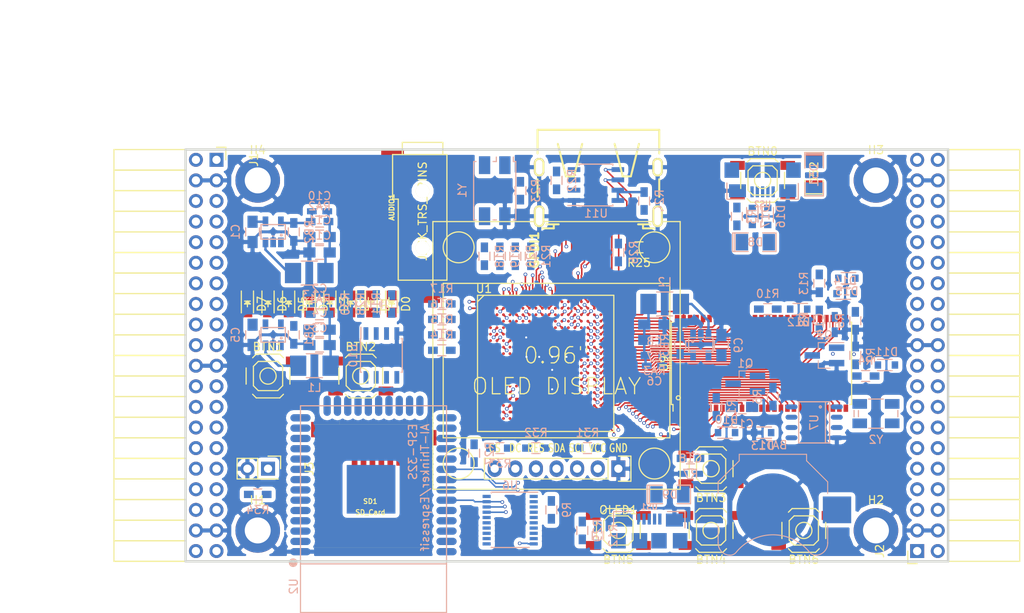
<source format=kicad_pcb>
(kicad_pcb (version 4) (host pcbnew 4.0.5+dfsg1-4)
  (layers (0 F.Cu signal) (1 In1.Cu signal) (2 In2.Cu signal) (31 B.Cu signal) (34 B.Paste user) (35 F.Paste user) (36 B.SilkS user) (37 F.SilkS user) (38 B.Mask user) (39 F.Mask user) (44 Edge.Cuts user))
  (net 0 "")
  (net 1 GND)
  (net 2 +5V)
  (net 3 /gpio/IN5V)
  (net 4 /gpio/OUT5V)
  (net 5 +3V3)
  (net 6 "Net-(L1-Pad1)")
  (net 7 "Net-(L2-Pad1)")
  (net 8 +1V2)
  (net 9 BTN_D)
  (net 10 BTN_F1)
  (net 11 BTN_F2)
  (net 12 BTN_L)
  (net 13 BTN_R)
  (net 14 BTN_U)
  (net 15 /power/FB1)
  (net 16 +2V5)
  (net 17 "Net-(L3-Pad1)")
  (net 18 /power/PWREN)
  (net 19 /power/FB3)
  (net 20 /power/FB2)
  (net 21 "Net-(D9-Pad1)")
  (net 22 /power/VBAT)
  (net 23 JTAG_TDI)
  (net 24 JTAG_TCK)
  (net 25 JTAG_TMS)
  (net 26 JTAG_TDO)
  (net 27 /power/WAKEUPn)
  (net 28 /power/WKUP)
  (net 29 /power/SHUT)
  (net 30 /power/WAKE)
  (net 31 /power/HOLD)
  (net 32 /power/WKn)
  (net 33 /power/OSCI_32k)
  (net 34 /power/OSCO_32k)
  (net 35 FTDI_nSUSPEND)
  (net 36 "Net-(Q2-Pad3)")
  (net 37 SHUTDOWN)
  (net 38 /analog/AUDIO_L)
  (net 39 /analog/AUDIO_R)
  (net 40 GPDI_5V_SCL)
  (net 41 GPDI_5V_SDA)
  (net 42 GPDI_SDA)
  (net 43 GPDI_SCL)
  (net 44 /gpdi/VREF2)
  (net 45 /blinkey/BTNPU)
  (net 46 SD_CMD)
  (net 47 SD_CLK)
  (net 48 SD_D0)
  (net 49 SD_D1)
  (net 50 USB5V)
  (net 51 "Net-(BTN0-Pad1)")
  (net 52 GPDI_CEC)
  (net 53 nRESET)
  (net 54 /usb/FT3V3)
  (net 55 FTDI_nDTR)
  (net 56 SDRAM_CKE)
  (net 57 SDRAM_A7)
  (net 58 SDRAM_D15)
  (net 59 SDRAM_BA1)
  (net 60 SDRAM_D7)
  (net 61 SDRAM_A6)
  (net 62 SDRAM_CLK)
  (net 63 SDRAM_D13)
  (net 64 SDRAM_BA0)
  (net 65 SDRAM_D6)
  (net 66 SDRAM_A5)
  (net 67 SDRAM_D14)
  (net 68 SDRAM_A11)
  (net 69 SDRAM_D12)
  (net 70 SDRAM_D5)
  (net 71 SDRAM_A4)
  (net 72 SDRAM_A10)
  (net 73 SDRAM_D11)
  (net 74 SDRAM_A3)
  (net 75 SDRAM_D4)
  (net 76 SDRAM_D10)
  (net 77 SDRAM_D9)
  (net 78 SDRAM_A9)
  (net 79 SDRAM_D3)
  (net 80 SDRAM_D8)
  (net 81 SDRAM_A8)
  (net 82 SDRAM_A2)
  (net 83 SDRAM_A1)
  (net 84 SDRAM_A0)
  (net 85 SDRAM_D2)
  (net 86 SDRAM_D1)
  (net 87 SDRAM_D0)
  (net 88 SDRAM_DQM0)
  (net 89 SDRAM_nCS)
  (net 90 SDRAM_nRAS)
  (net 91 SDRAM_DQM1)
  (net 92 SDRAM_nCAS)
  (net 93 SDRAM_nWE)
  (net 94 /flash/FLASH_nWP)
  (net 95 /flash/FLASH_nHOLD)
  (net 96 /flash/FLASH_MOSI)
  (net 97 /flash/FLASH_MISO)
  (net 98 /flash/FLASH_SCK)
  (net 99 /flash/FLASH_nCS)
  (net 100 /flash/FPGA_PROGRAMN)
  (net 101 /flash/FPGA_DONE)
  (net 102 /flash/FPGA_INITN)
  (net 103 OLED_RES)
  (net 104 OLED_DC)
  (net 105 OLED_CS)
  (net 106 WIFI_EN)
  (net 107 FTDI_nRTS)
  (net 108 WIFI_GPIO2)
  (net 109 FTDI_TXD)
  (net 110 FTDI_RXD)
  (net 111 WIFI_RXD)
  (net 112 WIFI_GPIO0)
  (net 113 FTDI_nCTS)
  (net 114 WIFI_TXD)
  (net 115 FTDI_nRI)
  (net 116 FTDI_nDCD)
  (net 117 /gpdi/CLK_25MHz)
  (net 118 GPDI_ETH-)
  (net 119 GPDI_ETH+)
  (net 120 GPDI_D2+)
  (net 121 GPDI_D2-)
  (net 122 GPDI_D1+)
  (net 123 GPDI_D1-)
  (net 124 GPDI_D0+)
  (net 125 GPDI_D0-)
  (net 126 GPDI_CLK+)
  (net 127 GPDI_CLK-)
  (net 128 USB_FPGA_D+)
  (net 129 USB_FPGA_D-)
  (net 130 USB_FTDI_D+)
  (net 131 USB_FTDI_D-)
  (net 132 J1_17-)
  (net 133 J1_17+)
  (net 134 J1_23-)
  (net 135 J1_23+)
  (net 136 J1_25-)
  (net 137 J1_25+)
  (net 138 J1_27-)
  (net 139 J1_27+)
  (net 140 J1_29-)
  (net 141 J1_29+)
  (net 142 J1_31-)
  (net 143 J1_31+)
  (net 144 J1_33-)
  (net 145 J1_33+)
  (net 146 J1_35-)
  (net 147 J1_35+)
  (net 148 J2_5-)
  (net 149 J2_5+)
  (net 150 J2_7-)
  (net 151 J2_7+)
  (net 152 J2_9-)
  (net 153 J2_9+)
  (net 154 J2_13-)
  (net 155 J2_13+)
  (net 156 J2_17-)
  (net 157 J2_17+)
  (net 158 J2_11-)
  (net 159 J2_11+)
  (net 160 J2_23-)
  (net 161 J2_23+)
  (net 162 J1_5-)
  (net 163 J1_5+)
  (net 164 J1_7-)
  (net 165 J1_7+)
  (net 166 J1_9-)
  (net 167 J1_9+)
  (net 168 J1_11-)
  (net 169 J1_11+)
  (net 170 J1_13-)
  (net 171 J1_13+)
  (net 172 J1_15-)
  (net 173 J1_15+)
  (net 174 J2_15-)
  (net 175 J2_15+)
  (net 176 J2_25-)
  (net 177 J2_25+)
  (net 178 J2_27-)
  (net 179 J2_27+)
  (net 180 J2_29-)
  (net 181 J2_29+)
  (net 182 J2_31-)
  (net 183 J2_31+)
  (net 184 J2_33-)
  (net 185 J2_33+)
  (net 186 J2_35-)
  (net 187 J2_35+)
  (net 188 SD_D3)
  (net 189 AUDIO_L3)
  (net 190 AUDIO_L2)
  (net 191 AUDIO_L1)
  (net 192 AUDIO_L0)
  (net 193 AUDIO_R3)
  (net 194 AUDIO_R2)
  (net 195 AUDIO_R1)
  (net 196 AUDIO_R0)
  (net 197 FTDI_nDSR)
  (net 198 OLED_CLK)
  (net 199 OLED_MOSI)
  (net 200 WIFI_GPIO15)
  (net 201 LED0)
  (net 202 LED1)
  (net 203 LED2)
  (net 204 LED3)
  (net 205 LED4)
  (net 206 LED5)
  (net 207 LED6)
  (net 208 LED7)
  (net 209 BTN_PWRn)
  (module lfe5bg381:BGA-381_pitch0.8mm_dia0.4mm (layer F.Cu) (at 138.48 87.8)
    (fp_text reference U1 (at -7.6 -9.2) (layer F.SilkS))
    (fp_text value LFE5U-25F-6BG381C)
    (pad A2 smd circle (at -6.8 -7.6) (size 0.35 0.35) (layers F.Cu F.Paste F.Mask) (net 139 J1_27+))
    (pad A3 smd circle (at -6 -7.6) (size 0.35 0.35) (layers F.Cu F.Paste F.Mask) (net 192 AUDIO_L0))
    (pad A4 smd circle (at -5.2 -7.6) (size 0.35 0.35) (layers F.Cu F.Paste F.Mask) (net 137 J1_25+))
    (pad A5 smd circle (at -4.4 -7.6) (size 0.35 0.35) (layers F.Cu F.Paste F.Mask) (net 136 J1_25-))
    (pad A6 smd circle (at -3.6 -7.6) (size 0.35 0.35) (layers F.Cu F.Paste F.Mask) (net 135 J1_23+))
    (pad A7 smd circle (at -2.8 -7.6) (size 0.35 0.35) (layers F.Cu F.Paste F.Mask) (net 173 J1_15+))
    (pad A8 smd circle (at -2 -7.6) (size 0.35 0.35) (layers F.Cu F.Paste F.Mask) (net 172 J1_15-))
    (pad A9 smd circle (at -1.2 -7.6) (size 0.35 0.35) (layers F.Cu F.Paste F.Mask) (net 166 J1_9-))
    (pad A10 smd circle (at -0.4 -7.6) (size 0.35 0.35) (layers F.Cu F.Paste F.Mask) (net 165 J1_7+))
    (pad A11 smd circle (at 0.4 -7.6) (size 0.35 0.35) (layers F.Cu F.Paste F.Mask) (net 164 J1_7-))
    (pad A12 smd circle (at 1.2 -7.6) (size 0.35 0.35) (layers F.Cu F.Paste F.Mask) (net 119 GPDI_ETH+))
    (pad A13 smd circle (at 2 -7.6) (size 0.35 0.35) (layers F.Cu F.Paste F.Mask) (net 118 GPDI_ETH-))
    (pad A14 smd circle (at 2.8 -7.6) (size 0.35 0.35) (layers F.Cu F.Paste F.Mask) (net 120 GPDI_D2+))
    (pad A15 smd circle (at 3.6 -7.6) (size 0.35 0.35) (layers F.Cu F.Paste F.Mask))
    (pad A16 smd circle (at 4.4 -7.6) (size 0.35 0.35) (layers F.Cu F.Paste F.Mask) (net 122 GPDI_D1+))
    (pad A17 smd circle (at 5.2 -7.6) (size 0.35 0.35) (layers F.Cu F.Paste F.Mask) (net 124 GPDI_D0+))
    (pad A18 smd circle (at 6 -7.6) (size 0.35 0.35) (layers F.Cu F.Paste F.Mask) (net 126 GPDI_CLK+))
    (pad A19 smd circle (at 6.8 -7.6) (size 0.35 0.35) (layers F.Cu F.Paste F.Mask) (net 52 GPDI_CEC))
    (pad B1 smd circle (at -7.6 -6.8) (size 0.35 0.35) (layers F.Cu F.Paste F.Mask) (net 138 J1_27-))
    (pad B2 smd circle (at -6.8 -6.8) (size 0.35 0.35) (layers F.Cu F.Paste F.Mask) (net 203 LED2))
    (pad B3 smd circle (at -6 -6.8) (size 0.35 0.35) (layers F.Cu F.Paste F.Mask) (net 193 AUDIO_R3))
    (pad B4 smd circle (at -5.2 -6.8) (size 0.35 0.35) (layers F.Cu F.Paste F.Mask) (net 140 J1_29-))
    (pad B5 smd circle (at -4.4 -6.8) (size 0.35 0.35) (layers F.Cu F.Paste F.Mask) (net 191 AUDIO_L1))
    (pad B6 smd circle (at -3.6 -6.8) (size 0.35 0.35) (layers F.Cu F.Paste F.Mask) (net 134 J1_23-))
    (pad B7 smd circle (at -2.8 -6.8) (size 0.35 0.35) (layers F.Cu F.Paste F.Mask) (net 1 GND))
    (pad B8 smd circle (at -2 -6.8) (size 0.35 0.35) (layers F.Cu F.Paste F.Mask) (net 170 J1_13-))
    (pad B9 smd circle (at -1.2 -6.8) (size 0.35 0.35) (layers F.Cu F.Paste F.Mask) (net 169 J1_11+))
    (pad B10 smd circle (at -0.4 -6.8) (size 0.35 0.35) (layers F.Cu F.Paste F.Mask) (net 167 J1_9+))
    (pad B11 smd circle (at 0.4 -6.8) (size 0.35 0.35) (layers F.Cu F.Paste F.Mask) (net 163 J1_5+))
    (pad B12 smd circle (at 1.2 -6.8) (size 0.35 0.35) (layers F.Cu F.Paste F.Mask) (net 117 /gpdi/CLK_25MHz))
    (pad B13 smd circle (at 2 -6.8) (size 0.35 0.35) (layers F.Cu F.Paste F.Mask) (net 187 J2_35+))
    (pad B14 smd circle (at 2.8 -6.8) (size 0.35 0.35) (layers F.Cu F.Paste F.Mask) (net 1 GND))
    (pad B15 smd circle (at 3.6 -6.8) (size 0.35 0.35) (layers F.Cu F.Paste F.Mask) (net 183 J2_31+))
    (pad B16 smd circle (at 4.4 -6.8) (size 0.35 0.35) (layers F.Cu F.Paste F.Mask) (net 123 GPDI_D1-))
    (pad B17 smd circle (at 5.2 -6.8) (size 0.35 0.35) (layers F.Cu F.Paste F.Mask) (net 179 J2_27+))
    (pad B18 smd circle (at 6 -6.8) (size 0.35 0.35) (layers F.Cu F.Paste F.Mask) (net 125 GPDI_D0-))
    (pad B19 smd circle (at 6.8 -6.8) (size 0.35 0.35) (layers F.Cu F.Paste F.Mask) (net 127 GPDI_CLK-))
    (pad B20 smd circle (at 7.6 -6.8) (size 0.35 0.35) (layers F.Cu F.Paste F.Mask) (net 43 GPDI_SCL))
    (pad C1 smd circle (at -7.6 -6) (size 0.35 0.35) (layers F.Cu F.Paste F.Mask) (net 207 LED6))
    (pad C2 smd circle (at -6.8 -6) (size 0.35 0.35) (layers F.Cu F.Paste F.Mask) (net 204 LED3))
    (pad C3 smd circle (at -6 -6) (size 0.35 0.35) (layers F.Cu F.Paste F.Mask) (net 190 AUDIO_L2))
    (pad C4 smd circle (at -5.2 -6) (size 0.35 0.35) (layers F.Cu F.Paste F.Mask) (net 141 J1_29+))
    (pad C5 smd circle (at -4.4 -6) (size 0.35 0.35) (layers F.Cu F.Paste F.Mask) (net 195 AUDIO_R1))
    (pad C6 smd circle (at -3.6 -6) (size 0.35 0.35) (layers F.Cu F.Paste F.Mask) (net 133 J1_17+))
    (pad C7 smd circle (at -2.8 -6) (size 0.35 0.35) (layers F.Cu F.Paste F.Mask) (net 132 J1_17-))
    (pad C8 smd circle (at -2 -6) (size 0.35 0.35) (layers F.Cu F.Paste F.Mask) (net 171 J1_13+))
    (pad C9 smd circle (at -1.2 -6) (size 0.35 0.35) (layers F.Cu F.Paste F.Mask))
    (pad C10 smd circle (at -0.4 -6) (size 0.35 0.35) (layers F.Cu F.Paste F.Mask) (net 168 J1_11-))
    (pad C11 smd circle (at 0.4 -6) (size 0.35 0.35) (layers F.Cu F.Paste F.Mask) (net 162 J1_5-))
    (pad C12 smd circle (at 1.2 -6) (size 0.35 0.35) (layers F.Cu F.Paste F.Mask) (net 42 GPDI_SDA))
    (pad C13 smd circle (at 2 -6) (size 0.35 0.35) (layers F.Cu F.Paste F.Mask) (net 186 J2_35-))
    (pad C14 smd circle (at 2.8 -6) (size 0.35 0.35) (layers F.Cu F.Paste F.Mask) (net 121 GPDI_D2-))
    (pad C15 smd circle (at 3.6 -6) (size 0.35 0.35) (layers F.Cu F.Paste F.Mask) (net 182 J2_31-))
    (pad C16 smd circle (at 4.4 -6) (size 0.35 0.35) (layers F.Cu F.Paste F.Mask) (net 181 J2_29+))
    (pad C17 smd circle (at 5.2 -6) (size 0.35 0.35) (layers F.Cu F.Paste F.Mask) (net 178 J2_27-))
    (pad C18 smd circle (at 6 -6) (size 0.35 0.35) (layers F.Cu F.Paste F.Mask) (net 161 J2_23+))
    (pad C19 smd circle (at 6.8 -6) (size 0.35 0.35) (layers F.Cu F.Paste F.Mask) (net 1 GND))
    (pad C20 smd circle (at 7.6 -6) (size 0.35 0.35) (layers F.Cu F.Paste F.Mask) (net 58 SDRAM_D15))
    (pad D1 smd circle (at -7.6 -5.2) (size 0.35 0.35) (layers F.Cu F.Paste F.Mask) (net 208 LED7))
    (pad D2 smd circle (at -6.8 -5.2) (size 0.35 0.35) (layers F.Cu F.Paste F.Mask) (net 205 LED4))
    (pad D3 smd circle (at -6 -5.2) (size 0.35 0.35) (layers F.Cu F.Paste F.Mask) (net 194 AUDIO_R2))
    (pad D4 smd circle (at -5.2 -5.2) (size 0.35 0.35) (layers F.Cu F.Paste F.Mask) (net 1 GND))
    (pad D5 smd circle (at -4.4 -5.2) (size 0.35 0.35) (layers F.Cu F.Paste F.Mask) (net 202 LED1))
    (pad D6 smd circle (at -3.6 -5.2) (size 0.35 0.35) (layers F.Cu F.Paste F.Mask) (net 209 BTN_PWRn))
    (pad D7 smd circle (at -2.8 -5.2) (size 0.35 0.35) (layers F.Cu F.Paste F.Mask))
    (pad D8 smd circle (at -2 -5.2) (size 0.35 0.35) (layers F.Cu F.Paste F.Mask))
    (pad D9 smd circle (at -1.2 -5.2) (size 0.35 0.35) (layers F.Cu F.Paste F.Mask))
    (pad D10 smd circle (at -0.4 -5.2) (size 0.35 0.35) (layers F.Cu F.Paste F.Mask))
    (pad D11 smd circle (at 0.4 -5.2) (size 0.35 0.35) (layers F.Cu F.Paste F.Mask) (net 14 BTN_U))
    (pad D12 smd circle (at 1.2 -5.2) (size 0.35 0.35) (layers F.Cu F.Paste F.Mask))
    (pad D13 smd circle (at 2 -5.2) (size 0.35 0.35) (layers F.Cu F.Paste F.Mask) (net 185 J2_33+))
    (pad D14 smd circle (at 2.8 -5.2) (size 0.35 0.35) (layers F.Cu F.Paste F.Mask))
    (pad D15 smd circle (at 3.6 -5.2) (size 0.35 0.35) (layers F.Cu F.Paste F.Mask) (net 177 J2_25+))
    (pad D16 smd circle (at 4.4 -5.2) (size 0.35 0.35) (layers F.Cu F.Paste F.Mask) (net 180 J2_29-))
    (pad D17 smd circle (at 5.2 -5.2) (size 0.35 0.35) (layers F.Cu F.Paste F.Mask) (net 160 J2_23-))
    (pad D18 smd circle (at 6 -5.2) (size 0.35 0.35) (layers F.Cu F.Paste F.Mask) (net 157 J2_17+))
    (pad D19 smd circle (at 6.8 -5.2) (size 0.35 0.35) (layers F.Cu F.Paste F.Mask) (net 67 SDRAM_D14))
    (pad D20 smd circle (at 7.6 -5.2) (size 0.35 0.35) (layers F.Cu F.Paste F.Mask) (net 63 SDRAM_D13))
    (pad E1 smd circle (at -7.6 -4.4) (size 0.35 0.35) (layers F.Cu F.Paste F.Mask) (net 206 LED5))
    (pad E2 smd circle (at -6.8 -4.4) (size 0.35 0.35) (layers F.Cu F.Paste F.Mask))
    (pad E3 smd circle (at -6 -4.4) (size 0.35 0.35) (layers F.Cu F.Paste F.Mask) (net 142 J1_31-))
    (pad E4 smd circle (at -5.2 -4.4) (size 0.35 0.35) (layers F.Cu F.Paste F.Mask) (net 201 LED0))
    (pad E5 smd circle (at -4.4 -4.4) (size 0.35 0.35) (layers F.Cu F.Paste F.Mask) (net 189 AUDIO_L3))
    (pad E6 smd circle (at -3.6 -4.4) (size 0.35 0.35) (layers F.Cu F.Paste F.Mask))
    (pad E7 smd circle (at -2.8 -4.4) (size 0.35 0.35) (layers F.Cu F.Paste F.Mask))
    (pad E8 smd circle (at -2 -4.4) (size 0.35 0.35) (layers F.Cu F.Paste F.Mask))
    (pad E9 smd circle (at -1.2 -4.4) (size 0.35 0.35) (layers F.Cu F.Paste F.Mask))
    (pad E10 smd circle (at -0.4 -4.4) (size 0.35 0.35) (layers F.Cu F.Paste F.Mask))
    (pad E11 smd circle (at 0.4 -4.4) (size 0.35 0.35) (layers F.Cu F.Paste F.Mask))
    (pad E12 smd circle (at 1.2 -4.4) (size 0.35 0.35) (layers F.Cu F.Paste F.Mask))
    (pad E13 smd circle (at 2 -4.4) (size 0.35 0.35) (layers F.Cu F.Paste F.Mask) (net 184 J2_33-))
    (pad E14 smd circle (at 2.8 -4.4) (size 0.35 0.35) (layers F.Cu F.Paste F.Mask))
    (pad E15 smd circle (at 3.6 -4.4) (size 0.35 0.35) (layers F.Cu F.Paste F.Mask) (net 176 J2_25-))
    (pad E16 smd circle (at 4.4 -4.4) (size 0.35 0.35) (layers F.Cu F.Paste F.Mask))
    (pad E17 smd circle (at 5.2 -4.4) (size 0.35 0.35) (layers F.Cu F.Paste F.Mask) (net 156 J2_17-))
    (pad E18 smd circle (at 6 -4.4) (size 0.35 0.35) (layers F.Cu F.Paste F.Mask) (net 75 SDRAM_D4))
    (pad E19 smd circle (at 6.8 -4.4) (size 0.35 0.35) (layers F.Cu F.Paste F.Mask) (net 69 SDRAM_D12))
    (pad E20 smd circle (at 7.6 -4.4) (size 0.35 0.35) (layers F.Cu F.Paste F.Mask) (net 73 SDRAM_D11))
    (pad F1 smd circle (at -7.6 -3.6) (size 0.35 0.35) (layers F.Cu F.Paste F.Mask) (net 110 FTDI_RXD))
    (pad F2 smd circle (at -6.8 -3.6) (size 0.35 0.35) (layers F.Cu F.Paste F.Mask))
    (pad F3 smd circle (at -6 -3.6) (size 0.35 0.35) (layers F.Cu F.Paste F.Mask) (net 144 J1_33-))
    (pad F4 smd circle (at -5.2 -3.6) (size 0.35 0.35) (layers F.Cu F.Paste F.Mask) (net 143 J1_31+))
    (pad F5 smd circle (at -4.4 -3.6) (size 0.35 0.35) (layers F.Cu F.Paste F.Mask) (net 196 AUDIO_R0))
    (pad F6 smd circle (at -3.6 -3.6) (size 0.35 0.35) (layers F.Cu F.Paste F.Mask) (net 16 +2V5))
    (pad F7 smd circle (at -2.8 -3.6) (size 0.35 0.35) (layers F.Cu F.Paste F.Mask) (net 1 GND))
    (pad F8 smd circle (at -2 -3.6) (size 0.35 0.35) (layers F.Cu F.Paste F.Mask) (net 1 GND))
    (pad F9 smd circle (at -1.2 -3.6) (size 0.35 0.35) (layers F.Cu F.Paste F.Mask) (net 5 +3V3))
    (pad F10 smd circle (at -0.4 -3.6) (size 0.35 0.35) (layers F.Cu F.Paste F.Mask) (net 5 +3V3))
    (pad F11 smd circle (at 0.4 -3.6) (size 0.35 0.35) (layers F.Cu F.Paste F.Mask) (net 5 +3V3))
    (pad F12 smd circle (at 1.2 -3.6) (size 0.35 0.35) (layers F.Cu F.Paste F.Mask) (net 5 +3V3))
    (pad F13 smd circle (at 2 -3.6) (size 0.35 0.35) (layers F.Cu F.Paste F.Mask) (net 1 GND))
    (pad F14 smd circle (at 2.8 -3.6) (size 0.35 0.35) (layers F.Cu F.Paste F.Mask) (net 1 GND))
    (pad F15 smd circle (at 3.6 -3.6) (size 0.35 0.35) (layers F.Cu F.Paste F.Mask) (net 16 +2V5))
    (pad F16 smd circle (at 4.4 -3.6) (size 0.35 0.35) (layers F.Cu F.Paste F.Mask))
    (pad F17 smd circle (at 5.2 -3.6) (size 0.35 0.35) (layers F.Cu F.Paste F.Mask) (net 175 J2_15+))
    (pad F18 smd circle (at 6 -3.6) (size 0.35 0.35) (layers F.Cu F.Paste F.Mask) (net 70 SDRAM_D5))
    (pad F19 smd circle (at 6.8 -3.6) (size 0.35 0.35) (layers F.Cu F.Paste F.Mask) (net 76 SDRAM_D10))
    (pad F20 smd circle (at 7.6 -3.6) (size 0.35 0.35) (layers F.Cu F.Paste F.Mask) (net 77 SDRAM_D9))
    (pad G1 smd circle (at -7.6 -2.8) (size 0.35 0.35) (layers F.Cu F.Paste F.Mask) (net 109 FTDI_TXD))
    (pad G2 smd circle (at -6.8 -2.8) (size 0.35 0.35) (layers F.Cu F.Paste F.Mask) (net 111 WIFI_RXD))
    (pad G3 smd circle (at -6 -2.8) (size 0.35 0.35) (layers F.Cu F.Paste F.Mask) (net 145 J1_33+))
    (pad G4 smd circle (at -5.2 -2.8) (size 0.35 0.35) (layers F.Cu F.Paste F.Mask) (net 1 GND))
    (pad G5 smd circle (at -4.4 -2.8) (size 0.35 0.35) (layers F.Cu F.Paste F.Mask) (net 146 J1_35-))
    (pad G6 smd circle (at -3.6 -2.8) (size 0.35 0.35) (layers F.Cu F.Paste F.Mask) (net 1 GND))
    (pad G7 smd circle (at -2.8 -2.8) (size 0.35 0.35) (layers F.Cu F.Paste F.Mask) (net 1 GND))
    (pad G8 smd circle (at -2 -2.8) (size 0.35 0.35) (layers F.Cu F.Paste F.Mask) (net 1 GND))
    (pad G9 smd circle (at -1.2 -2.8) (size 0.35 0.35) (layers F.Cu F.Paste F.Mask) (net 1 GND))
    (pad G10 smd circle (at -0.4 -2.8) (size 0.35 0.35) (layers F.Cu F.Paste F.Mask) (net 1 GND))
    (pad G11 smd circle (at 0.4 -2.8) (size 0.35 0.35) (layers F.Cu F.Paste F.Mask) (net 1 GND))
    (pad G12 smd circle (at 1.2 -2.8) (size 0.35 0.35) (layers F.Cu F.Paste F.Mask) (net 1 GND))
    (pad G13 smd circle (at 2 -2.8) (size 0.35 0.35) (layers F.Cu F.Paste F.Mask) (net 1 GND))
    (pad G14 smd circle (at 2.8 -2.8) (size 0.35 0.35) (layers F.Cu F.Paste F.Mask) (net 1 GND))
    (pad G15 smd circle (at 3.6 -2.8) (size 0.35 0.35) (layers F.Cu F.Paste F.Mask) (net 1 GND))
    (pad G16 smd circle (at 4.4 -2.8) (size 0.35 0.35) (layers F.Cu F.Paste F.Mask))
    (pad G17 smd circle (at 5.2 -2.8) (size 0.35 0.35) (layers F.Cu F.Paste F.Mask) (net 1 GND))
    (pad G18 smd circle (at 6 -2.8) (size 0.35 0.35) (layers F.Cu F.Paste F.Mask) (net 174 J2_15-))
    (pad G19 smd circle (at 6.8 -2.8) (size 0.35 0.35) (layers F.Cu F.Paste F.Mask) (net 80 SDRAM_D8))
    (pad G20 smd circle (at 7.6 -2.8) (size 0.35 0.35) (layers F.Cu F.Paste F.Mask) (net 91 SDRAM_DQM1))
    (pad H1 smd circle (at -7.6 -2) (size 0.35 0.35) (layers F.Cu F.Paste F.Mask) (net 200 WIFI_GPIO15))
    (pad H2 smd circle (at -6.8 -2) (size 0.35 0.35) (layers F.Cu F.Paste F.Mask) (net 114 WIFI_TXD))
    (pad H3 smd circle (at -6 -2) (size 0.35 0.35) (layers F.Cu F.Paste F.Mask))
    (pad H4 smd circle (at -5.2 -2) (size 0.35 0.35) (layers F.Cu F.Paste F.Mask) (net 147 J1_35+))
    (pad H5 smd circle (at -4.4 -2) (size 0.35 0.35) (layers F.Cu F.Paste F.Mask))
    (pad H6 smd circle (at -3.6 -2) (size 0.35 0.35) (layers F.Cu F.Paste F.Mask) (net 5 +3V3))
    (pad H7 smd circle (at -2.8 -2) (size 0.35 0.35) (layers F.Cu F.Paste F.Mask) (net 5 +3V3))
    (pad H8 smd circle (at -2 -2) (size 0.35 0.35) (layers F.Cu F.Paste F.Mask) (net 8 +1V2))
    (pad H9 smd circle (at -1.2 -2) (size 0.35 0.35) (layers F.Cu F.Paste F.Mask) (net 8 +1V2))
    (pad H10 smd circle (at -0.4 -2) (size 0.35 0.35) (layers F.Cu F.Paste F.Mask) (net 8 +1V2))
    (pad H11 smd circle (at 0.4 -2) (size 0.35 0.35) (layers F.Cu F.Paste F.Mask) (net 8 +1V2))
    (pad H12 smd circle (at 1.2 -2) (size 0.35 0.35) (layers F.Cu F.Paste F.Mask) (net 8 +1V2))
    (pad H13 smd circle (at 2 -2) (size 0.35 0.35) (layers F.Cu F.Paste F.Mask) (net 8 +1V2))
    (pad H14 smd circle (at 2.8 -2) (size 0.35 0.35) (layers F.Cu F.Paste F.Mask) (net 5 +3V3))
    (pad H15 smd circle (at 3.6 -2) (size 0.35 0.35) (layers F.Cu F.Paste F.Mask) (net 5 +3V3))
    (pad H16 smd circle (at 4.4 -2) (size 0.35 0.35) (layers F.Cu F.Paste F.Mask))
    (pad H17 smd circle (at 5.2 -2) (size 0.35 0.35) (layers F.Cu F.Paste F.Mask) (net 154 J2_13-))
    (pad H18 smd circle (at 6 -2) (size 0.35 0.35) (layers F.Cu F.Paste F.Mask) (net 155 J2_13+))
    (pad H19 smd circle (at 6.8 -2) (size 0.35 0.35) (layers F.Cu F.Paste F.Mask) (net 1 GND))
    (pad H20 smd circle (at 7.6 -2) (size 0.35 0.35) (layers F.Cu F.Paste F.Mask) (net 62 SDRAM_CLK))
    (pad J1 smd circle (at -7.6 -1.2) (size 0.35 0.35) (layers F.Cu F.Paste F.Mask) (net 198 OLED_CLK))
    (pad J2 smd circle (at -6.8 -1.2) (size 0.35 0.35) (layers F.Cu F.Paste F.Mask) (net 1 GND))
    (pad J3 smd circle (at -6 -1.2) (size 0.35 0.35) (layers F.Cu F.Paste F.Mask) (net 112 WIFI_GPIO0))
    (pad J4 smd circle (at -5.2 -1.2) (size 0.35 0.35) (layers F.Cu F.Paste F.Mask) (net 108 WIFI_GPIO2))
    (pad J5 smd circle (at -4.4 -1.2) (size 0.35 0.35) (layers F.Cu F.Paste F.Mask) (net 113 FTDI_nCTS))
    (pad J6 smd circle (at -3.6 -1.2) (size 0.35 0.35) (layers F.Cu F.Paste F.Mask) (net 5 +3V3))
    (pad J7 smd circle (at -2.8 -1.2) (size 0.35 0.35) (layers F.Cu F.Paste F.Mask) (net 1 GND))
    (pad J8 smd circle (at -2 -1.2) (size 0.35 0.35) (layers F.Cu F.Paste F.Mask) (net 8 +1V2))
    (pad J9 smd circle (at -1.2 -1.2) (size 0.35 0.35) (layers F.Cu F.Paste F.Mask) (net 1 GND))
    (pad J10 smd circle (at -0.4 -1.2) (size 0.35 0.35) (layers F.Cu F.Paste F.Mask) (net 1 GND))
    (pad J11 smd circle (at 0.4 -1.2) (size 0.35 0.35) (layers F.Cu F.Paste F.Mask) (net 1 GND))
    (pad J12 smd circle (at 1.2 -1.2) (size 0.35 0.35) (layers F.Cu F.Paste F.Mask) (net 1 GND))
    (pad J13 smd circle (at 2 -1.2) (size 0.35 0.35) (layers F.Cu F.Paste F.Mask) (net 8 +1V2))
    (pad J14 smd circle (at 2.8 -1.2) (size 0.35 0.35) (layers F.Cu F.Paste F.Mask) (net 1 GND))
    (pad J15 smd circle (at 3.6 -1.2) (size 0.35 0.35) (layers F.Cu F.Paste F.Mask) (net 5 +3V3))
    (pad J16 smd circle (at 4.4 -1.2) (size 0.35 0.35) (layers F.Cu F.Paste F.Mask))
    (pad J17 smd circle (at 5.2 -1.2) (size 0.35 0.35) (layers F.Cu F.Paste F.Mask))
    (pad J18 smd circle (at 6 -1.2) (size 0.35 0.35) (layers F.Cu F.Paste F.Mask) (net 79 SDRAM_D3))
    (pad J19 smd circle (at 6.8 -1.2) (size 0.35 0.35) (layers F.Cu F.Paste F.Mask) (net 56 SDRAM_CKE))
    (pad J20 smd circle (at 7.6 -1.2) (size 0.35 0.35) (layers F.Cu F.Paste F.Mask) (net 68 SDRAM_A11))
    (pad K1 smd circle (at -7.6 -0.4) (size 0.35 0.35) (layers F.Cu F.Paste F.Mask) (net 55 FTDI_nDTR))
    (pad K2 smd circle (at -6.8 -0.4) (size 0.35 0.35) (layers F.Cu F.Paste F.Mask) (net 199 OLED_MOSI))
    (pad K3 smd circle (at -6 -0.4) (size 0.35 0.35) (layers F.Cu F.Paste F.Mask) (net 107 FTDI_nRTS))
    (pad K4 smd circle (at -5.2 -0.4) (size 0.35 0.35) (layers F.Cu F.Paste F.Mask) (net 103 OLED_RES))
    (pad K5 smd circle (at -4.4 -0.4) (size 0.35 0.35) (layers F.Cu F.Paste F.Mask) (net 104 OLED_DC))
    (pad K6 smd circle (at -3.6 -0.4) (size 0.35 0.35) (layers F.Cu F.Paste F.Mask) (net 1 GND))
    (pad K7 smd circle (at -2.8 -0.4) (size 0.35 0.35) (layers F.Cu F.Paste F.Mask) (net 1 GND))
    (pad K8 smd circle (at -2 -0.4) (size 0.35 0.35) (layers F.Cu F.Paste F.Mask) (net 8 +1V2))
    (pad K9 smd circle (at -1.2 -0.4) (size 0.35 0.35) (layers F.Cu F.Paste F.Mask) (net 1 GND))
    (pad K10 smd circle (at -0.4 -0.4) (size 0.35 0.35) (layers F.Cu F.Paste F.Mask) (net 1 GND))
    (pad K11 smd circle (at 0.4 -0.4) (size 0.35 0.35) (layers F.Cu F.Paste F.Mask) (net 1 GND))
    (pad K12 smd circle (at 1.2 -0.4) (size 0.35 0.35) (layers F.Cu F.Paste F.Mask) (net 1 GND))
    (pad K13 smd circle (at 2 -0.4) (size 0.35 0.35) (layers F.Cu F.Paste F.Mask) (net 8 +1V2))
    (pad K14 smd circle (at 2.8 -0.4) (size 0.35 0.35) (layers F.Cu F.Paste F.Mask) (net 1 GND))
    (pad K15 smd circle (at 3.6 -0.4) (size 0.35 0.35) (layers F.Cu F.Paste F.Mask) (net 1 GND))
    (pad K16 smd circle (at 4.4 -0.4) (size 0.35 0.35) (layers F.Cu F.Paste F.Mask))
    (pad K17 smd circle (at 5.2 -0.4) (size 0.35 0.35) (layers F.Cu F.Paste F.Mask))
    (pad K18 smd circle (at 6 -0.4) (size 0.35 0.35) (layers F.Cu F.Paste F.Mask) (net 85 SDRAM_D2))
    (pad K19 smd circle (at 6.8 -0.4) (size 0.35 0.35) (layers F.Cu F.Paste F.Mask) (net 78 SDRAM_A9))
    (pad K20 smd circle (at 7.6 -0.4) (size 0.35 0.35) (layers F.Cu F.Paste F.Mask) (net 81 SDRAM_A8))
    (pad L1 smd circle (at -7.6 0.4) (size 0.35 0.35) (layers F.Cu F.Paste F.Mask) (net 48 SD_D0))
    (pad L2 smd circle (at -6.8 0.4) (size 0.35 0.35) (layers F.Cu F.Paste F.Mask) (net 116 FTDI_nDCD))
    (pad L3 smd circle (at -6 0.4) (size 0.35 0.35) (layers F.Cu F.Paste F.Mask))
    (pad L4 smd circle (at -5.2 0.4) (size 0.35 0.35) (layers F.Cu F.Paste F.Mask) (net 106 WIFI_EN))
    (pad L5 smd circle (at -4.4 0.4) (size 0.35 0.35) (layers F.Cu F.Paste F.Mask) (net 197 FTDI_nDSR))
    (pad L6 smd circle (at -3.6 0.4) (size 0.35 0.35) (layers F.Cu F.Paste F.Mask) (net 5 +3V3))
    (pad L7 smd circle (at -2.8 0.4) (size 0.35 0.35) (layers F.Cu F.Paste F.Mask) (net 5 +3V3))
    (pad L8 smd circle (at -2 0.4) (size 0.35 0.35) (layers F.Cu F.Paste F.Mask) (net 8 +1V2))
    (pad L9 smd circle (at -1.2 0.4) (size 0.35 0.35) (layers F.Cu F.Paste F.Mask) (net 1 GND))
    (pad L10 smd circle (at -0.4 0.4) (size 0.35 0.35) (layers F.Cu F.Paste F.Mask) (net 1 GND))
    (pad L11 smd circle (at 0.4 0.4) (size 0.35 0.35) (layers F.Cu F.Paste F.Mask) (net 1 GND))
    (pad L12 smd circle (at 1.2 0.4) (size 0.35 0.35) (layers F.Cu F.Paste F.Mask) (net 1 GND))
    (pad L13 smd circle (at 2 0.4) (size 0.35 0.35) (layers F.Cu F.Paste F.Mask) (net 8 +1V2))
    (pad L14 smd circle (at 2.8 0.4) (size 0.35 0.35) (layers F.Cu F.Paste F.Mask) (net 5 +3V3))
    (pad L15 smd circle (at 3.6 0.4) (size 0.35 0.35) (layers F.Cu F.Paste F.Mask) (net 5 +3V3))
    (pad L16 smd circle (at 4.4 0.4) (size 0.35 0.35) (layers F.Cu F.Paste F.Mask) (net 159 J2_11+))
    (pad L17 smd circle (at 5.2 0.4) (size 0.35 0.35) (layers F.Cu F.Paste F.Mask) (net 158 J2_11-))
    (pad L18 smd circle (at 6 0.4) (size 0.35 0.35) (layers F.Cu F.Paste F.Mask) (net 86 SDRAM_D1))
    (pad L19 smd circle (at 6.8 0.4) (size 0.35 0.35) (layers F.Cu F.Paste F.Mask) (net 57 SDRAM_A7))
    (pad L20 smd circle (at 7.6 0.4) (size 0.35 0.35) (layers F.Cu F.Paste F.Mask) (net 61 SDRAM_A6))
    (pad M1 smd circle (at -7.6 1.2) (size 0.35 0.35) (layers F.Cu F.Paste F.Mask) (net 46 SD_CMD))
    (pad M2 smd circle (at -6.8 1.2) (size 0.35 0.35) (layers F.Cu F.Paste F.Mask) (net 1 GND))
    (pad M3 smd circle (at -6 1.2) (size 0.35 0.35) (layers F.Cu F.Paste F.Mask) (net 129 USB_FPGA_D-))
    (pad M4 smd circle (at -5.2 1.2) (size 0.35 0.35) (layers F.Cu F.Paste F.Mask))
    (pad M5 smd circle (at -4.4 1.2) (size 0.35 0.35) (layers F.Cu F.Paste F.Mask))
    (pad M6 smd circle (at -3.6 1.2) (size 0.35 0.35) (layers F.Cu F.Paste F.Mask) (net 5 +3V3))
    (pad M7 smd circle (at -2.8 1.2) (size 0.35 0.35) (layers F.Cu F.Paste F.Mask) (net 1 GND))
    (pad M8 smd circle (at -2 1.2) (size 0.35 0.35) (layers F.Cu F.Paste F.Mask) (net 8 +1V2))
    (pad M9 smd circle (at -1.2 1.2) (size 0.35 0.35) (layers F.Cu F.Paste F.Mask) (net 1 GND))
    (pad M10 smd circle (at -0.4 1.2) (size 0.35 0.35) (layers F.Cu F.Paste F.Mask) (net 1 GND))
    (pad M11 smd circle (at 0.4 1.2) (size 0.35 0.35) (layers F.Cu F.Paste F.Mask) (net 1 GND))
    (pad M12 smd circle (at 1.2 1.2) (size 0.35 0.35) (layers F.Cu F.Paste F.Mask) (net 1 GND))
    (pad M13 smd circle (at 2 1.2) (size 0.35 0.35) (layers F.Cu F.Paste F.Mask) (net 8 +1V2))
    (pad M14 smd circle (at 2.8 1.2) (size 0.35 0.35) (layers F.Cu F.Paste F.Mask) (net 1 GND))
    (pad M15 smd circle (at 3.6 1.2) (size 0.35 0.35) (layers F.Cu F.Paste F.Mask) (net 5 +3V3))
    (pad M16 smd circle (at 4.4 1.2) (size 0.35 0.35) (layers F.Cu F.Paste F.Mask) (net 1 GND))
    (pad M17 smd circle (at 5.2 1.2) (size 0.35 0.35) (layers F.Cu F.Paste F.Mask) (net 152 J2_9-))
    (pad M18 smd circle (at 6 1.2) (size 0.35 0.35) (layers F.Cu F.Paste F.Mask) (net 87 SDRAM_D0))
    (pad M19 smd circle (at 6.8 1.2) (size 0.35 0.35) (layers F.Cu F.Paste F.Mask) (net 66 SDRAM_A5))
    (pad M20 smd circle (at 7.6 1.2) (size 0.35 0.35) (layers F.Cu F.Paste F.Mask) (net 71 SDRAM_A4))
    (pad N1 smd circle (at -7.6 2) (size 0.35 0.35) (layers F.Cu F.Paste F.Mask) (net 47 SD_CLK))
    (pad N2 smd circle (at -6.8 2) (size 0.35 0.35) (layers F.Cu F.Paste F.Mask) (net 49 SD_D1))
    (pad N3 smd circle (at -6 2) (size 0.35 0.35) (layers F.Cu F.Paste F.Mask) (net 128 USB_FPGA_D+))
    (pad N4 smd circle (at -5.2 2) (size 0.35 0.35) (layers F.Cu F.Paste F.Mask) (net 105 OLED_CS))
    (pad N5 smd circle (at -4.4 2) (size 0.35 0.35) (layers F.Cu F.Paste F.Mask))
    (pad N6 smd circle (at -3.6 2) (size 0.35 0.35) (layers F.Cu F.Paste F.Mask) (net 1 GND))
    (pad N7 smd circle (at -2.8 2) (size 0.35 0.35) (layers F.Cu F.Paste F.Mask) (net 1 GND))
    (pad N8 smd circle (at -2 2) (size 0.35 0.35) (layers F.Cu F.Paste F.Mask) (net 8 +1V2))
    (pad N9 smd circle (at -1.2 2) (size 0.35 0.35) (layers F.Cu F.Paste F.Mask) (net 8 +1V2))
    (pad N10 smd circle (at -0.4 2) (size 0.35 0.35) (layers F.Cu F.Paste F.Mask) (net 8 +1V2))
    (pad N11 smd circle (at 0.4 2) (size 0.35 0.35) (layers F.Cu F.Paste F.Mask) (net 8 +1V2))
    (pad N12 smd circle (at 1.2 2) (size 0.35 0.35) (layers F.Cu F.Paste F.Mask) (net 8 +1V2))
    (pad N13 smd circle (at 2 2) (size 0.35 0.35) (layers F.Cu F.Paste F.Mask) (net 8 +1V2))
    (pad N14 smd circle (at 2.8 2) (size 0.35 0.35) (layers F.Cu F.Paste F.Mask) (net 1 GND))
    (pad N15 smd circle (at 3.6 2) (size 0.35 0.35) (layers F.Cu F.Paste F.Mask) (net 1 GND))
    (pad N16 smd circle (at 4.4 2) (size 0.35 0.35) (layers F.Cu F.Paste F.Mask) (net 153 J2_9+))
    (pad N17 smd circle (at 5.2 2) (size 0.35 0.35) (layers F.Cu F.Paste F.Mask) (net 151 J2_7+))
    (pad N18 smd circle (at 6 2) (size 0.35 0.35) (layers F.Cu F.Paste F.Mask) (net 65 SDRAM_D6))
    (pad N19 smd circle (at 6.8 2) (size 0.35 0.35) (layers F.Cu F.Paste F.Mask) (net 74 SDRAM_A3))
    (pad N20 smd circle (at 7.6 2) (size 0.35 0.35) (layers F.Cu F.Paste F.Mask) (net 82 SDRAM_A2))
    (pad P1 smd circle (at -7.6 2.8) (size 0.35 0.35) (layers F.Cu F.Paste F.Mask) (net 188 SD_D3))
    (pad P2 smd circle (at -6.8 2.8) (size 0.35 0.35) (layers F.Cu F.Paste F.Mask))
    (pad P3 smd circle (at -6 2.8) (size 0.35 0.35) (layers F.Cu F.Paste F.Mask))
    (pad P4 smd circle (at -5.2 2.8) (size 0.35 0.35) (layers F.Cu F.Paste F.Mask))
    (pad P5 smd circle (at -4.4 2.8) (size 0.35 0.35) (layers F.Cu F.Paste F.Mask) (net 115 FTDI_nRI))
    (pad P6 smd circle (at -3.6 2.8) (size 0.35 0.35) (layers F.Cu F.Paste F.Mask) (net 16 +2V5))
    (pad P7 smd circle (at -2.8 2.8) (size 0.35 0.35) (layers F.Cu F.Paste F.Mask) (net 1 GND))
    (pad P8 smd circle (at -2 2.8) (size 0.35 0.35) (layers F.Cu F.Paste F.Mask) (net 1 GND))
    (pad P9 smd circle (at -1.2 2.8) (size 0.35 0.35) (layers F.Cu F.Paste F.Mask) (net 5 +3V3))
    (pad P10 smd circle (at -0.4 2.8) (size 0.35 0.35) (layers F.Cu F.Paste F.Mask) (net 5 +3V3))
    (pad P11 smd circle (at 0.4 2.8) (size 0.35 0.35) (layers F.Cu F.Paste F.Mask) (net 1 GND))
    (pad P12 smd circle (at 1.2 2.8) (size 0.35 0.35) (layers F.Cu F.Paste F.Mask) (net 1 GND))
    (pad P13 smd circle (at 2 2.8) (size 0.35 0.35) (layers F.Cu F.Paste F.Mask) (net 1 GND))
    (pad P14 smd circle (at 2.8 2.8) (size 0.35 0.35) (layers F.Cu F.Paste F.Mask) (net 1 GND))
    (pad P15 smd circle (at 3.6 2.8) (size 0.35 0.35) (layers F.Cu F.Paste F.Mask) (net 16 +2V5))
    (pad P16 smd circle (at 4.4 2.8) (size 0.35 0.35) (layers F.Cu F.Paste F.Mask) (net 150 J2_7-))
    (pad P17 smd circle (at 5.2 2.8) (size 0.35 0.35) (layers F.Cu F.Paste F.Mask))
    (pad P18 smd circle (at 6 2.8) (size 0.35 0.35) (layers F.Cu F.Paste F.Mask) (net 60 SDRAM_D7))
    (pad P19 smd circle (at 6.8 2.8) (size 0.35 0.35) (layers F.Cu F.Paste F.Mask) (net 83 SDRAM_A1))
    (pad P20 smd circle (at 7.6 2.8) (size 0.35 0.35) (layers F.Cu F.Paste F.Mask) (net 84 SDRAM_A0))
    (pad R1 smd circle (at -7.6 3.6) (size 0.35 0.35) (layers F.Cu F.Paste F.Mask) (net 10 BTN_F1))
    (pad R2 smd circle (at -6.8 3.6) (size 0.35 0.35) (layers F.Cu F.Paste F.Mask) (net 99 /flash/FLASH_nCS))
    (pad R3 smd circle (at -6 3.6) (size 0.35 0.35) (layers F.Cu F.Paste F.Mask))
    (pad R4 smd circle (at -5.2 3.6) (size 0.35 0.35) (layers F.Cu F.Paste F.Mask) (net 1 GND))
    (pad R5 smd circle (at -4.4 3.6) (size 0.35 0.35) (layers F.Cu F.Paste F.Mask) (net 23 JTAG_TDI))
    (pad R16 smd circle (at 4.4 3.6) (size 0.35 0.35) (layers F.Cu F.Paste F.Mask))
    (pad R17 smd circle (at 5.2 3.6) (size 0.35 0.35) (layers F.Cu F.Paste F.Mask))
    (pad R18 smd circle (at 6 3.6) (size 0.35 0.35) (layers F.Cu F.Paste F.Mask) (net 88 SDRAM_DQM0))
    (pad R19 smd circle (at 6.8 3.6) (size 0.35 0.35) (layers F.Cu F.Paste F.Mask) (net 1 GND))
    (pad R20 smd circle (at 7.6 3.6) (size 0.35 0.35) (layers F.Cu F.Paste F.Mask) (net 72 SDRAM_A10))
    (pad T1 smd circle (at -7.6 4.4) (size 0.35 0.35) (layers F.Cu F.Paste F.Mask) (net 11 BTN_F2))
    (pad T2 smd circle (at -6.8 4.4) (size 0.35 0.35) (layers F.Cu F.Paste F.Mask) (net 5 +3V3))
    (pad T3 smd circle (at -6 4.4) (size 0.35 0.35) (layers F.Cu F.Paste F.Mask) (net 5 +3V3))
    (pad T4 smd circle (at -5.2 4.4) (size 0.35 0.35) (layers F.Cu F.Paste F.Mask) (net 5 +3V3))
    (pad T5 smd circle (at -4.4 4.4) (size 0.35 0.35) (layers F.Cu F.Paste F.Mask) (net 24 JTAG_TCK))
    (pad T6 smd circle (at -3.6 4.4) (size 0.35 0.35) (layers F.Cu F.Paste F.Mask) (net 1 GND))
    (pad T7 smd circle (at -2.8 4.4) (size 0.35 0.35) (layers F.Cu F.Paste F.Mask) (net 1 GND))
    (pad T8 smd circle (at -2 4.4) (size 0.35 0.35) (layers F.Cu F.Paste F.Mask) (net 1 GND))
    (pad T9 smd circle (at -1.2 4.4) (size 0.35 0.35) (layers F.Cu F.Paste F.Mask) (net 1 GND))
    (pad T10 smd circle (at -0.4 4.4) (size 0.35 0.35) (layers F.Cu F.Paste F.Mask) (net 1 GND))
    (pad T11 smd circle (at 0.4 4.4) (size 0.35 0.35) (layers F.Cu F.Paste F.Mask))
    (pad T12 smd circle (at 1.2 4.4) (size 0.35 0.35) (layers F.Cu F.Paste F.Mask))
    (pad T13 smd circle (at 2 4.4) (size 0.35 0.35) (layers F.Cu F.Paste F.Mask))
    (pad T14 smd circle (at 2.8 4.4) (size 0.35 0.35) (layers F.Cu F.Paste F.Mask))
    (pad T15 smd circle (at 3.6 4.4) (size 0.35 0.35) (layers F.Cu F.Paste F.Mask))
    (pad T16 smd circle (at 4.4 4.4) (size 0.35 0.35) (layers F.Cu F.Paste F.Mask))
    (pad T17 smd circle (at 5.2 4.4) (size 0.35 0.35) (layers F.Cu F.Paste F.Mask) (net 92 SDRAM_nCAS))
    (pad T18 smd circle (at 6 4.4) (size 0.35 0.35) (layers F.Cu F.Paste F.Mask) (net 93 SDRAM_nWE))
    (pad T19 smd circle (at 6.8 4.4) (size 0.35 0.35) (layers F.Cu F.Paste F.Mask) (net 59 SDRAM_BA1))
    (pad T20 smd circle (at 7.6 4.4) (size 0.35 0.35) (layers F.Cu F.Paste F.Mask) (net 64 SDRAM_BA0))
    (pad U1 smd circle (at -7.6 5.2) (size 0.35 0.35) (layers F.Cu F.Paste F.Mask) (net 14 BTN_U))
    (pad U2 smd circle (at -6.8 5.2) (size 0.35 0.35) (layers F.Cu F.Paste F.Mask) (net 5 +3V3))
    (pad U3 smd circle (at -6 5.2) (size 0.35 0.35) (layers F.Cu F.Paste F.Mask) (net 98 /flash/FLASH_SCK))
    (pad U4 smd circle (at -5.2 5.2) (size 0.35 0.35) (layers F.Cu F.Paste F.Mask) (net 1 GND))
    (pad U5 smd circle (at -4.4 5.2) (size 0.35 0.35) (layers F.Cu F.Paste F.Mask) (net 25 JTAG_TMS))
    (pad U6 smd circle (at -3.6 5.2) (size 0.35 0.35) (layers F.Cu F.Paste F.Mask) (net 1 GND))
    (pad U7 smd circle (at -2.8 5.2) (size 0.35 0.35) (layers F.Cu F.Paste F.Mask) (net 1 GND))
    (pad U8 smd circle (at -2 5.2) (size 0.35 0.35) (layers F.Cu F.Paste F.Mask) (net 1 GND))
    (pad U9 smd circle (at -1.2 5.2) (size 0.35 0.35) (layers F.Cu F.Paste F.Mask) (net 1 GND))
    (pad U10 smd circle (at -0.4 5.2) (size 0.35 0.35) (layers F.Cu F.Paste F.Mask) (net 1 GND))
    (pad U11 smd circle (at 0.4 5.2) (size 0.35 0.35) (layers F.Cu F.Paste F.Mask) (net 1 GND))
    (pad U12 smd circle (at 1.2 5.2) (size 0.35 0.35) (layers F.Cu F.Paste F.Mask) (net 1 GND))
    (pad U13 smd circle (at 2 5.2) (size 0.35 0.35) (layers F.Cu F.Paste F.Mask) (net 1 GND))
    (pad U14 smd circle (at 2.8 5.2) (size 0.35 0.35) (layers F.Cu F.Paste F.Mask) (net 1 GND))
    (pad U15 smd circle (at 3.6 5.2) (size 0.35 0.35) (layers F.Cu F.Paste F.Mask))
    (pad U16 smd circle (at 4.4 5.2) (size 0.35 0.35) (layers F.Cu F.Paste F.Mask))
    (pad U17 smd circle (at 5.2 5.2) (size 0.35 0.35) (layers F.Cu F.Paste F.Mask) (net 148 J2_5-))
    (pad U18 smd circle (at 6 5.2) (size 0.35 0.35) (layers F.Cu F.Paste F.Mask) (net 149 J2_5+))
    (pad U19 smd circle (at 6.8 5.2) (size 0.35 0.35) (layers F.Cu F.Paste F.Mask) (net 89 SDRAM_nCS))
    (pad U20 smd circle (at 7.6 5.2) (size 0.35 0.35) (layers F.Cu F.Paste F.Mask) (net 90 SDRAM_nRAS))
    (pad V1 smd circle (at -7.6 6) (size 0.35 0.35) (layers F.Cu F.Paste F.Mask) (net 9 BTN_D))
    (pad V2 smd circle (at -6.8 6) (size 0.35 0.35) (layers F.Cu F.Paste F.Mask) (net 97 /flash/FLASH_MISO))
    (pad V3 smd circle (at -6 6) (size 0.35 0.35) (layers F.Cu F.Paste F.Mask) (net 102 /flash/FPGA_INITN))
    (pad V4 smd circle (at -5.2 6) (size 0.35 0.35) (layers F.Cu F.Paste F.Mask) (net 26 JTAG_TDO))
    (pad V5 smd circle (at -4.4 6) (size 0.35 0.35) (layers F.Cu F.Paste F.Mask) (net 1 GND))
    (pad V6 smd circle (at -3.6 6) (size 0.35 0.35) (layers F.Cu F.Paste F.Mask) (net 1 GND))
    (pad V7 smd circle (at -2.8 6) (size 0.35 0.35) (layers F.Cu F.Paste F.Mask) (net 1 GND))
    (pad V8 smd circle (at -2 6) (size 0.35 0.35) (layers F.Cu F.Paste F.Mask) (net 1 GND))
    (pad V9 smd circle (at -1.2 6) (size 0.35 0.35) (layers F.Cu F.Paste F.Mask) (net 1 GND))
    (pad V10 smd circle (at -0.4 6) (size 0.35 0.35) (layers F.Cu F.Paste F.Mask) (net 1 GND))
    (pad V11 smd circle (at 0.4 6) (size 0.35 0.35) (layers F.Cu F.Paste F.Mask) (net 1 GND))
    (pad V12 smd circle (at 1.2 6) (size 0.35 0.35) (layers F.Cu F.Paste F.Mask) (net 1 GND))
    (pad V13 smd circle (at 2 6) (size 0.35 0.35) (layers F.Cu F.Paste F.Mask) (net 1 GND))
    (pad V14 smd circle (at 2.8 6) (size 0.35 0.35) (layers F.Cu F.Paste F.Mask) (net 1 GND))
    (pad V15 smd circle (at 3.6 6) (size 0.35 0.35) (layers F.Cu F.Paste F.Mask) (net 1 GND))
    (pad V16 smd circle (at 4.4 6) (size 0.35 0.35) (layers F.Cu F.Paste F.Mask) (net 1 GND))
    (pad V17 smd circle (at 5.2 6) (size 0.35 0.35) (layers F.Cu F.Paste F.Mask))
    (pad V18 smd circle (at 6 6) (size 0.35 0.35) (layers F.Cu F.Paste F.Mask))
    (pad V19 smd circle (at 6.8 6) (size 0.35 0.35) (layers F.Cu F.Paste F.Mask) (net 1 GND))
    (pad V20 smd circle (at 7.6 6) (size 0.35 0.35) (layers F.Cu F.Paste F.Mask) (net 1 GND))
    (pad W1 smd circle (at -7.6 6.8) (size 0.35 0.35) (layers F.Cu F.Paste F.Mask) (net 12 BTN_L))
    (pad W2 smd circle (at -6.8 6.8) (size 0.35 0.35) (layers F.Cu F.Paste F.Mask) (net 96 /flash/FLASH_MOSI))
    (pad W3 smd circle (at -6 6.8) (size 0.35 0.35) (layers F.Cu F.Paste F.Mask) (net 100 /flash/FPGA_PROGRAMN))
    (pad W4 smd circle (at -5.2 6.8) (size 0.35 0.35) (layers F.Cu F.Paste F.Mask))
    (pad W5 smd circle (at -4.4 6.8) (size 0.35 0.35) (layers F.Cu F.Paste F.Mask))
    (pad W6 smd circle (at -3.6 6.8) (size 0.35 0.35) (layers F.Cu F.Paste F.Mask) (net 1 GND))
    (pad W7 smd circle (at -2.8 6.8) (size 0.35 0.35) (layers F.Cu F.Paste F.Mask) (net 1 GND))
    (pad W8 smd circle (at -2 6.8) (size 0.35 0.35) (layers F.Cu F.Paste F.Mask))
    (pad W9 smd circle (at -1.2 6.8) (size 0.35 0.35) (layers F.Cu F.Paste F.Mask))
    (pad W10 smd circle (at -0.4 6.8) (size 0.35 0.35) (layers F.Cu F.Paste F.Mask))
    (pad W11 smd circle (at 0.4 6.8) (size 0.35 0.35) (layers F.Cu F.Paste F.Mask))
    (pad W12 smd circle (at 1.2 6.8) (size 0.35 0.35) (layers F.Cu F.Paste F.Mask) (net 1 GND))
    (pad W13 smd circle (at 2 6.8) (size 0.35 0.35) (layers F.Cu F.Paste F.Mask))
    (pad W14 smd circle (at 2.8 6.8) (size 0.35 0.35) (layers F.Cu F.Paste F.Mask))
    (pad W15 smd circle (at 3.6 6.8) (size 0.35 0.35) (layers F.Cu F.Paste F.Mask) (net 1 GND))
    (pad W16 smd circle (at 4.4 6.8) (size 0.35 0.35) (layers F.Cu F.Paste F.Mask) (net 1 GND))
    (pad W17 smd circle (at 5.2 6.8) (size 0.35 0.35) (layers F.Cu F.Paste F.Mask))
    (pad W18 smd circle (at 6 6.8) (size 0.35 0.35) (layers F.Cu F.Paste F.Mask))
    (pad W19 smd circle (at 6.8 6.8) (size 0.35 0.35) (layers F.Cu F.Paste F.Mask) (net 1 GND))
    (pad W20 smd circle (at 7.6 6.8) (size 0.35 0.35) (layers F.Cu F.Paste F.Mask))
    (pad Y2 smd circle (at -6.8 7.6) (size 0.35 0.35) (layers F.Cu F.Paste F.Mask) (net 13 BTN_R))
    (pad Y3 smd circle (at -6 7.6) (size 0.35 0.35) (layers F.Cu F.Paste F.Mask) (net 101 /flash/FPGA_DONE))
    (pad Y5 smd circle (at -4.4 7.6) (size 0.35 0.35) (layers F.Cu F.Paste F.Mask) (net 1 GND))
    (pad Y6 smd circle (at -3.6 7.6) (size 0.35 0.35) (layers F.Cu F.Paste F.Mask) (net 1 GND))
    (pad Y7 smd circle (at -2.8 7.6) (size 0.35 0.35) (layers F.Cu F.Paste F.Mask) (net 1 GND))
    (pad Y8 smd circle (at -2 7.6) (size 0.35 0.35) (layers F.Cu F.Paste F.Mask) (net 1 GND))
    (pad Y11 smd circle (at 0.4 7.6) (size 0.35 0.35) (layers F.Cu F.Paste F.Mask) (net 1 GND))
    (pad Y12 smd circle (at 1.2 7.6) (size 0.35 0.35) (layers F.Cu F.Paste F.Mask) (net 1 GND))
    (pad Y14 smd circle (at 2.8 7.6) (size 0.35 0.35) (layers F.Cu F.Paste F.Mask))
    (pad Y15 smd circle (at 3.6 7.6) (size 0.35 0.35) (layers F.Cu F.Paste F.Mask))
    (pad Y16 smd circle (at 4.4 7.6) (size 0.35 0.35) (layers F.Cu F.Paste F.Mask))
    (pad Y17 smd circle (at 5.2 7.6) (size 0.35 0.35) (layers F.Cu F.Paste F.Mask))
    (pad Y19 smd circle (at 6.8 7.6) (size 0.35 0.35) (layers F.Cu F.Paste F.Mask))
  )
  (module Keystone_3000_1x12mm-CoinCell:Keystone_3000_1x12mm-CoinCell (layer B.Cu) (at 166.49 105.87 180)
    (fp_text reference BAT1 (at 0 8 180) (layer B.SilkS) (effects (justify mirror)))
    (fp_text value CR1225)
    (pad 1 smd rect (at -7.9 0 180) (size 3.5 3.3) (layers B.Cu B.Paste B.Mask) (net 22 /power/VBAT))
    (pad 1 smd rect (at 7.9 0 180) (size 3.5 3.3) (layers B.Cu B.Paste B.Mask) (net 22 /power/VBAT))
    (pad 2 smd circle (at 0 0 180) (size 9 9) (layers B.Cu B.Mask) (net 1 GND))
  )
  (module SMD_Packages:SMD-1206_Pol (layer F.Cu) (at 171.57 64.341 90)
    (fp_text reference D52 (at 0 0 90) (layer F.SilkS))
    (fp_text value 2A)
    (pad 1 smd rect (at -1.651 0 90) (size 1.524 2.032) (layers F.Cu F.Paste F.Mask) (net 4 /gpio/OUT5V))
    (pad 2 smd rect (at 1.651 0 90) (size 1.524 2.032) (layers F.Cu F.Paste F.Mask) (net 2 +5V))
  )
  (module SMD_Packages:SMD-1206_Pol (layer B.Cu) (at 171.57 64.595 270)
    (fp_text reference D51 (at 0 0 270) (layer B.SilkS) (effects (justify mirror)))
    (fp_text value 2A)
    (pad 1 smd rect (at -1.651 0 270) (size 1.524 2.032) (layers B.Cu B.Paste B.Mask) (net 2 +5V))
    (pad 2 smd rect (at 1.651 0 270) (size 1.524 2.032) (layers B.Cu B.Paste B.Mask) (net 3 /gpio/IN5V))
  )
  (module micro-sd:MicroSD_TF02D (layer F.Cu) (at 116.87 110.52 180)
    (fp_text reference SD1 (at 0 5.7 180) (layer F.SilkS) (effects (font (size 0.59944 0.59944) (thickness 0.12446))))
    (fp_text value SD_Card (at 0 4.35 180) (layer F.SilkS) (effects (font (size 0.59944 0.59944) (thickness 0.12446))))
    (pad 1 smd rect (at 1.94 11 180) (size 0.7 1.8) (layers F.Cu F.Paste F.Mask) (net 188 SD_D3))
    (pad 2 smd rect (at 0.84 11 180) (size 0.7 1.8) (layers F.Cu F.Paste F.Mask) (net 46 SD_CMD))
    (pad 3 smd rect (at -0.26 11 180) (size 0.7 1.8) (layers F.Cu F.Paste F.Mask) (net 1 GND))
    (pad 4 smd rect (at -1.36 11 180) (size 0.7 1.8) (layers F.Cu F.Paste F.Mask) (net 5 +3V3))
    (pad 5 smd rect (at -2.46 11 180) (size 0.7 1.8) (layers F.Cu F.Paste F.Mask) (net 47 SD_CLK))
    (pad 6 smd rect (at -3.56 11 180) (size 0.7 1.8) (layers F.Cu F.Paste F.Mask) (net 1 GND))
    (pad 7 smd rect (at -4.66 11 180) (size 0.7 1.8) (layers F.Cu F.Paste F.Mask) (net 48 SD_D0))
    (pad 8 smd rect (at -5.76 11 180) (size 0.7 1.8) (layers F.Cu F.Paste F.Mask) (net 49 SD_D1))
    (pad S smd rect (at -5.05 0.4 180) (size 1.6 1.4) (layers F.Cu F.Paste F.Mask))
    (pad S smd rect (at 0.75 0.4 180) (size 1.8 1.4) (layers F.Cu F.Paste F.Mask))
    (pad G smd rect (at -7.45 13.55 180) (size 1.4 1.9) (layers F.Cu F.Paste F.Mask))
    (pad G smd rect (at 6.6 14.55 180) (size 1.4 1.9) (layers F.Cu F.Paste F.Mask))
  )
  (module Resistors_SMD:R_1210_HandSoldering (layer B.Cu) (at 109.975 88.09)
    (fp_text reference L1 (at 0 2.7) (layer B.SilkS) (effects (justify mirror)))
    (fp_text value 2.2uH)
    (pad 1 smd rect (at -2 0) (size 2 2.5) (layers B.Cu B.Paste B.Mask) (net 6 "Net-(L1-Pad1)"))
    (pad 2 smd rect (at 2 0) (size 2 2.5) (layers B.Cu B.Paste B.Mask) (net 8 +1V2))
  )
  (module TSOT-25:TSOT-25 (layer B.Cu) (at 104.895 84.28 180)
    (fp_text reference U3 (at 0 -0.5 180) (layer B.SilkS) (effects (font (size 0.15 0.15) (thickness 0.0375)) (justify mirror)))
    (fp_text value AP3429A)
    (pad 1 smd rect (at -0.95 -1.3 180) (size 0.7 1.2) (layers B.Cu B.Paste B.Mask) (net 18 /power/PWREN))
    (pad 2 smd rect (at 0 -1.3 180) (size 0.7 1.2) (layers B.Cu B.Paste B.Mask) (net 1 GND))
    (pad 3 smd rect (at 0.95 -1.3 180) (size 0.7 1.2) (layers B.Cu B.Paste B.Mask) (net 6 "Net-(L1-Pad1)"))
    (pad 4 smd rect (at 0.95 1.3 180) (size 0.7 1.2) (layers B.Cu B.Paste B.Mask) (net 2 +5V))
    (pad 5 smd rect (at -0.95 1.3 180) (size 0.7 1.2) (layers B.Cu B.Paste B.Mask) (net 15 /power/FB1))
  )
  (module Resistors_SMD:R_1210_HandSoldering (layer B.Cu) (at 153.155 80.47 180)
    (fp_text reference L2 (at 0 2.7 180) (layer B.SilkS) (effects (justify mirror)))
    (fp_text value 2.2uH)
    (pad 1 smd rect (at -2 0 180) (size 2 2.5) (layers B.Cu B.Paste B.Mask) (net 7 "Net-(L2-Pad1)"))
    (pad 2 smd rect (at 2 0 180) (size 2 2.5) (layers B.Cu B.Paste B.Mask) (net 5 +3V3))
  )
  (module TSOT-25:TSOT-25 (layer B.Cu) (at 157.6 85.52)
    (fp_text reference U4 (at 0 -0.5) (layer B.SilkS) (effects (font (size 0.15 0.15) (thickness 0.0375)) (justify mirror)))
    (fp_text value AP3429A)
    (pad 1 smd rect (at -0.95 -1.3) (size 0.7 1.2) (layers B.Cu B.Paste B.Mask) (net 18 /power/PWREN))
    (pad 2 smd rect (at 0 -1.3) (size 0.7 1.2) (layers B.Cu B.Paste B.Mask) (net 1 GND))
    (pad 3 smd rect (at 0.95 -1.3) (size 0.7 1.2) (layers B.Cu B.Paste B.Mask) (net 7 "Net-(L2-Pad1)"))
    (pad 4 smd rect (at 0.95 1.3) (size 0.7 1.2) (layers B.Cu B.Paste B.Mask) (net 2 +5V))
    (pad 5 smd rect (at -0.95 1.3) (size 0.7 1.2) (layers B.Cu B.Paste B.Mask) (net 19 /power/FB3))
  )
  (module Buttons_Switches_SMD:SW_SPST_SKQG (layer F.Cu) (at 104.26 89.36)
    (fp_text reference BTN1 (at 0 -3.6) (layer F.SilkS))
    (fp_text value FIRE1)
    (pad 1 smd rect (at -3.1 -1.85) (size 1.8 1.1) (layers F.Cu F.Paste F.Mask) (net 45 /blinkey/BTNPU))
    (pad 1 smd rect (at 3.1 -1.85) (size 1.8 1.1) (layers F.Cu F.Paste F.Mask) (net 45 /blinkey/BTNPU))
    (pad 2 smd rect (at -3.1 1.85) (size 1.8 1.1) (layers F.Cu F.Paste F.Mask) (net 10 BTN_F1))
    (pad 2 smd rect (at 3.1 1.85) (size 1.8 1.1) (layers F.Cu F.Paste F.Mask) (net 10 BTN_F1))
  )
  (module Buttons_Switches_SMD:SW_SPST_SKQG (layer F.Cu) (at 115.69 89.36)
    (fp_text reference BTN2 (at 0 -3.6) (layer F.SilkS))
    (fp_text value FIRE2)
    (pad 1 smd rect (at -3.1 -1.85) (size 1.8 1.1) (layers F.Cu F.Paste F.Mask) (net 45 /blinkey/BTNPU))
    (pad 1 smd rect (at 3.1 -1.85) (size 1.8 1.1) (layers F.Cu F.Paste F.Mask) (net 45 /blinkey/BTNPU))
    (pad 2 smd rect (at -3.1 1.85) (size 1.8 1.1) (layers F.Cu F.Paste F.Mask) (net 11 BTN_F2))
    (pad 2 smd rect (at 3.1 1.85) (size 1.8 1.1) (layers F.Cu F.Paste F.Mask) (net 11 BTN_F2))
  )
  (module Buttons_Switches_SMD:SW_SPST_SKQG (layer F.Cu) (at 158.87 100.79 180)
    (fp_text reference BTN3 (at 0 -3.6 180) (layer F.SilkS))
    (fp_text value UP)
    (pad 1 smd rect (at -3.1 -1.85 180) (size 1.8 1.1) (layers F.Cu F.Paste F.Mask) (net 45 /blinkey/BTNPU))
    (pad 1 smd rect (at 3.1 -1.85 180) (size 1.8 1.1) (layers F.Cu F.Paste F.Mask) (net 45 /blinkey/BTNPU))
    (pad 2 smd rect (at -3.1 1.85 180) (size 1.8 1.1) (layers F.Cu F.Paste F.Mask) (net 14 BTN_U))
    (pad 2 smd rect (at 3.1 1.85 180) (size 1.8 1.1) (layers F.Cu F.Paste F.Mask) (net 14 BTN_U))
  )
  (module Buttons_Switches_SMD:SW_SPST_SKQG (layer F.Cu) (at 158.87 108.41 180)
    (fp_text reference BTN4 (at 0 -3.6 180) (layer F.SilkS))
    (fp_text value DOWN)
    (pad 1 smd rect (at -3.1 -1.85 180) (size 1.8 1.1) (layers F.Cu F.Paste F.Mask) (net 45 /blinkey/BTNPU))
    (pad 1 smd rect (at 3.1 -1.85 180) (size 1.8 1.1) (layers F.Cu F.Paste F.Mask) (net 45 /blinkey/BTNPU))
    (pad 2 smd rect (at -3.1 1.85 180) (size 1.8 1.1) (layers F.Cu F.Paste F.Mask) (net 9 BTN_D))
    (pad 2 smd rect (at 3.1 1.85 180) (size 1.8 1.1) (layers F.Cu F.Paste F.Mask) (net 9 BTN_D))
  )
  (module Buttons_Switches_SMD:SW_SPST_SKQG (layer F.Cu) (at 147.44 108.41 180)
    (fp_text reference BTN5 (at 0 -3.6 180) (layer F.SilkS))
    (fp_text value LEFT)
    (pad 1 smd rect (at -3.1 -1.85 180) (size 1.8 1.1) (layers F.Cu F.Paste F.Mask) (net 45 /blinkey/BTNPU))
    (pad 1 smd rect (at 3.1 -1.85 180) (size 1.8 1.1) (layers F.Cu F.Paste F.Mask) (net 45 /blinkey/BTNPU))
    (pad 2 smd rect (at -3.1 1.85 180) (size 1.8 1.1) (layers F.Cu F.Paste F.Mask) (net 12 BTN_L))
    (pad 2 smd rect (at 3.1 1.85 180) (size 1.8 1.1) (layers F.Cu F.Paste F.Mask) (net 12 BTN_L))
  )
  (module Buttons_Switches_SMD:SW_SPST_SKQG (layer F.Cu) (at 170.3 108.41 180)
    (fp_text reference BTN6 (at 0 -3.6 180) (layer F.SilkS))
    (fp_text value RIGHT)
    (pad 1 smd rect (at -3.1 -1.85 180) (size 1.8 1.1) (layers F.Cu F.Paste F.Mask) (net 45 /blinkey/BTNPU))
    (pad 1 smd rect (at 3.1 -1.85 180) (size 1.8 1.1) (layers F.Cu F.Paste F.Mask) (net 45 /blinkey/BTNPU))
    (pad 2 smd rect (at -3.1 1.85 180) (size 1.8 1.1) (layers F.Cu F.Paste F.Mask) (net 13 BTN_R))
    (pad 2 smd rect (at 3.1 1.85 180) (size 1.8 1.1) (layers F.Cu F.Paste F.Mask) (net 13 BTN_R))
  )
  (module LEDs:LED_0805 (layer F.Cu) (at 119.5 80.47 270)
    (fp_text reference D0 (at 0 -1.75 270) (layer F.SilkS))
    (fp_text value LED)
    (pad 2 smd rect (at 1.04902 0 90) (size 1.19888 1.19888) (layers F.Cu F.Paste F.Mask) (net 201 LED0))
    (pad 1 smd rect (at -1.04902 0 90) (size 1.19888 1.19888) (layers F.Cu F.Paste F.Mask) (net 1 GND))
  )
  (module LEDs:LED_0805 (layer F.Cu) (at 116.96 80.47 270)
    (fp_text reference D1 (at 0 -1.75 270) (layer F.SilkS))
    (fp_text value LED)
    (pad 2 smd rect (at 1.04902 0 90) (size 1.19888 1.19888) (layers F.Cu F.Paste F.Mask) (net 202 LED1))
    (pad 1 smd rect (at -1.04902 0 90) (size 1.19888 1.19888) (layers F.Cu F.Paste F.Mask) (net 1 GND))
  )
  (module LEDs:LED_0805 (layer F.Cu) (at 114.42 80.47 270)
    (fp_text reference D2 (at 0 -1.75 270) (layer F.SilkS))
    (fp_text value LED)
    (pad 2 smd rect (at 1.04902 0 90) (size 1.19888 1.19888) (layers F.Cu F.Paste F.Mask) (net 203 LED2))
    (pad 1 smd rect (at -1.04902 0 90) (size 1.19888 1.19888) (layers F.Cu F.Paste F.Mask) (net 1 GND))
  )
  (module LEDs:LED_0805 (layer F.Cu) (at 111.88 80.47 270)
    (fp_text reference D3 (at 0 -1.75 270) (layer F.SilkS))
    (fp_text value LED)
    (pad 2 smd rect (at 1.04902 0 90) (size 1.19888 1.19888) (layers F.Cu F.Paste F.Mask) (net 204 LED3))
    (pad 1 smd rect (at -1.04902 0 90) (size 1.19888 1.19888) (layers F.Cu F.Paste F.Mask) (net 1 GND))
  )
  (module LEDs:LED_0805 (layer F.Cu) (at 109.34 80.47 270)
    (fp_text reference D4 (at 0 -1.75 270) (layer F.SilkS))
    (fp_text value LED)
    (pad 2 smd rect (at 1.04902 0 90) (size 1.19888 1.19888) (layers F.Cu F.Paste F.Mask) (net 205 LED4))
    (pad 1 smd rect (at -1.04902 0 90) (size 1.19888 1.19888) (layers F.Cu F.Paste F.Mask) (net 1 GND))
  )
  (module LEDs:LED_0805 (layer F.Cu) (at 106.8 80.47 270)
    (fp_text reference D5 (at 0 -1.75 270) (layer F.SilkS))
    (fp_text value LED)
    (pad 2 smd rect (at 1.04902 0 90) (size 1.19888 1.19888) (layers F.Cu F.Paste F.Mask) (net 206 LED5))
    (pad 1 smd rect (at -1.04902 0 90) (size 1.19888 1.19888) (layers F.Cu F.Paste F.Mask) (net 1 GND))
  )
  (module LEDs:LED_0805 (layer F.Cu) (at 104.26 80.47 270)
    (fp_text reference D6 (at 0 -1.75 270) (layer F.SilkS))
    (fp_text value LED)
    (pad 2 smd rect (at 1.04902 0 90) (size 1.19888 1.19888) (layers F.Cu F.Paste F.Mask) (net 207 LED6))
    (pad 1 smd rect (at -1.04902 0 90) (size 1.19888 1.19888) (layers F.Cu F.Paste F.Mask) (net 1 GND))
  )
  (module LEDs:LED_0805 (layer F.Cu) (at 101.72 80.47 270)
    (fp_text reference D7 (at 0 -1.75 270) (layer F.SilkS))
    (fp_text value LED)
    (pad 2 smd rect (at 1.04902 0 90) (size 1.19888 1.19888) (layers F.Cu F.Paste F.Mask) (net 208 LED7))
    (pad 1 smd rect (at -1.04902 0 90) (size 1.19888 1.19888) (layers F.Cu F.Paste F.Mask) (net 1 GND))
  )
  (module Resistors_SMD:R_1210_HandSoldering (layer B.Cu) (at 109.34 76.66)
    (fp_text reference L3 (at 0 2.7) (layer B.SilkS) (effects (justify mirror)))
    (fp_text value 2.2uH)
    (pad 1 smd rect (at -2 0) (size 2 2.5) (layers B.Cu B.Paste B.Mask) (net 17 "Net-(L3-Pad1)"))
    (pad 2 smd rect (at 2 0) (size 2 2.5) (layers B.Cu B.Paste B.Mask) (net 16 +2V5))
  )
  (module TSOT-25:TSOT-25 (layer B.Cu) (at 104.895 71.58 180)
    (fp_text reference U5 (at 0 -0.5 180) (layer B.SilkS) (effects (font (size 0.15 0.15) (thickness 0.0375)) (justify mirror)))
    (fp_text value AP3429A)
    (pad 1 smd rect (at -0.95 -1.3 180) (size 0.7 1.2) (layers B.Cu B.Paste B.Mask) (net 18 /power/PWREN))
    (pad 2 smd rect (at 0 -1.3 180) (size 0.7 1.2) (layers B.Cu B.Paste B.Mask) (net 1 GND))
    (pad 3 smd rect (at 0.95 -1.3 180) (size 0.7 1.2) (layers B.Cu B.Paste B.Mask) (net 17 "Net-(L3-Pad1)"))
    (pad 4 smd rect (at 0.95 1.3 180) (size 0.7 1.2) (layers B.Cu B.Paste B.Mask) (net 2 +5V))
    (pad 5 smd rect (at -0.95 1.3 180) (size 0.7 1.2) (layers B.Cu B.Paste B.Mask) (net 20 /power/FB2))
  )
  (module Capacitors_SMD:C_0805_HandSoldering (layer B.Cu) (at 102.355 71.58 270)
    (fp_text reference C1 (at 0 2.1 270) (layer B.SilkS) (effects (justify mirror)))
    (fp_text value 22uF)
    (pad 1 smd rect (at -1.25 0 270) (size 1.5 1.25) (layers B.Cu B.Paste B.Mask) (net 2 +5V))
    (pad 2 smd rect (at 1.25 0 270) (size 1.5 1.25) (layers B.Cu B.Paste B.Mask) (net 1 GND))
  )
  (module Capacitors_SMD:C_0805_HandSoldering (layer B.Cu) (at 110.61 85.55 180)
    (fp_text reference C3 (at 0 2.1 180) (layer B.SilkS) (effects (justify mirror)))
    (fp_text value 22uF)
    (pad 1 smd rect (at -1.25 0 180) (size 1.5 1.25) (layers B.Cu B.Paste B.Mask) (net 8 +1V2))
    (pad 2 smd rect (at 1.25 0 180) (size 1.5 1.25) (layers B.Cu B.Paste B.Mask) (net 1 GND))
  )
  (module Capacitors_SMD:C_0805_HandSoldering (layer B.Cu) (at 110.61 83.645 180)
    (fp_text reference C4 (at 0 2.1 180) (layer B.SilkS) (effects (justify mirror)))
    (fp_text value 22uF)
    (pad 1 smd rect (at -1.25 0 180) (size 1.5 1.25) (layers B.Cu B.Paste B.Mask) (net 8 +1V2))
    (pad 2 smd rect (at 1.25 0 180) (size 1.5 1.25) (layers B.Cu B.Paste B.Mask) (net 1 GND))
  )
  (module Capacitors_SMD:C_0805_HandSoldering (layer B.Cu) (at 102.355 84.28 270)
    (fp_text reference C5 (at 0 2.1 270) (layer B.SilkS) (effects (justify mirror)))
    (fp_text value 22uF)
    (pad 1 smd rect (at -1.25 0 270) (size 1.5 1.25) (layers B.Cu B.Paste B.Mask) (net 2 +5V))
    (pad 2 smd rect (at 1.25 0 270) (size 1.5 1.25) (layers B.Cu B.Paste B.Mask) (net 1 GND))
  )
  (module Capacitors_SMD:C_0805_HandSoldering (layer B.Cu) (at 151.885 84.915)
    (fp_text reference C7 (at 0 2.1) (layer B.SilkS) (effects (justify mirror)))
    (fp_text value 22uF)
    (pad 1 smd rect (at -1.25 0) (size 1.5 1.25) (layers B.Cu B.Paste B.Mask) (net 5 +3V3))
    (pad 2 smd rect (at 1.25 0) (size 1.5 1.25) (layers B.Cu B.Paste B.Mask) (net 1 GND))
  )
  (module Capacitors_SMD:C_0805_HandSoldering (layer B.Cu) (at 151.885 83.01)
    (fp_text reference C8 (at 0 2.1) (layer B.SilkS) (effects (justify mirror)))
    (fp_text value 22uF)
    (pad 1 smd rect (at -1.25 0) (size 1.5 1.25) (layers B.Cu B.Paste B.Mask) (net 5 +3V3))
    (pad 2 smd rect (at 1.25 0) (size 1.5 1.25) (layers B.Cu B.Paste B.Mask) (net 1 GND))
  )
  (module Capacitors_SMD:C_0805_HandSoldering (layer B.Cu) (at 160.14 85.55 90)
    (fp_text reference C9 (at 0 2.1 90) (layer B.SilkS) (effects (justify mirror)))
    (fp_text value 22uF)
    (pad 1 smd rect (at -1.25 0 90) (size 1.5 1.25) (layers B.Cu B.Paste B.Mask) (net 2 +5V))
    (pad 2 smd rect (at 1.25 0 90) (size 1.5 1.25) (layers B.Cu B.Paste B.Mask) (net 1 GND))
  )
  (module Capacitors_SMD:C_0805_HandSoldering (layer B.Cu) (at 110.61 72.215 180)
    (fp_text reference C11 (at 0 2.1 180) (layer B.SilkS) (effects (justify mirror)))
    (fp_text value 22uF)
    (pad 1 smd rect (at -1.25 0 180) (size 1.5 1.25) (layers B.Cu B.Paste B.Mask) (net 16 +2V5))
    (pad 2 smd rect (at 1.25 0 180) (size 1.5 1.25) (layers B.Cu B.Paste B.Mask) (net 1 GND))
  )
  (module Capacitors_SMD:C_0805_HandSoldering (layer B.Cu) (at 110.61 74.12 180)
    (fp_text reference C12 (at 0 2.1 180) (layer B.SilkS) (effects (justify mirror)))
    (fp_text value 22uF)
    (pad 1 smd rect (at -1.25 0 180) (size 1.5 1.25) (layers B.Cu B.Paste B.Mask) (net 16 +2V5))
    (pad 2 smd rect (at 1.25 0 180) (size 1.5 1.25) (layers B.Cu B.Paste B.Mask) (net 1 GND))
  )
  (module SMD_Packages:SMD-1206_Pol (layer B.Cu) (at 164.331 72.85)
    (fp_text reference D8 (at 0 0) (layer B.SilkS) (effects (justify mirror)))
    (fp_text value 2A)
    (pad 1 smd rect (at -1.651 0) (size 1.524 2.032) (layers B.Cu B.Paste B.Mask) (net 2 +5V))
    (pad 2 smd rect (at 1.651 0) (size 1.524 2.032) (layers B.Cu B.Paste B.Mask) (net 50 USB5V))
  )
  (module SMD_Packages:SMD-1206_Pol (layer B.Cu) (at 153.79 103.965)
    (fp_text reference D9 (at 0 0) (layer B.SilkS) (effects (justify mirror)))
    (fp_text value 2A)
    (pad 1 smd rect (at -1.651 0) (size 1.524 2.032) (layers B.Cu B.Paste B.Mask) (net 21 "Net-(D9-Pad1)"))
    (pad 2 smd rect (at 1.651 0) (size 1.524 2.032) (layers B.Cu B.Paste B.Mask) (net 2 +5V))
  )
  (module Power_Integrations:SO-8 (layer B.Cu) (at 171.57 95.075 270)
    (fp_text reference U7 (at 0 0 270) (layer B.SilkS) (effects (justify mirror)))
    (fp_text value PCF8523)
    (pad 1 smd oval (at -1.905 -2.794 270) (size 0.6096 1.4732) (layers B.Cu B.Paste B.Mask) (net 33 /power/OSCI_32k))
    (pad 2 smd oval (at -0.635 -2.794 270) (size 0.6096 1.4732) (layers B.Cu B.Paste B.Mask) (net 34 /power/OSCO_32k))
    (pad 3 smd oval (at 0.635 -2.794 270) (size 0.6096 1.4732) (layers B.Cu B.Paste B.Mask) (net 22 /power/VBAT))
    (pad 4 smd oval (at 1.905 -2.794 270) (size 0.6096 1.4732) (layers B.Cu B.Paste B.Mask) (net 1 GND))
    (pad 5 smd oval (at 1.905 2.794 270) (size 0.6096 1.4732) (layers B.Cu B.Paste B.Mask))
    (pad 6 smd oval (at 0.635 2.794 270) (size 0.6096 1.4732) (layers B.Cu B.Paste B.Mask))
    (pad 7 smd oval (at -0.635 2.794 270) (size 0.6096 1.4732) (layers B.Cu B.Paste B.Mask) (net 27 /power/WAKEUPn))
    (pad 8 smd oval (at -1.905 2.794 270) (size 0.6096 1.4732) (layers B.Cu B.Paste B.Mask) (net 16 +2V5))
  )
  (module Capacitors_SMD:C_0805_HandSoldering (layer B.Cu) (at 162.68 93.17)
    (fp_text reference C13 (at 0 2.1) (layer B.SilkS) (effects (justify mirror)))
    (fp_text value 2.2uF)
    (pad 1 smd rect (at -1.25 0) (size 1.5 1.25) (layers B.Cu B.Paste B.Mask) (net 2 +5V))
    (pad 2 smd rect (at 1.25 0) (size 1.5 1.25) (layers B.Cu B.Paste B.Mask) (net 28 /power/WKUP))
  )
  (module Diodes_SMD:D_0805 (layer B.Cu) (at 160.775 96.345)
    (fp_text reference D10 (at 0 -1.6) (layer B.SilkS) (effects (justify mirror)))
    (fp_text value 1N4148)
    (pad 1 smd rect (at -1.05 0) (size 0.8 0.9) (layers B.Cu B.Paste B.Mask) (net 30 /power/WAKE))
    (pad 2 smd rect (at 1.05 0) (size 0.8 0.9) (layers B.Cu B.Paste B.Mask) (net 28 /power/WKUP))
  )
  (module Diodes_SMD:D_0805 (layer B.Cu) (at 180.48 88)
    (fp_text reference D11 (at 0 -1.6) (layer B.SilkS) (effects (justify mirror)))
    (fp_text value 1N4148)
    (pad 1 smd rect (at -1.05 0) (size 0.8 0.9) (layers B.Cu B.Paste B.Mask) (net 31 /power/HOLD))
    (pad 2 smd rect (at 1.05 0) (size 0.8 0.9) (layers B.Cu B.Paste B.Mask) (net 5 +3V3))
  )
  (module Diodes_SMD:D_0805 (layer B.Cu) (at 175.6 77.295 180)
    (fp_text reference D15 (at 0 -1.6 180) (layer B.SilkS) (effects (justify mirror)))
    (fp_text value BAT42)
    (pad 1 smd rect (at -1.05 0 180) (size 0.8 0.9) (layers B.Cu B.Paste B.Mask) (net 29 /power/SHUT))
    (pad 2 smd rect (at 1.05 0 180) (size 0.8 0.9) (layers B.Cu B.Paste B.Mask) (net 37 SHUTDOWN))
  )
  (module Diodes_SMD:D_0805 (layer B.Cu) (at 169.665 81.105 180)
    (fp_text reference D12 (at 0 -1.6 180) (layer B.SilkS) (effects (justify mirror)))
    (fp_text value 1N4148)
    (pad 1 smd rect (at -1.05 0 180) (size 0.8 0.9) (layers B.Cu B.Paste B.Mask) (net 18 /power/PWREN))
    (pad 2 smd rect (at 1.05 0 180) (size 0.8 0.9) (layers B.Cu B.Paste B.Mask) (net 35 FTDI_nSUSPEND))
  )
  (module usb_otg:USB-MICRO-B-FCI-10118192-0001LF (layer B.Cu) (at 151.25 109.68 180)
    (fp_text reference US1 (at 0 4.2 180) (layer B.SilkS) (effects (font (size 0.7 0.7)) (justify mirror)))
    (fp_text value USB_FTDI hide)
    (pad 6 smd rect (at -3.1 2.55 180) (size 2.1 1.6) (layers B.Cu B.Paste B.Mask) (net 1 GND))
    (pad 6 smd rect (at 3.1 2.55 180) (size 2.1 1.6) (layers B.Cu B.Paste B.Mask) (net 1 GND))
    (pad "" smd rect (at -1.2 0 180) (size 1.9 1.9) (layers B.Cu B.Paste B.Mask))
    (pad "" smd rect (at 1.2 0 180) (size 1.9 1.9) (layers B.Cu B.Paste B.Mask))
    (pad 1 smd rect (at -1.3 2.675 180) (size 0.4 1.35) (layers B.Cu B.Paste B.Mask) (net 50 USB5V))
    (pad 2 smd rect (at -0.65 2.675 180) (size 0.4 1.35) (layers B.Cu B.Paste B.Mask) (net 131 USB_FTDI_D-))
    (pad 3 smd rect (at 0 2.675 180) (size 0.4 1.35) (layers B.Cu B.Paste B.Mask) (net 130 USB_FTDI_D+))
    (pad 4 smd rect (at 0.65 2.675 180) (size 0.4 1.35) (layers B.Cu B.Paste B.Mask))
    (pad 5 smd rect (at 1.3 2.675 180) (size 0.4 1.35) (layers B.Cu B.Paste B.Mask) (net 1 GND))
    (pad "" smd rect (at -3.8 0 180) (size 1.8 1.9) (layers B.Cu B.Paste B.Mask))
    (pad "" smd rect (at 3.8 0 180) (size 1.8 1.9) (layers B.Cu B.Paste B.Mask))
  )
  (module usb_otg:USB-MICRO-B-FCI-10118192-0001LF (layer B.Cu) (at 165.22 63.96)
    (fp_text reference US2 (at 0 4.2) (layer B.SilkS) (effects (font (size 0.7 0.7)) (justify mirror)))
    (fp_text value USB_FPGA hide)
    (pad 6 smd rect (at -3.1 2.55) (size 2.1 1.6) (layers B.Cu B.Paste B.Mask) (net 1 GND))
    (pad 6 smd rect (at 3.1 2.55) (size 2.1 1.6) (layers B.Cu B.Paste B.Mask) (net 1 GND))
    (pad "" smd rect (at -1.2 0) (size 1.9 1.9) (layers B.Cu B.Paste B.Mask))
    (pad "" smd rect (at 1.2 0) (size 1.9 1.9) (layers B.Cu B.Paste B.Mask))
    (pad 1 smd rect (at -1.3 2.675) (size 0.4 1.35) (layers B.Cu B.Paste B.Mask) (net 21 "Net-(D9-Pad1)"))
    (pad 2 smd rect (at -0.65 2.675) (size 0.4 1.35) (layers B.Cu B.Paste B.Mask) (net 129 USB_FPGA_D-))
    (pad 3 smd rect (at 0 2.675) (size 0.4 1.35) (layers B.Cu B.Paste B.Mask) (net 128 USB_FPGA_D+))
    (pad 4 smd rect (at 0.65 2.675) (size 0.4 1.35) (layers B.Cu B.Paste B.Mask))
    (pad 5 smd rect (at 1.3 2.675) (size 0.4 1.35) (layers B.Cu B.Paste B.Mask) (net 1 GND))
    (pad "" smd rect (at -3.8 0) (size 1.8 1.9) (layers B.Cu B.Paste B.Mask))
    (pad "" smd rect (at 3.8 0) (size 1.8 1.9) (layers B.Cu B.Paste B.Mask))
  )
  (module audio-jack:CUI_SJ-43516-SMT (layer F.Cu) (at 123.31 69.04 270)
    (fp_text reference AUDIO1 (at -0.5 3.8 270) (layer F.SilkS) (effects (font (size 0.6096 0.6096) (thickness 0.1524))))
    (fp_text value JACK_TRS_6PINS (at 0 0 270) (layer F.SilkS))
    (pad 1 smd rect (at -6.4 3.7 270) (size 2.2 2.8) (layers F.Cu F.Paste F.Mask) (net 38 /analog/AUDIO_L))
    (pad 4 smd rect (at -3.6 3.7 270) (size 2.2 2.8) (layers F.Cu F.Paste F.Mask))
    (pad 2 smd rect (at 5.8 3.7 270) (size 2.8 2.8) (layers F.Cu F.Paste F.Mask) (net 1 GND))
    (pad 5 smd rect (at 9.9 -0.75 270) (size 2.8 2.8) (layers F.Cu F.Paste F.Mask))
    (pad 3 smd rect (at -1.7 -3.7 270) (size 2 2.8) (layers F.Cu F.Paste F.Mask) (net 39 /analog/AUDIO_R))
    (pad 6 smd rect (at -4.5 -3.7 270) (size 2 2.8) (layers F.Cu F.Paste F.Mask))
    (pad "" np_thru_hole circle (at -2.5 0 270) (size 1.7 1.7) (drill 1.7) (layers *.Cu *.Mask F.SilkS) (clearance 0.4))
    (pad "" np_thru_hole circle (at 4.5 0 270) (size 1.7 1.7) (drill 1.7) (layers *.Cu *.Mask F.SilkS) (clearance 0.4))
  )
  (module TSOP54:TSOP54 (layer F.Cu) (at 165.08 87.8 90)
    (fp_text reference U9 (at 0 -12 90) (layer F.SilkS))
    (fp_text value MT48LC16M16A2TG)
    (pad 28 smd rect (at 5.53 10.4 90) (size 0.9 0.56) (layers F.Cu F.Paste F.Mask) (net 1 GND))
    (pad 1 smd rect (at -5.53 -10.4 90) (size 0.9 0.56) (layers F.Cu F.Paste F.Mask) (net 5 +3V3))
    (pad 2 smd rect (at -5.53 -9.6 90) (size 0.9 0.56) (layers F.Cu F.Paste F.Mask) (net 87 SDRAM_D0))
    (pad 3 smd rect (at -5.53 -8.8 90) (size 0.9 0.56) (layers F.Cu F.Paste F.Mask) (net 5 +3V3))
    (pad 4 smd rect (at -5.53 -8 90) (size 0.9 0.56) (layers F.Cu F.Paste F.Mask) (net 86 SDRAM_D1))
    (pad 5 smd rect (at -5.53 -7.2 90) (size 0.9 0.56) (layers F.Cu F.Paste F.Mask) (net 85 SDRAM_D2))
    (pad 6 smd rect (at -5.53 -6.4 90) (size 0.9 0.56) (layers F.Cu F.Paste F.Mask) (net 1 GND))
    (pad 7 smd rect (at -5.53 -5.6 90) (size 0.9 0.56) (layers F.Cu F.Paste F.Mask) (net 79 SDRAM_D3))
    (pad 8 smd rect (at -5.53 -4.8 90) (size 0.9 0.56) (layers F.Cu F.Paste F.Mask) (net 75 SDRAM_D4))
    (pad 9 smd rect (at -5.53 -4 90) (size 0.9 0.56) (layers F.Cu F.Paste F.Mask) (net 5 +3V3))
    (pad 10 smd rect (at -5.53 -3.2 90) (size 0.9 0.56) (layers F.Cu F.Paste F.Mask) (net 70 SDRAM_D5))
    (pad 11 smd rect (at -5.53 -2.4 90) (size 0.9 0.56) (layers F.Cu F.Paste F.Mask) (net 65 SDRAM_D6))
    (pad 12 smd rect (at -5.53 -1.6 90) (size 0.9 0.56) (layers F.Cu F.Paste F.Mask) (net 1 GND))
    (pad 13 smd rect (at -5.53 -0.8 90) (size 0.9 0.56) (layers F.Cu F.Paste F.Mask) (net 60 SDRAM_D7))
    (pad 14 smd rect (at -5.53 0 90) (size 0.9 0.56) (layers F.Cu F.Paste F.Mask) (net 5 +3V3))
    (pad 15 smd rect (at -5.53 0.8 90) (size 0.9 0.56) (layers F.Cu F.Paste F.Mask) (net 88 SDRAM_DQM0))
    (pad 16 smd rect (at -5.53 1.6 90) (size 0.9 0.56) (layers F.Cu F.Paste F.Mask) (net 93 SDRAM_nWE))
    (pad 17 smd rect (at -5.53 2.4 90) (size 0.9 0.56) (layers F.Cu F.Paste F.Mask) (net 92 SDRAM_nCAS))
    (pad 18 smd rect (at -5.53 3.2 90) (size 0.9 0.56) (layers F.Cu F.Paste F.Mask) (net 90 SDRAM_nRAS))
    (pad 19 smd rect (at -5.53 4 90) (size 0.9 0.56) (layers F.Cu F.Paste F.Mask) (net 89 SDRAM_nCS))
    (pad 20 smd rect (at -5.53 4.8 90) (size 0.9 0.56) (layers F.Cu F.Paste F.Mask) (net 64 SDRAM_BA0))
    (pad 21 smd rect (at -5.53 5.6 90) (size 0.9 0.56) (layers F.Cu F.Paste F.Mask) (net 59 SDRAM_BA1))
    (pad 22 smd rect (at -5.53 6.4 90) (size 0.9 0.56) (layers F.Cu F.Paste F.Mask) (net 72 SDRAM_A10))
    (pad 23 smd rect (at -5.53 7.2 90) (size 0.9 0.56) (layers F.Cu F.Paste F.Mask) (net 84 SDRAM_A0))
    (pad 24 smd rect (at -5.53 8 90) (size 0.9 0.56) (layers F.Cu F.Paste F.Mask) (net 83 SDRAM_A1))
    (pad 25 smd rect (at -5.53 8.8 90) (size 0.9 0.56) (layers F.Cu F.Paste F.Mask) (net 82 SDRAM_A2))
    (pad 26 smd rect (at -5.53 9.6 90) (size 0.9 0.56) (layers F.Cu F.Paste F.Mask) (net 74 SDRAM_A3))
    (pad 27 smd rect (at -5.53 10.4 90) (size 0.9 0.56) (layers F.Cu F.Paste F.Mask) (net 5 +3V3))
    (pad 29 smd rect (at 5.53 9.6 90) (size 0.9 0.56) (layers F.Cu F.Paste F.Mask) (net 71 SDRAM_A4))
    (pad 30 smd rect (at 5.53 8.8 90) (size 0.9 0.56) (layers F.Cu F.Paste F.Mask) (net 66 SDRAM_A5))
    (pad 31 smd rect (at 5.53 8 90) (size 0.9 0.56) (layers F.Cu F.Paste F.Mask) (net 61 SDRAM_A6))
    (pad 32 smd rect (at 5.53 7.2 90) (size 0.9 0.56) (layers F.Cu F.Paste F.Mask) (net 57 SDRAM_A7))
    (pad 33 smd rect (at 5.53 6.4 90) (size 0.9 0.56) (layers F.Cu F.Paste F.Mask) (net 81 SDRAM_A8))
    (pad 34 smd rect (at 5.53 5.6 90) (size 0.9 0.56) (layers F.Cu F.Paste F.Mask) (net 78 SDRAM_A9))
    (pad 35 smd rect (at 5.53 4.8 90) (size 0.9 0.56) (layers F.Cu F.Paste F.Mask) (net 68 SDRAM_A11))
    (pad 36 smd rect (at 5.53 4 90) (size 0.9 0.56) (layers F.Cu F.Paste F.Mask))
    (pad 37 smd rect (at 5.53 3.2 90) (size 0.9 0.56) (layers F.Cu F.Paste F.Mask) (net 56 SDRAM_CKE))
    (pad 38 smd rect (at 5.53 2.4 90) (size 0.9 0.56) (layers F.Cu F.Paste F.Mask) (net 62 SDRAM_CLK))
    (pad 39 smd rect (at 5.53 1.6 90) (size 0.9 0.56) (layers F.Cu F.Paste F.Mask) (net 91 SDRAM_DQM1))
    (pad 40 smd rect (at 5.53 0.8 90) (size 0.9 0.56) (layers F.Cu F.Paste F.Mask))
    (pad 41 smd rect (at 5.53 0 90) (size 0.9 0.56) (layers F.Cu F.Paste F.Mask) (net 1 GND))
    (pad 42 smd rect (at 5.53 -0.8 90) (size 0.9 0.56) (layers F.Cu F.Paste F.Mask) (net 80 SDRAM_D8))
    (pad 43 smd rect (at 5.53 -1.6 90) (size 0.9 0.56) (layers F.Cu F.Paste F.Mask) (net 5 +3V3))
    (pad 44 smd rect (at 5.53 -2.4 90) (size 0.9 0.56) (layers F.Cu F.Paste F.Mask) (net 77 SDRAM_D9))
    (pad 45 smd rect (at 5.53 -3.2 90) (size 0.9 0.56) (layers F.Cu F.Paste F.Mask) (net 76 SDRAM_D10))
    (pad 46 smd rect (at 5.53 -4 90) (size 0.9 0.56) (layers F.Cu F.Paste F.Mask) (net 1 GND))
    (pad 47 smd rect (at 5.53 -4.8 90) (size 0.9 0.56) (layers F.Cu F.Paste F.Mask) (net 73 SDRAM_D11))
    (pad 48 smd rect (at 5.53 -5.6 90) (size 0.9 0.56) (layers F.Cu F.Paste F.Mask) (net 69 SDRAM_D12))
    (pad 49 smd rect (at 5.53 -6.4 90) (size 0.9 0.56) (layers F.Cu F.Paste F.Mask) (net 5 +3V3))
    (pad 50 smd rect (at 5.53 -7.2 90) (size 0.9 0.56) (layers F.Cu F.Paste F.Mask) (net 63 SDRAM_D13))
    (pad 51 smd rect (at 5.53 -8 90) (size 0.9 0.56) (layers F.Cu F.Paste F.Mask) (net 67 SDRAM_D14))
    (pad 52 smd rect (at 5.53 -8.8 90) (size 0.9 0.56) (layers F.Cu F.Paste F.Mask) (net 1 GND))
    (pad 53 smd rect (at 5.53 -9.6 90) (size 0.9 0.56) (layers F.Cu F.Paste F.Mask) (net 58 SDRAM_D15))
    (pad 54 smd rect (at 5.53 -10.4 90) (size 0.9 0.56) (layers F.Cu F.Paste F.Mask) (net 1 GND))
  )
  (module TO_SOT_Packages_SMD:SOT-23_Handsoldering (layer B.Cu) (at 163.085 90.31 180)
    (fp_text reference Q1 (at 0 2.5 180) (layer B.SilkS) (effects (justify mirror)))
    (fp_text value BC857)
    (pad 1 smd rect (at -1.5 0.95 180) (size 1.9 0.8) (layers B.Cu B.Paste B.Mask) (net 32 /power/WKn))
    (pad 2 smd rect (at -1.5 -0.95 180) (size 1.9 0.8) (layers B.Cu B.Paste B.Mask) (net 2 +5V))
    (pad 3 smd rect (at 1.5 0 180) (size 1.9 0.8) (layers B.Cu B.Paste B.Mask) (net 28 /power/WKUP))
  )
  (module TO_SOT_Packages_SMD:SOT-23_Handsoldering (layer B.Cu) (at 172.84 86.82 180)
    (fp_text reference Q2 (at 0 2.5 180) (layer B.SilkS) (effects (justify mirror)))
    (fp_text value 2N7002)
    (pad 1 smd rect (at -1.5 0.95 180) (size 1.9 0.8) (layers B.Cu B.Paste B.Mask) (net 29 /power/SHUT))
    (pad 2 smd rect (at -1.5 -0.95 180) (size 1.9 0.8) (layers B.Cu B.Paste B.Mask) (net 1 GND))
    (pad 3 smd rect (at 1.5 0 180) (size 1.9 0.8) (layers B.Cu B.Paste B.Mask) (net 36 "Net-(Q2-Pad3)"))
  )
  (module Capacitors_SMD:C_0603_HandSoldering (layer B.Cu) (at 110.61 80.47 180)
    (fp_text reference C2 (at 0 1.9 180) (layer B.SilkS) (effects (justify mirror)))
    (fp_text value 470pF)
    (pad 1 smd rect (at -0.95 0 180) (size 1.2 0.75) (layers B.Cu B.Paste B.Mask) (net 8 +1V2))
    (pad 2 smd rect (at 0.95 0 180) (size 1.2 0.75) (layers B.Cu B.Paste B.Mask) (net 15 /power/FB1))
  )
  (module Capacitors_SMD:C_0603_HandSoldering (layer B.Cu) (at 151.885 88.09)
    (fp_text reference C6 (at 0 1.9) (layer B.SilkS) (effects (justify mirror)))
    (fp_text value 470pF)
    (pad 1 smd rect (at -0.95 0) (size 1.2 0.75) (layers B.Cu B.Paste B.Mask) (net 5 +3V3))
    (pad 2 smd rect (at 0.95 0) (size 1.2 0.75) (layers B.Cu B.Paste B.Mask) (net 19 /power/FB3))
  )
  (module Capacitors_SMD:C_0603_HandSoldering (layer B.Cu) (at 110.61 69.04 180)
    (fp_text reference C10 (at 0 1.9 180) (layer B.SilkS) (effects (justify mirror)))
    (fp_text value 470pF)
    (pad 1 smd rect (at -0.95 0 180) (size 1.2 0.75) (layers B.Cu B.Paste B.Mask) (net 16 +2V5))
    (pad 2 smd rect (at 0.95 0 180) (size 1.2 0.75) (layers B.Cu B.Paste B.Mask) (net 20 /power/FB2))
  )
  (module Capacitors_SMD:C_0603_HandSoldering (layer B.Cu) (at 174.11 83.01 270)
    (fp_text reference C14 (at 0 1.9 270) (layer B.SilkS) (effects (justify mirror)))
    (fp_text value 100nF)
    (pad 1 smd rect (at -0.95 0 270) (size 1.2 0.75) (layers B.Cu B.Paste B.Mask) (net 29 /power/SHUT))
    (pad 2 smd rect (at 0.95 0 270) (size 1.2 0.75) (layers B.Cu B.Paste B.Mask) (net 1 GND))
  )
  (module Resistors_SMD:R_0603_HandSoldering (layer B.Cu) (at 159.505 93.17 90)
    (fp_text reference R1 (at 0 1.9 90) (layer B.SilkS) (effects (justify mirror)))
    (fp_text value 15k)
    (pad 1 smd rect (at -1.1 0 90) (size 1.2 0.9) (layers B.Cu B.Paste B.Mask) (net 30 /power/WAKE))
    (pad 2 smd rect (at 1.1 0 90) (size 1.2 0.9) (layers B.Cu B.Paste B.Mask) (net 18 /power/PWREN))
  )
  (module Resistors_SMD:R_0603_HandSoldering (layer B.Cu) (at 176.65 86.82 90)
    (fp_text reference R2 (at 0 1.9 90) (layer B.SilkS) (effects (justify mirror)))
    (fp_text value 47k)
    (pad 1 smd rect (at -1.1 0 90) (size 1.2 0.9) (layers B.Cu B.Paste B.Mask) (net 18 /power/PWREN))
    (pad 2 smd rect (at 1.1 0 90) (size 1.2 0.9) (layers B.Cu B.Paste B.Mask) (net 1 GND))
  )
  (module Resistors_SMD:R_0603_HandSoldering (layer B.Cu) (at 177.92 89.36 180)
    (fp_text reference R4 (at 0 1.9 180) (layer B.SilkS) (effects (justify mirror)))
    (fp_text value 15k)
    (pad 1 smd rect (at -1.1 0 180) (size 1.2 0.9) (layers B.Cu B.Paste B.Mask) (net 31 /power/HOLD))
    (pad 2 smd rect (at 1.1 0 180) (size 1.2 0.9) (layers B.Cu B.Paste B.Mask) (net 18 /power/PWREN))
  )
  (module Resistors_SMD:R_0603_HandSoldering (layer B.Cu) (at 176.65 82.545 270)
    (fp_text reference R5 (at 0 1.9 270) (layer B.SilkS) (effects (justify mirror)))
    (fp_text value 4.7M)
    (pad 1 smd rect (at -1.1 0 270) (size 1.2 0.9) (layers B.Cu B.Paste B.Mask) (net 29 /power/SHUT))
    (pad 2 smd rect (at 1.1 0 270) (size 1.2 0.9) (layers B.Cu B.Paste B.Mask) (net 1 GND))
  )
  (module Resistors_SMD:R_0603_HandSoldering (layer B.Cu) (at 166.49 91.9 270)
    (fp_text reference R6 (at 0 1.9 270) (layer B.SilkS) (effects (justify mirror)))
    (fp_text value 1k)
    (pad 1 smd rect (at -1.1 0 270) (size 1.2 0.9) (layers B.Cu B.Paste B.Mask) (net 32 /power/WKn))
    (pad 2 smd rect (at 1.1 0 270) (size 1.2 0.9) (layers B.Cu B.Paste B.Mask) (net 27 /power/WAKEUPn))
  )
  (module Resistors_SMD:R_0603_HandSoldering (layer B.Cu) (at 156.33 99.52)
    (fp_text reference R7 (at 0 1.9) (layer B.SilkS) (effects (justify mirror)))
    (fp_text value 220)
    (pad 1 smd rect (at -1.1 0) (size 1.2 0.9) (layers B.Cu B.Paste B.Mask) (net 5 +3V3))
    (pad 2 smd rect (at 1.1 0) (size 1.2 0.9) (layers B.Cu B.Paste B.Mask) (net 45 /blinkey/BTNPU))
  )
  (module Resistors_SMD:R_0603_HandSoldering (layer B.Cu) (at 172.205 82.375 270)
    (fp_text reference R8 (at 0 1.9 270) (layer B.SilkS) (effects (justify mirror)))
    (fp_text value 1k)
    (pad 1 smd rect (at -1.1 0 270) (size 1.2 0.9) (layers B.Cu B.Paste B.Mask) (net 18 /power/PWREN))
    (pad 2 smd rect (at 1.1 0 270) (size 1.2 0.9) (layers B.Cu B.Paste B.Mask) (net 36 "Net-(Q2-Pad3)"))
  )
  (module Resistors_SMD:R_0603_HandSoldering (layer B.Cu) (at 139.185 105.87 90)
    (fp_text reference R9 (at 0 1.9 90) (layer B.SilkS) (effects (justify mirror)))
    (fp_text value 15k)
    (pad 1 smd rect (at -1.1 0 90) (size 1.2 0.9) (layers B.Cu B.Paste B.Mask) (net 53 nRESET))
    (pad 2 smd rect (at 1.1 0 90) (size 1.2 0.9) (layers B.Cu B.Paste B.Mask) (net 54 /usb/FT3V3))
  )
  (module Resistors_SMD:R_0603_HandSoldering (layer B.Cu) (at 165.855 81.105 180)
    (fp_text reference R10 (at 0 1.9 180) (layer B.SilkS) (effects (justify mirror)))
    (fp_text value 220)
    (pad 1 smd rect (at -1.1 0 180) (size 1.2 0.9) (layers B.Cu B.Paste B.Mask) (net 35 FTDI_nSUSPEND))
    (pad 2 smd rect (at 1.1 0 180) (size 1.2 0.9) (layers B.Cu B.Paste B.Mask) (net 55 FTDI_nDTR))
  )
  (module Resistors_SMD:R_0603_HandSoldering (layer B.Cu) (at 172.205 77.93 270)
    (fp_text reference R13 (at 0 1.9 270) (layer B.SilkS) (effects (justify mirror)))
    (fp_text value 15k)
    (pad 1 smd rect (at -1.1 0 270) (size 1.2 0.9) (layers B.Cu B.Paste B.Mask) (net 37 SHUTDOWN))
    (pad 2 smd rect (at 1.1 0 270) (size 1.2 0.9) (layers B.Cu B.Paste B.Mask) (net 1 GND))
  )
  (module Resistors_SMD:R_0603_HandSoldering (layer B.Cu) (at 110.61 81.74 180)
    (fp_text reference RA1 (at 0 1.9 180) (layer B.SilkS) (effects (justify mirror)))
    (fp_text value 15k)
    (pad 1 smd rect (at -1.1 0 180) (size 1.2 0.9) (layers B.Cu B.Paste B.Mask) (net 8 +1V2))
    (pad 2 smd rect (at 1.1 0 180) (size 1.2 0.9) (layers B.Cu B.Paste B.Mask) (net 15 /power/FB1))
  )
  (module Resistors_SMD:R_0603_HandSoldering (layer B.Cu) (at 110.61 70.31 180)
    (fp_text reference RA2 (at 0 1.9 180) (layer B.SilkS) (effects (justify mirror)))
    (fp_text value 15k)
    (pad 1 smd rect (at -1.1 0 180) (size 1.2 0.9) (layers B.Cu B.Paste B.Mask) (net 16 +2V5))
    (pad 2 smd rect (at 1.1 0 180) (size 1.2 0.9) (layers B.Cu B.Paste B.Mask) (net 20 /power/FB2))
  )
  (module Resistors_SMD:R_0603_HandSoldering (layer B.Cu) (at 151.885 86.82)
    (fp_text reference RA3 (at 0 1.9) (layer B.SilkS) (effects (justify mirror)))
    (fp_text value 15k)
    (pad 1 smd rect (at -1.1 0) (size 1.2 0.9) (layers B.Cu B.Paste B.Mask) (net 5 +3V3))
    (pad 2 smd rect (at 1.1 0) (size 1.2 0.9) (layers B.Cu B.Paste B.Mask) (net 19 /power/FB3))
  )
  (module Resistors_SMD:R_0603_HandSoldering (layer B.Cu) (at 107.435 84.28 90)
    (fp_text reference RB1 (at 0 1.9 90) (layer B.SilkS) (effects (justify mirror)))
    (fp_text value 15k)
    (pad 1 smd rect (at -1.1 0 90) (size 1.2 0.9) (layers B.Cu B.Paste B.Mask) (net 1 GND))
    (pad 2 smd rect (at 1.1 0 90) (size 1.2 0.9) (layers B.Cu B.Paste B.Mask) (net 15 /power/FB1))
  )
  (module Resistors_SMD:R_0603_HandSoldering (layer B.Cu) (at 107.435 71.58 90)
    (fp_text reference RB2 (at 0 1.9 90) (layer B.SilkS) (effects (justify mirror)))
    (fp_text value 4.7k)
    (pad 1 smd rect (at -1.1 0 90) (size 1.2 0.9) (layers B.Cu B.Paste B.Mask) (net 1 GND))
    (pad 2 smd rect (at 1.1 0 90) (size 1.2 0.9) (layers B.Cu B.Paste B.Mask) (net 20 /power/FB2))
  )
  (module Resistors_SMD:R_0603_HandSoldering (layer B.Cu) (at 155.06 85.55 270)
    (fp_text reference RB3 (at 0 1.9 270) (layer B.SilkS) (effects (justify mirror)))
    (fp_text value 3.3k)
    (pad 1 smd rect (at -1.1 0 270) (size 1.2 0.9) (layers B.Cu B.Paste B.Mask) (net 1 GND))
    (pad 2 smd rect (at 1.1 0 270) (size 1.2 0.9) (layers B.Cu B.Paste B.Mask) (net 19 /power/FB3))
  )
  (module Resistors_SMD:R_0603_HandSoldering (layer B.Cu) (at 125.682 86.185 180)
    (fp_text reference R14 (at 0 1.9 180) (layer B.SilkS) (effects (justify mirror)))
    (fp_text value 800)
    (pad 1 smd rect (at -1.1 0 180) (size 1.2 0.9) (layers B.Cu B.Paste B.Mask) (net 189 AUDIO_L3))
    (pad 2 smd rect (at 1.1 0 180) (size 1.2 0.9) (layers B.Cu B.Paste B.Mask) (net 38 /analog/AUDIO_L))
  )
  (module Resistors_SMD:R_0603_HandSoldering (layer B.Cu) (at 125.682 84.279 180)
    (fp_text reference R15 (at 0 1.9 180) (layer B.SilkS) (effects (justify mirror)))
    (fp_text value 400)
    (pad 1 smd rect (at -1.1 0 180) (size 1.2 0.9) (layers B.Cu B.Paste B.Mask) (net 190 AUDIO_L2))
    (pad 2 smd rect (at 1.1 0 180) (size 1.2 0.9) (layers B.Cu B.Paste B.Mask) (net 38 /analog/AUDIO_L))
  )
  (module Resistors_SMD:R_0603_HandSoldering (layer B.Cu) (at 125.682 82.375 180)
    (fp_text reference R16 (at 0 1.9 180) (layer B.SilkS) (effects (justify mirror)))
    (fp_text value 200)
    (pad 1 smd rect (at -1.1 0 180) (size 1.2 0.9) (layers B.Cu B.Paste B.Mask) (net 191 AUDIO_L1))
    (pad 2 smd rect (at 1.1 0 180) (size 1.2 0.9) (layers B.Cu B.Paste B.Mask) (net 38 /analog/AUDIO_L))
  )
  (module Resistors_SMD:R_0603_HandSoldering (layer B.Cu) (at 125.682 80.47 180)
    (fp_text reference R17 (at 0 1.9 180) (layer B.SilkS) (effects (justify mirror)))
    (fp_text value 100)
    (pad 1 smd rect (at -1.1 0 180) (size 1.2 0.9) (layers B.Cu B.Paste B.Mask) (net 192 AUDIO_L0))
    (pad 2 smd rect (at 1.1 0 180) (size 1.2 0.9) (layers B.Cu B.Paste B.Mask) (net 38 /analog/AUDIO_L))
  )
  (module Resistors_SMD:R_0603_HandSoldering (layer B.Cu) (at 130.93 74.587 90)
    (fp_text reference R18 (at 0 1.9 90) (layer B.SilkS) (effects (justify mirror)))
    (fp_text value 800)
    (pad 1 smd rect (at -1.1 0 90) (size 1.2 0.9) (layers B.Cu B.Paste B.Mask) (net 193 AUDIO_R3))
    (pad 2 smd rect (at 1.1 0 90) (size 1.2 0.9) (layers B.Cu B.Paste B.Mask) (net 39 /analog/AUDIO_R))
  )
  (module Resistors_SMD:R_0603_HandSoldering (layer B.Cu) (at 132.835 74.587 90)
    (fp_text reference R19 (at 0 1.9 90) (layer B.SilkS) (effects (justify mirror)))
    (fp_text value 400)
    (pad 1 smd rect (at -1.1 0 90) (size 1.2 0.9) (layers B.Cu B.Paste B.Mask) (net 194 AUDIO_R2))
    (pad 2 smd rect (at 1.1 0 90) (size 1.2 0.9) (layers B.Cu B.Paste B.Mask) (net 39 /analog/AUDIO_R))
  )
  (module Resistors_SMD:R_0603_HandSoldering (layer B.Cu) (at 134.74 74.587 90)
    (fp_text reference R20 (at 0 1.9 90) (layer B.SilkS) (effects (justify mirror)))
    (fp_text value 200)
    (pad 1 smd rect (at -1.1 0 90) (size 1.2 0.9) (layers B.Cu B.Paste B.Mask) (net 195 AUDIO_R1))
    (pad 2 smd rect (at 1.1 0 90) (size 1.2 0.9) (layers B.Cu B.Paste B.Mask) (net 39 /analog/AUDIO_R))
  )
  (module Resistors_SMD:R_0603_HandSoldering (layer B.Cu) (at 136.645 74.587 90)
    (fp_text reference R21 (at 0 1.9 90) (layer B.SilkS) (effects (justify mirror)))
    (fp_text value 100)
    (pad 1 smd rect (at -1.1 0 90) (size 1.2 0.9) (layers B.Cu B.Paste B.Mask) (net 196 AUDIO_R0))
    (pad 2 smd rect (at 1.1 0 90) (size 1.2 0.9) (layers B.Cu B.Paste B.Mask) (net 39 /analog/AUDIO_R))
  )
  (module hdmi-swm-19:hdmi-swm-19 (layer F.Cu) (at 144.98 65.05)
    (fp_text reference GPDI1 (at -7.874 8.763 90) (layer F.SilkS) (effects (font (size 1.016 1.016) (thickness 0.254))))
    (fp_text value MICRO-GPDI-D)
    (pad 0 thru_hole oval (at 7.3 4.6) (size 1.3 2.7) (drill oval 0.8 2.2) (layers *.Cu *.Mask F.SilkS) (net 1 GND))
    (pad 0 thru_hole oval (at -7.3 4.6) (size 1.3 2.7) (drill oval 0.8 2.2) (layers *.Cu *.Mask F.SilkS) (net 1 GND))
    (pad 0 thru_hole oval (at -7.3 -1.45) (size 1.3 2.3) (drill oval 0.8 1.8) (layers *.Cu *.Mask F.SilkS) (net 1 GND))
    (pad 1 smd rect (at -4.5 5.55 90) (size 1.6 0.25) (layers F.Cu F.Paste F.Mask) (net 118 GPDI_ETH-))
    (pad 2 smd rect (at -4 5.55 90) (size 1.6 0.25) (layers F.Cu F.Paste F.Mask) (net 119 GPDI_ETH+))
    (pad 3 smd rect (at -3.5 5.55 90) (size 1.6 0.25) (layers F.Cu F.Paste F.Mask) (net 120 GPDI_D2+))
    (pad 4 smd rect (at -3 5.55 90) (size 1.6 0.25) (layers F.Cu F.Paste F.Mask) (net 1 GND))
    (pad 5 smd rect (at -2.5 5.55 90) (size 1.6 0.25) (layers F.Cu F.Paste F.Mask) (net 121 GPDI_D2-))
    (pad 6 smd rect (at -2 5.55 90) (size 1.6 0.25) (layers F.Cu F.Paste F.Mask) (net 122 GPDI_D1+))
    (pad 7 smd rect (at -1.5 5.55 90) (size 1.6 0.25) (layers F.Cu F.Paste F.Mask) (net 1 GND))
    (pad 8 smd rect (at -1 5.55 90) (size 1.6 0.25) (layers F.Cu F.Paste F.Mask) (net 123 GPDI_D1-))
    (pad 9 smd rect (at -0.5 5.55 90) (size 1.6 0.25) (layers F.Cu F.Paste F.Mask) (net 124 GPDI_D0+))
    (pad 10 smd rect (at 0 5.55 90) (size 1.6 0.25) (layers F.Cu F.Paste F.Mask) (net 1 GND))
    (pad 11 smd rect (at 0.5 5.55 90) (size 1.6 0.25) (layers F.Cu F.Paste F.Mask) (net 125 GPDI_D0-))
    (pad 12 smd rect (at 1 5.55 90) (size 1.6 0.25) (layers F.Cu F.Paste F.Mask) (net 126 GPDI_CLK+))
    (pad 13 smd rect (at 1.5 5.55 90) (size 1.6 0.25) (layers F.Cu F.Paste F.Mask) (net 1 GND))
    (pad 14 smd rect (at 2 5.55 90) (size 1.6 0.25) (layers F.Cu F.Paste F.Mask) (net 127 GPDI_CLK-))
    (pad 15 smd rect (at 2.5 5.55 90) (size 1.6 0.25) (layers F.Cu F.Paste F.Mask) (net 52 GPDI_CEC))
    (pad 16 smd rect (at 3 5.55 90) (size 1.6 0.25) (layers F.Cu F.Paste F.Mask) (net 1 GND))
    (pad 17 smd rect (at 3.5 5.55 90) (size 1.6 0.25) (layers F.Cu F.Paste F.Mask) (net 40 GPDI_5V_SCL))
    (pad 18 smd rect (at 4 5.55 90) (size 1.6 0.25) (layers F.Cu F.Paste F.Mask) (net 41 GPDI_5V_SDA))
    (pad 19 smd rect (at 4.5 5.55 90) (size 1.6 0.25) (layers F.Cu F.Paste F.Mask) (net 2 +5V))
    (pad 0 thru_hole oval (at 7.3 -1.45) (size 1.3 2.3) (drill oval 0.8 1.8) (layers *.Cu *.Mask F.SilkS) (net 1 GND))
  )
  (module Housings_SOIC:SOIC-8_3.9x4.9mm_Pitch1.27mm (layer B.Cu) (at 118.23 86.82 270)
    (fp_text reference U10 (at 0 3.5 270) (layer B.SilkS) (effects (justify mirror)))
    (fp_text value S25FL164K0XMFI011)
    (pad 1 smd rect (at -2.7 1.905 270) (size 1.55 0.6) (layers B.Cu B.Paste B.Mask) (net 99 /flash/FLASH_nCS))
    (pad 2 smd rect (at -2.7 0.635 270) (size 1.55 0.6) (layers B.Cu B.Paste B.Mask) (net 97 /flash/FLASH_MISO))
    (pad 3 smd rect (at -2.7 -0.635 270) (size 1.55 0.6) (layers B.Cu B.Paste B.Mask) (net 94 /flash/FLASH_nWP))
    (pad 4 smd rect (at -2.7 -1.905 270) (size 1.55 0.6) (layers B.Cu B.Paste B.Mask) (net 1 GND))
    (pad 5 smd rect (at 2.7 -1.905 270) (size 1.55 0.6) (layers B.Cu B.Paste B.Mask) (net 96 /flash/FLASH_MOSI))
    (pad 6 smd rect (at 2.7 -0.635 270) (size 1.55 0.6) (layers B.Cu B.Paste B.Mask) (net 98 /flash/FLASH_SCK))
    (pad 7 smd rect (at 2.7 0.635 270) (size 1.55 0.6) (layers B.Cu B.Paste B.Mask) (net 95 /flash/FLASH_nHOLD))
    (pad 8 smd rect (at 2.7 1.905 270) (size 1.55 0.6) (layers B.Cu B.Paste B.Mask) (net 5 +3V3))
  )
  (module Capacitors_SMD:C_0603_HandSoldering (layer B.Cu) (at 156.33 101.425 180)
    (fp_text reference C18 (at 0 1.9 180) (layer B.SilkS) (effects (justify mirror)))
    (fp_text value 100nF)
    (pad 1 smd rect (at -0.95 0 180) (size 1.2 0.75) (layers B.Cu B.Paste B.Mask) (net 2 +5V))
    (pad 2 smd rect (at 0.95 0 180) (size 1.2 0.75) (layers B.Cu B.Paste B.Mask) (net 1 GND))
  )
  (module Housings_SOIC:SOIC-8_3.9x4.9mm_Pitch1.27mm (layer B.Cu) (at 144.68 65.8)
    (fp_text reference U11 (at 0 3.5) (layer B.SilkS) (effects (justify mirror)))
    (fp_text value PCA9306DCTR)
    (pad 1 smd rect (at -2.7 1.905) (size 1.55 0.6) (layers B.Cu B.Paste B.Mask) (net 1 GND))
    (pad 2 smd rect (at -2.7 0.635) (size 1.55 0.6) (layers B.Cu B.Paste B.Mask) (net 5 +3V3))
    (pad 3 smd rect (at -2.7 -0.635) (size 1.55 0.6) (layers B.Cu B.Paste B.Mask) (net 43 GPDI_SCL))
    (pad 4 smd rect (at -2.7 -1.905) (size 1.55 0.6) (layers B.Cu B.Paste B.Mask) (net 42 GPDI_SDA))
    (pad 5 smd rect (at 2.7 -1.905) (size 1.55 0.6) (layers B.Cu B.Paste B.Mask) (net 41 GPDI_5V_SDA))
    (pad 6 smd rect (at 2.7 -0.635) (size 1.55 0.6) (layers B.Cu B.Paste B.Mask) (net 40 GPDI_5V_SCL))
    (pad 7 smd rect (at 2.7 0.635) (size 1.55 0.6) (layers B.Cu B.Paste B.Mask) (net 44 /gpdi/VREF2))
    (pad 8 smd rect (at 2.7 1.905) (size 1.55 0.6) (layers B.Cu B.Paste B.Mask) (net 44 /gpdi/VREF2))
  )
  (module Diodes_SMD:D_0805 (layer B.Cu) (at 165.22 96.345 180)
    (fp_text reference D13 (at 0 -1.6 180) (layer B.SilkS) (effects (justify mirror)))
    (fp_text value 1N4148)
    (pad 1 smd rect (at -1.05 0 180) (size 0.8 0.9) (layers B.Cu B.Paste B.Mask) (net 28 /power/WKUP))
    (pad 2 smd rect (at 1.05 0 180) (size 0.8 0.9) (layers B.Cu B.Paste B.Mask) (net 1 GND))
  )
  (module Diodes_SMD:D_0805 (layer B.Cu) (at 175.38 79.2)
    (fp_text reference D14 (at 0 -1.6) (layer B.SilkS) (effects (justify mirror)))
    (fp_text value 1N4148)
    (pad 1 smd rect (at -1.05 0) (size 0.8 0.9) (layers B.Cu B.Paste B.Mask) (net 5 +3V3))
    (pad 2 smd rect (at 1.05 0) (size 0.8 0.9) (layers B.Cu B.Paste B.Mask) (net 29 /power/SHUT))
  )
  (module ESP32-footprints-Lib:ESP-32S (layer B.Cu) (at 117.313 101.513)
    (fp_text reference U2 (at -9.9 13.8 90) (layer B.SilkS) (effects (justify mirror)))
    (fp_text value ESP-32S)
    (fp_text user AI-Thinker/Espressif (at 6.3 1.6 270) (layer B.SilkS) (effects (justify mirror)))
    (fp_text user ESP-32S (at 4.8 -2.8 270) (layer B.SilkS) (effects (justify mirror)))
    (pad 38 smd oval (at 8.947434 9.517338 180) (size 2.5 0.9) (layers B.Cu B.Paste B.Mask))
    (pad 37 smd oval (at 8.947434 8.247338 180) (size 2.5 0.9) (layers B.Cu B.Paste B.Mask))
    (pad 36 smd oval (at 8.947434 6.977338 180) (size 2.5 0.9) (layers B.Cu B.Paste B.Mask))
    (pad 35 smd oval (at 8.947434 5.707338 180) (size 2.5 0.9) (layers B.Cu B.Paste B.Mask) (net 114 WIFI_TXD))
    (pad 34 smd oval (at 8.947434 4.437338 180) (size 2.5 0.9) (layers B.Cu B.Paste B.Mask) (net 111 WIFI_RXD))
    (pad 33 smd oval (at 8.947434 3.167338 180) (size 2.5 0.9) (layers B.Cu B.Paste B.Mask) (net 25 JTAG_TMS))
    (pad 32 smd oval (at 8.947434 1.897338 180) (size 2.5 0.9) (layers B.Cu B.Paste B.Mask) (net 26 JTAG_TDO))
    (pad 31 smd oval (at 8.947434 0.627338 180) (size 2.5 0.9) (layers B.Cu B.Paste B.Mask) (net 23 JTAG_TDI))
    (pad 30 smd oval (at 8.947434 -0.642662 180) (size 2.5 0.9) (layers B.Cu B.Paste B.Mask) (net 24 JTAG_TCK))
    (pad 29 smd oval (at 8.947434 -1.912662 180) (size 2.5 0.9) (layers B.Cu B.Paste B.Mask))
    (pad 28 smd oval (at 8.947434 -3.182662 180) (size 2.5 0.9) (layers B.Cu B.Paste B.Mask))
    (pad 27 smd oval (at 8.947434 -4.452662 180) (size 2.5 0.9) (layers B.Cu B.Paste B.Mask))
    (pad 26 smd oval (at 8.947434 -5.722662 180) (size 2.5 0.9) (layers B.Cu B.Paste B.Mask))
    (pad 25 smd oval (at 8.947434 -6.992662 180) (size 2.5 0.9) (layers B.Cu B.Paste B.Mask) (net 112 WIFI_GPIO0))
    (pad 24 smd oval (at 5.662434 -8.482662 180) (size 0.9 2.5) (layers B.Cu B.Paste B.Mask) (net 108 WIFI_GPIO2))
    (pad 23 smd oval (at 4.392434 -8.482662 180) (size 0.9 2.5) (layers B.Cu B.Paste B.Mask) (net 200 WIFI_GPIO15))
    (pad 22 smd oval (at 3.122434 -8.482662 180) (size 0.9 2.5) (layers B.Cu B.Paste B.Mask) (net 49 SD_D1))
    (pad 21 smd oval (at 1.852434 -8.482662 180) (size 0.9 2.5) (layers B.Cu B.Paste B.Mask) (net 48 SD_D0))
    (pad 20 smd oval (at 0.582434 -8.482662 180) (size 0.9 2.5) (layers B.Cu B.Paste B.Mask) (net 47 SD_CLK))
    (pad 19 smd oval (at -0.687566 -8.482662 180) (size 0.9 2.5) (layers B.Cu B.Paste B.Mask) (net 46 SD_CMD))
    (pad 18 smd oval (at -1.957566 -8.482662 180) (size 0.9 2.5) (layers B.Cu B.Paste B.Mask))
    (pad 17 smd oval (at -3.227566 -8.482662 180) (size 0.9 2.5) (layers B.Cu B.Paste B.Mask))
    (pad 16 smd oval (at -4.497566 -8.482662 180) (size 0.9 2.5) (layers B.Cu B.Paste B.Mask))
    (pad 15 smd oval (at -5.767566 -8.482662 180) (size 0.9 2.5) (layers B.Cu B.Paste B.Mask))
    (pad 14 smd oval (at -9.052566 -6.992662 180) (size 2.5 0.9) (layers B.Cu B.Paste B.Mask))
    (pad 13 smd oval (at -9.052566 -5.722662 180) (size 2.5 0.9) (layers B.Cu B.Paste B.Mask))
    (pad 12 smd oval (at -9.052566 -4.452662 180) (size 2.5 0.9) (layers B.Cu B.Paste B.Mask))
    (pad 11 smd oval (at -9.052566 -3.182662 180) (size 2.5 0.9) (layers B.Cu B.Paste B.Mask))
    (pad 10 smd oval (at -9.052566 -1.912662 180) (size 2.5 0.9) (layers B.Cu B.Paste B.Mask))
    (pad 9 smd oval (at -9.052566 -0.642662 180) (size 2.5 0.9) (layers B.Cu B.Paste B.Mask))
    (pad 8 smd oval (at -9.052566 0.627338 180) (size 2.5 0.9) (layers B.Cu B.Paste B.Mask))
    (pad 7 smd oval (at -9.052566 1.897338 180) (size 2.5 0.9) (layers B.Cu B.Paste B.Mask))
    (pad 6 smd oval (at -9.052566 3.167338 180) (size 2.5 0.9) (layers B.Cu B.Paste B.Mask))
    (pad 5 smd oval (at -9.052566 4.437338 180) (size 2.5 0.9) (layers B.Cu B.Paste B.Mask))
    (pad 4 smd oval (at -9.052566 5.707338 180) (size 2.5 0.9) (layers B.Cu B.Paste B.Mask))
    (pad 3 smd oval (at -9.052566 6.977338 180) (size 2.5 0.9) (layers B.Cu B.Paste B.Mask) (net 106 WIFI_EN))
    (pad 2 smd oval (at -9.052566 8.247338 180) (size 2.5 0.9) (layers B.Cu B.Paste B.Mask) (net 5 +3V3))
    (pad 1 smd oval (at -9.052566 9.517338 180) (size 2.5 0.9) (layers B.Cu B.Paste B.Mask) (net 1 GND))
    (pad 39 smd rect (at -0.352566 1.817338 180) (size 6 6) (layers B.Cu B.Paste B.Mask))
  )
  (module Socket_Strips:Socket_Strip_Angled_2x20 (layer F.Cu) (at 97.91 62.69 270)
    (fp_text reference J1 (at 0 -4.6 270) (layer F.SilkS))
    (fp_text value CONN_02X20)
    (pad 1 thru_hole rect (at 0 0 270) (size 1.7272 1.7272) (drill 1.016) (layers *.Cu *.Mask) (net 5 +3V3))
    (pad 2 thru_hole oval (at 0 2.54 270) (size 1.7272 1.7272) (drill 1.016) (layers *.Cu *.Mask) (net 5 +3V3))
    (pad 3 thru_hole oval (at 2.54 0 270) (size 1.7272 1.7272) (drill 1.016) (layers *.Cu *.Mask) (net 1 GND))
    (pad 4 thru_hole oval (at 2.54 2.54 270) (size 1.7272 1.7272) (drill 1.016) (layers *.Cu *.Mask) (net 1 GND))
    (pad 5 thru_hole oval (at 5.08 0 270) (size 1.7272 1.7272) (drill 1.016) (layers *.Cu *.Mask) (net 162 J1_5-))
    (pad 6 thru_hole oval (at 5.08 2.54 270) (size 1.7272 1.7272) (drill 1.016) (layers *.Cu *.Mask) (net 163 J1_5+))
    (pad 7 thru_hole oval (at 7.62 0 270) (size 1.7272 1.7272) (drill 1.016) (layers *.Cu *.Mask) (net 164 J1_7-))
    (pad 8 thru_hole oval (at 7.62 2.54 270) (size 1.7272 1.7272) (drill 1.016) (layers *.Cu *.Mask) (net 165 J1_7+))
    (pad 9 thru_hole oval (at 10.16 0 270) (size 1.7272 1.7272) (drill 1.016) (layers *.Cu *.Mask) (net 166 J1_9-))
    (pad 10 thru_hole oval (at 10.16 2.54 270) (size 1.7272 1.7272) (drill 1.016) (layers *.Cu *.Mask) (net 167 J1_9+))
    (pad 11 thru_hole oval (at 12.7 0 270) (size 1.7272 1.7272) (drill 1.016) (layers *.Cu *.Mask) (net 168 J1_11-))
    (pad 12 thru_hole oval (at 12.7 2.54 270) (size 1.7272 1.7272) (drill 1.016) (layers *.Cu *.Mask) (net 169 J1_11+))
    (pad 13 thru_hole oval (at 15.24 0 270) (size 1.7272 1.7272) (drill 1.016) (layers *.Cu *.Mask) (net 170 J1_13-))
    (pad 14 thru_hole oval (at 15.24 2.54 270) (size 1.7272 1.7272) (drill 1.016) (layers *.Cu *.Mask) (net 171 J1_13+))
    (pad 15 thru_hole oval (at 17.78 0 270) (size 1.7272 1.7272) (drill 1.016) (layers *.Cu *.Mask) (net 172 J1_15-))
    (pad 16 thru_hole oval (at 17.78 2.54 270) (size 1.7272 1.7272) (drill 1.016) (layers *.Cu *.Mask) (net 173 J1_15+))
    (pad 17 thru_hole oval (at 20.32 0 270) (size 1.7272 1.7272) (drill 1.016) (layers *.Cu *.Mask) (net 132 J1_17-))
    (pad 18 thru_hole oval (at 20.32 2.54 270) (size 1.7272 1.7272) (drill 1.016) (layers *.Cu *.Mask) (net 133 J1_17+))
    (pad 19 thru_hole oval (at 22.86 0 270) (size 1.7272 1.7272) (drill 1.016) (layers *.Cu *.Mask) (net 5 +3V3))
    (pad 20 thru_hole oval (at 22.86 2.54 270) (size 1.7272 1.7272) (drill 1.016) (layers *.Cu *.Mask) (net 5 +3V3))
    (pad 21 thru_hole oval (at 25.4 0 270) (size 1.7272 1.7272) (drill 1.016) (layers *.Cu *.Mask) (net 1 GND))
    (pad 22 thru_hole oval (at 25.4 2.54 270) (size 1.7272 1.7272) (drill 1.016) (layers *.Cu *.Mask) (net 1 GND))
    (pad 23 thru_hole oval (at 27.94 0 270) (size 1.7272 1.7272) (drill 1.016) (layers *.Cu *.Mask) (net 134 J1_23-))
    (pad 24 thru_hole oval (at 27.94 2.54 270) (size 1.7272 1.7272) (drill 1.016) (layers *.Cu *.Mask) (net 135 J1_23+))
    (pad 25 thru_hole oval (at 30.48 0 270) (size 1.7272 1.7272) (drill 1.016) (layers *.Cu *.Mask) (net 136 J1_25-))
    (pad 26 thru_hole oval (at 30.48 2.54 270) (size 1.7272 1.7272) (drill 1.016) (layers *.Cu *.Mask) (net 137 J1_25+))
    (pad 27 thru_hole oval (at 33.02 0 270) (size 1.7272 1.7272) (drill 1.016) (layers *.Cu *.Mask) (net 138 J1_27-))
    (pad 28 thru_hole oval (at 33.02 2.54 270) (size 1.7272 1.7272) (drill 1.016) (layers *.Cu *.Mask) (net 139 J1_27+))
    (pad 29 thru_hole oval (at 35.56 0 270) (size 1.7272 1.7272) (drill 1.016) (layers *.Cu *.Mask) (net 140 J1_29-))
    (pad 30 thru_hole oval (at 35.56 2.54 270) (size 1.7272 1.7272) (drill 1.016) (layers *.Cu *.Mask) (net 141 J1_29+))
    (pad 31 thru_hole oval (at 38.1 0 270) (size 1.7272 1.7272) (drill 1.016) (layers *.Cu *.Mask) (net 142 J1_31-))
    (pad 32 thru_hole oval (at 38.1 2.54 270) (size 1.7272 1.7272) (drill 1.016) (layers *.Cu *.Mask) (net 143 J1_31+))
    (pad 33 thru_hole oval (at 40.64 0 270) (size 1.7272 1.7272) (drill 1.016) (layers *.Cu *.Mask) (net 144 J1_33-))
    (pad 34 thru_hole oval (at 40.64 2.54 270) (size 1.7272 1.7272) (drill 1.016) (layers *.Cu *.Mask) (net 145 J1_33+))
    (pad 35 thru_hole oval (at 43.18 0 270) (size 1.7272 1.7272) (drill 1.016) (layers *.Cu *.Mask) (net 146 J1_35-))
    (pad 36 thru_hole oval (at 43.18 2.54 270) (size 1.7272 1.7272) (drill 1.016) (layers *.Cu *.Mask) (net 147 J1_35+))
    (pad 37 thru_hole oval (at 45.72 0 270) (size 1.7272 1.7272) (drill 1.016) (layers *.Cu *.Mask) (net 1 GND))
    (pad 38 thru_hole oval (at 45.72 2.54 270) (size 1.7272 1.7272) (drill 1.016) (layers *.Cu *.Mask) (net 1 GND))
    (pad 39 thru_hole oval (at 48.26 0 270) (size 1.7272 1.7272) (drill 1.016) (layers *.Cu *.Mask) (net 5 +3V3))
    (pad 40 thru_hole oval (at 48.26 2.54 270) (size 1.7272 1.7272) (drill 1.016) (layers *.Cu *.Mask) (net 5 +3V3))
  )
  (module Socket_Strips:Socket_Strip_Angled_2x20 (layer F.Cu) (at 184.27 110.95 90)
    (fp_text reference J2 (at 0 -4.6 90) (layer F.SilkS))
    (fp_text value CONN_02X20)
    (pad 1 thru_hole rect (at 0 0 90) (size 1.7272 1.7272) (drill 1.016) (layers *.Cu *.Mask) (net 5 +3V3))
    (pad 2 thru_hole oval (at 0 2.54 90) (size 1.7272 1.7272) (drill 1.016) (layers *.Cu *.Mask) (net 5 +3V3))
    (pad 3 thru_hole oval (at 2.54 0 90) (size 1.7272 1.7272) (drill 1.016) (layers *.Cu *.Mask) (net 1 GND))
    (pad 4 thru_hole oval (at 2.54 2.54 90) (size 1.7272 1.7272) (drill 1.016) (layers *.Cu *.Mask) (net 1 GND))
    (pad 5 thru_hole oval (at 5.08 0 90) (size 1.7272 1.7272) (drill 1.016) (layers *.Cu *.Mask) (net 148 J2_5-))
    (pad 6 thru_hole oval (at 5.08 2.54 90) (size 1.7272 1.7272) (drill 1.016) (layers *.Cu *.Mask) (net 149 J2_5+))
    (pad 7 thru_hole oval (at 7.62 0 90) (size 1.7272 1.7272) (drill 1.016) (layers *.Cu *.Mask) (net 150 J2_7-))
    (pad 8 thru_hole oval (at 7.62 2.54 90) (size 1.7272 1.7272) (drill 1.016) (layers *.Cu *.Mask) (net 151 J2_7+))
    (pad 9 thru_hole oval (at 10.16 0 90) (size 1.7272 1.7272) (drill 1.016) (layers *.Cu *.Mask) (net 152 J2_9-))
    (pad 10 thru_hole oval (at 10.16 2.54 90) (size 1.7272 1.7272) (drill 1.016) (layers *.Cu *.Mask) (net 153 J2_9+))
    (pad 11 thru_hole oval (at 12.7 0 90) (size 1.7272 1.7272) (drill 1.016) (layers *.Cu *.Mask) (net 158 J2_11-))
    (pad 12 thru_hole oval (at 12.7 2.54 90) (size 1.7272 1.7272) (drill 1.016) (layers *.Cu *.Mask) (net 159 J2_11+))
    (pad 13 thru_hole oval (at 15.24 0 90) (size 1.7272 1.7272) (drill 1.016) (layers *.Cu *.Mask) (net 154 J2_13-))
    (pad 14 thru_hole oval (at 15.24 2.54 90) (size 1.7272 1.7272) (drill 1.016) (layers *.Cu *.Mask) (net 155 J2_13+))
    (pad 15 thru_hole oval (at 17.78 0 90) (size 1.7272 1.7272) (drill 1.016) (layers *.Cu *.Mask) (net 174 J2_15-))
    (pad 16 thru_hole oval (at 17.78 2.54 90) (size 1.7272 1.7272) (drill 1.016) (layers *.Cu *.Mask) (net 175 J2_15+))
    (pad 17 thru_hole oval (at 20.32 0 90) (size 1.7272 1.7272) (drill 1.016) (layers *.Cu *.Mask) (net 156 J2_17-))
    (pad 18 thru_hole oval (at 20.32 2.54 90) (size 1.7272 1.7272) (drill 1.016) (layers *.Cu *.Mask) (net 157 J2_17+))
    (pad 19 thru_hole oval (at 22.86 0 90) (size 1.7272 1.7272) (drill 1.016) (layers *.Cu *.Mask) (net 5 +3V3))
    (pad 20 thru_hole oval (at 22.86 2.54 90) (size 1.7272 1.7272) (drill 1.016) (layers *.Cu *.Mask) (net 5 +3V3))
    (pad 21 thru_hole oval (at 25.4 0 90) (size 1.7272 1.7272) (drill 1.016) (layers *.Cu *.Mask) (net 1 GND))
    (pad 22 thru_hole oval (at 25.4 2.54 90) (size 1.7272 1.7272) (drill 1.016) (layers *.Cu *.Mask) (net 1 GND))
    (pad 23 thru_hole oval (at 27.94 0 90) (size 1.7272 1.7272) (drill 1.016) (layers *.Cu *.Mask) (net 160 J2_23-))
    (pad 24 thru_hole oval (at 27.94 2.54 90) (size 1.7272 1.7272) (drill 1.016) (layers *.Cu *.Mask) (net 161 J2_23+))
    (pad 25 thru_hole oval (at 30.48 0 90) (size 1.7272 1.7272) (drill 1.016) (layers *.Cu *.Mask) (net 176 J2_25-))
    (pad 26 thru_hole oval (at 30.48 2.54 90) (size 1.7272 1.7272) (drill 1.016) (layers *.Cu *.Mask) (net 177 J2_25+))
    (pad 27 thru_hole oval (at 33.02 0 90) (size 1.7272 1.7272) (drill 1.016) (layers *.Cu *.Mask) (net 178 J2_27-))
    (pad 28 thru_hole oval (at 33.02 2.54 90) (size 1.7272 1.7272) (drill 1.016) (layers *.Cu *.Mask) (net 179 J2_27+))
    (pad 29 thru_hole oval (at 35.56 0 90) (size 1.7272 1.7272) (drill 1.016) (layers *.Cu *.Mask) (net 180 J2_29-))
    (pad 30 thru_hole oval (at 35.56 2.54 90) (size 1.7272 1.7272) (drill 1.016) (layers *.Cu *.Mask) (net 181 J2_29+))
    (pad 31 thru_hole oval (at 38.1 0 90) (size 1.7272 1.7272) (drill 1.016) (layers *.Cu *.Mask) (net 182 J2_31-))
    (pad 32 thru_hole oval (at 38.1 2.54 90) (size 1.7272 1.7272) (drill 1.016) (layers *.Cu *.Mask) (net 183 J2_31+))
    (pad 33 thru_hole oval (at 40.64 0 90) (size 1.7272 1.7272) (drill 1.016) (layers *.Cu *.Mask) (net 184 J2_33-))
    (pad 34 thru_hole oval (at 40.64 2.54 90) (size 1.7272 1.7272) (drill 1.016) (layers *.Cu *.Mask) (net 185 J2_33+))
    (pad 35 thru_hole oval (at 43.18 0 90) (size 1.7272 1.7272) (drill 1.016) (layers *.Cu *.Mask) (net 186 J2_35-))
    (pad 36 thru_hole oval (at 43.18 2.54 90) (size 1.7272 1.7272) (drill 1.016) (layers *.Cu *.Mask) (net 187 J2_35+))
    (pad 37 thru_hole oval (at 45.72 0 90) (size 1.7272 1.7272) (drill 1.016) (layers *.Cu *.Mask) (net 1 GND))
    (pad 38 thru_hole oval (at 45.72 2.54 90) (size 1.7272 1.7272) (drill 1.016) (layers *.Cu *.Mask) (net 1 GND))
    (pad 39 thru_hole oval (at 48.26 0 90) (size 1.7272 1.7272) (drill 1.016) (layers *.Cu *.Mask) (net 3 /gpio/IN5V))
    (pad 40 thru_hole oval (at 48.26 2.54 90) (size 1.7272 1.7272) (drill 1.016) (layers *.Cu *.Mask) (net 4 /gpio/OUT5V))
  )
  (module Mounting_Holes:MountingHole_3.2mm_M3_ISO14580_Pad (layer F.Cu) (at 102.99 108.41)
    (fp_text reference H1 (at 0 -3.75) (layer F.SilkS))
    (fp_text value HOLE)
    (pad 1 thru_hole circle (at 0 0) (size 5.5 5.5) (drill 3.2) (layers *.Cu *.Mask) (net 1 GND))
  )
  (module Mounting_Holes:MountingHole_3.2mm_M3_ISO14580_Pad (layer F.Cu) (at 179.19 108.41)
    (fp_text reference H2 (at 0 -3.75) (layer F.SilkS))
    (fp_text value HOLE)
    (pad 1 thru_hole circle (at 0 0) (size 5.5 5.5) (drill 3.2) (layers *.Cu *.Mask) (net 1 GND))
  )
  (module Mounting_Holes:MountingHole_3.2mm_M3_ISO14580_Pad (layer F.Cu) (at 179.19 65.23)
    (fp_text reference H3 (at 0 -3.75) (layer F.SilkS))
    (fp_text value HOLE)
    (pad 1 thru_hole circle (at 0 0) (size 5.5 5.5) (drill 3.2) (layers *.Cu *.Mask) (net 1 GND))
  )
  (module Mounting_Holes:MountingHole_3.2mm_M3_ISO14580_Pad (layer F.Cu) (at 102.99 65.23)
    (fp_text reference H4 (at 0 -3.75) (layer F.SilkS))
    (fp_text value HOLE)
    (pad 1 thru_hole circle (at 0 0) (size 5.5 5.5) (drill 3.2) (layers *.Cu *.Mask) (net 1 GND))
  )
  (module Buttons_Switches_SMD:SW_SPST_SKQG (layer F.Cu) (at 165.22 65.23)
    (fp_text reference BTN0 (at 0 -3.6) (layer F.SilkS))
    (fp_text value POWER)
    (pad 1 smd rect (at -3.1 -1.85) (size 1.8 1.1) (layers F.Cu F.Paste F.Mask) (net 51 "Net-(BTN0-Pad1)"))
    (pad 1 smd rect (at 3.1 -1.85) (size 1.8 1.1) (layers F.Cu F.Paste F.Mask) (net 51 "Net-(BTN0-Pad1)"))
    (pad 2 smd rect (at -3.1 1.85) (size 1.8 1.1) (layers F.Cu F.Paste F.Mask) (net 1 GND))
    (pad 2 smd rect (at 3.1 1.85) (size 1.8 1.1) (layers F.Cu F.Paste F.Mask) (net 1 GND))
  )
  (module Diodes_SMD:D_0805 (layer B.Cu) (at 165.855 69.675 270)
    (fp_text reference D16 (at 0 -1.6 270) (layer B.SilkS) (effects (justify mirror)))
    (fp_text value 1N4148)
    (pad 1 smd rect (at -1.05 0 270) (size 0.8 0.9) (layers B.Cu B.Paste B.Mask) (net 51 "Net-(BTN0-Pad1)"))
    (pad 2 smd rect (at 1.05 0 270) (size 0.8 0.9) (layers B.Cu B.Paste B.Mask) (net 27 /power/WAKEUPn))
  )
  (module Diodes_SMD:D_0805 (layer B.Cu) (at 163.95 69.675 270)
    (fp_text reference D17 (at 0 -1.6 270) (layer B.SilkS) (effects (justify mirror)))
    (fp_text value 1N4148)
    (pad 1 smd rect (at -1.05 0 270) (size 0.8 0.9) (layers B.Cu B.Paste B.Mask) (net 51 "Net-(BTN0-Pad1)"))
    (pad 2 smd rect (at 1.05 0 270) (size 0.8 0.9) (layers B.Cu B.Paste B.Mask) (net 209 BTN_PWRn))
  )
  (module Resistors_SMD:R_0603_HandSoldering (layer B.Cu) (at 162.045 69.675 90)
    (fp_text reference R3 (at 0 1.9 90) (layer B.SilkS) (effects (justify mirror)))
    (fp_text value 4.7k)
    (pad 1 smd rect (at -1.1 0 90) (size 1.2 0.9) (layers B.Cu B.Paste B.Mask) (net 2 +5V))
    (pad 2 smd rect (at 1.1 0 90) (size 1.2 0.9) (layers B.Cu B.Paste B.Mask) (net 51 "Net-(BTN0-Pad1)"))
  )
  (module Resistors_SMD:R_0603_HandSoldering (layer B.Cu) (at 139.82 65.23 90)
    (fp_text reference R22 (at 0 1.9 90) (layer B.SilkS) (effects (justify mirror)))
    (fp_text value 2.2k)
    (pad 1 smd rect (at -1.1 0 90) (size 1.2 0.9) (layers B.Cu B.Paste B.Mask) (net 5 +3V3))
    (pad 2 smd rect (at 1.1 0 90) (size 1.2 0.9) (layers B.Cu B.Paste B.Mask) (net 42 GPDI_SDA))
  )
  (module Resistors_SMD:R_0603_HandSoldering (layer B.Cu) (at 135.375 66.5 90)
    (fp_text reference R23 (at 0 1.9 90) (layer B.SilkS) (effects (justify mirror)))
    (fp_text value 2.2k)
    (pad 1 smd rect (at -1.1 0 90) (size 1.2 0.9) (layers B.Cu B.Paste B.Mask) (net 5 +3V3))
    (pad 2 smd rect (at 1.1 0 90) (size 1.2 0.9) (layers B.Cu B.Paste B.Mask) (net 43 GPDI_SCL))
  )
  (module Resistors_SMD:R_0603_HandSoldering (layer B.Cu) (at 150.615 67.77 90)
    (fp_text reference R24 (at 0 1.9 90) (layer B.SilkS) (effects (justify mirror)))
    (fp_text value 100k)
    (pad 1 smd rect (at -1.1 0 90) (size 1.2 0.9) (layers B.Cu B.Paste B.Mask) (net 2 +5V))
    (pad 2 smd rect (at 1.1 0 90) (size 1.2 0.9) (layers B.Cu B.Paste B.Mask) (net 44 /gpdi/VREF2))
  )
  (module Resistors_SMD:R_0603_HandSoldering (layer F.Cu) (at 149.98 73.485 180)
    (fp_text reference R25 (at 0 -1.9 180) (layer F.SilkS))
    (fp_text value 470)
    (pad 1 smd rect (at -1.1 0 180) (size 1.2 0.9) (layers F.Cu F.Paste F.Mask) (net 2 +5V))
    (pad 2 smd rect (at 1.1 0 180) (size 1.2 0.9) (layers F.Cu F.Paste F.Mask) (net 40 GPDI_5V_SCL))
  )
  (module Resistors_SMD:R_0603_HandSoldering (layer B.Cu) (at 147.44 74.12 90)
    (fp_text reference R26 (at 0 1.9 90) (layer B.SilkS) (effects (justify mirror)))
    (fp_text value 470)
    (pad 1 smd rect (at -1.1 0 90) (size 1.2 0.9) (layers B.Cu B.Paste B.Mask) (net 2 +5V))
    (pad 2 smd rect (at 1.1 0 90) (size 1.2 0.9) (layers B.Cu B.Paste B.Mask) (net 41 GPDI_5V_SDA))
  )
  (module Housings_SSOP:SSOP-20_4.4x6.5mm_Pitch0.65mm (layer B.Cu) (at 134.105 107.14 180)
    (fp_text reference U6 (at 0 4.3 180) (layer B.SilkS) (effects (justify mirror)))
    (fp_text value FT231XS)
    (pad 1 smd rect (at -2.9 2.925 180) (size 1 0.4) (layers B.Cu B.Paste B.Mask) (net 55 FTDI_nDTR))
    (pad 2 smd rect (at -2.9 2.275 180) (size 1 0.4) (layers B.Cu B.Paste B.Mask) (net 107 FTDI_nRTS))
    (pad 3 smd rect (at -2.9 1.625 180) (size 1 0.4) (layers B.Cu B.Paste B.Mask) (net 54 /usb/FT3V3))
    (pad 4 smd rect (at -2.9 0.975 180) (size 1 0.4) (layers B.Cu B.Paste B.Mask) (net 110 FTDI_RXD))
    (pad 5 smd rect (at -2.9 0.325 180) (size 1 0.4) (layers B.Cu B.Paste B.Mask) (net 115 FTDI_nRI))
    (pad 6 smd rect (at -2.9 -0.325 180) (size 1 0.4) (layers B.Cu B.Paste B.Mask) (net 1 GND))
    (pad 7 smd rect (at -2.9 -0.975 180) (size 1 0.4) (layers B.Cu B.Paste B.Mask) (net 197 FTDI_nDSR))
    (pad 8 smd rect (at -2.9 -1.625 180) (size 1 0.4) (layers B.Cu B.Paste B.Mask) (net 116 FTDI_nDCD))
    (pad 9 smd rect (at -2.9 -2.275 180) (size 1 0.4) (layers B.Cu B.Paste B.Mask) (net 113 FTDI_nCTS))
    (pad 10 smd rect (at -2.9 -2.925 180) (size 1 0.4) (layers B.Cu B.Paste B.Mask) (net 26 JTAG_TDO))
    (pad 11 smd rect (at 2.9 -2.925 180) (size 1 0.4) (layers B.Cu B.Paste B.Mask) (net 130 USB_FTDI_D+))
    (pad 12 smd rect (at 2.9 -2.275 180) (size 1 0.4) (layers B.Cu B.Paste B.Mask) (net 131 USB_FTDI_D-))
    (pad 13 smd rect (at 2.9 -1.625 180) (size 1 0.4) (layers B.Cu B.Paste B.Mask) (net 54 /usb/FT3V3))
    (pad 14 smd rect (at 2.9 -0.975 180) (size 1 0.4) (layers B.Cu B.Paste B.Mask) (net 53 nRESET))
    (pad 15 smd rect (at 2.9 -0.325 180) (size 1 0.4) (layers B.Cu B.Paste B.Mask) (net 2 +5V))
    (pad 16 smd rect (at 2.9 0.325 180) (size 1 0.4) (layers B.Cu B.Paste B.Mask) (net 1 GND))
    (pad 17 smd rect (at 2.9 0.975 180) (size 1 0.4) (layers B.Cu B.Paste B.Mask) (net 23 JTAG_TDI))
    (pad 18 smd rect (at 2.9 1.625 180) (size 1 0.4) (layers B.Cu B.Paste B.Mask) (net 24 JTAG_TCK))
    (pad 19 smd rect (at 2.9 2.275 180) (size 1 0.4) (layers B.Cu B.Paste B.Mask) (net 25 JTAG_TMS))
    (pad 20 smd rect (at 2.9 2.925 180) (size 1 0.4) (layers B.Cu B.Paste B.Mask) (net 109 FTDI_TXD))
  )
  (module Resistors_SMD:R_0603_HandSoldering (layer B.Cu) (at 119.5 80.47 270)
    (fp_text reference R11 (at 0 1.9 270) (layer B.SilkS) (effects (justify mirror)))
    (fp_text value 10k)
    (pad 1 smd rect (at -1.1 0 270) (size 1.2 0.9) (layers B.Cu B.Paste B.Mask) (net 5 +3V3))
    (pad 2 smd rect (at 1.1 0 270) (size 1.2 0.9) (layers B.Cu B.Paste B.Mask) (net 94 /flash/FLASH_nWP))
  )
  (module Resistors_SMD:R_0603_HandSoldering (layer B.Cu) (at 144.9 109.045 90)
    (fp_text reference R12 (at 0 1.9 90) (layer B.SilkS) (effects (justify mirror)))
    (fp_text value 10k)
    (pad 1 smd rect (at -1.1 0 90) (size 1.2 0.9) (layers B.Cu B.Paste B.Mask) (net 5 +3V3))
    (pad 2 smd rect (at 1.1 0 90) (size 1.2 0.9) (layers B.Cu B.Paste B.Mask) (net 95 /flash/FLASH_nHOLD))
  )
  (module Resistors_SMD:R_0603_HandSoldering (layer B.Cu) (at 129.66 98.885 90)
    (fp_text reference R27 (at 0 1.9 90) (layer B.SilkS) (effects (justify mirror)))
    (fp_text value 10k)
    (pad 1 smd rect (at -1.1 0 90) (size 1.2 0.9) (layers B.Cu B.Paste B.Mask) (net 5 +3V3))
    (pad 2 smd rect (at 1.1 0 90) (size 1.2 0.9) (layers B.Cu B.Paste B.Mask) (net 96 /flash/FLASH_MOSI))
  )
  (module Resistors_SMD:R_0603_HandSoldering (layer B.Cu) (at 117.595 80.47 270)
    (fp_text reference R28 (at 0 1.9 270) (layer B.SilkS) (effects (justify mirror)))
    (fp_text value 10k)
    (pad 1 smd rect (at -1.1 0 270) (size 1.2 0.9) (layers B.Cu B.Paste B.Mask) (net 5 +3V3))
    (pad 2 smd rect (at 1.1 0 270) (size 1.2 0.9) (layers B.Cu B.Paste B.Mask) (net 97 /flash/FLASH_MISO))
  )
  (module Resistors_SMD:R_0603_HandSoldering (layer B.Cu) (at 142.995 108.41 90)
    (fp_text reference R29 (at 0 1.9 90) (layer B.SilkS) (effects (justify mirror)))
    (fp_text value 1k)
    (pad 1 smd rect (at -1.1 0 90) (size 1.2 0.9) (layers B.Cu B.Paste B.Mask) (net 5 +3V3))
    (pad 2 smd rect (at 1.1 0 90) (size 1.2 0.9) (layers B.Cu B.Paste B.Mask) (net 98 /flash/FLASH_SCK))
  )
  (module Resistors_SMD:R_0603_HandSoldering (layer B.Cu) (at 115.69 80.47 270)
    (fp_text reference R30 (at 0 1.9 270) (layer B.SilkS) (effects (justify mirror)))
    (fp_text value 4.7k)
    (pad 1 smd rect (at -1.1 0 270) (size 1.2 0.9) (layers B.Cu B.Paste B.Mask) (net 5 +3V3))
    (pad 2 smd rect (at 1.1 0 270) (size 1.2 0.9) (layers B.Cu B.Paste B.Mask) (net 99 /flash/FLASH_nCS))
  )
  (module Resistors_SMD:R_0603_HandSoldering (layer B.Cu) (at 143.63 98.25 180)
    (fp_text reference R31 (at 0 1.9 180) (layer B.SilkS) (effects (justify mirror)))
    (fp_text value 10k)
    (pad 1 smd rect (at -1.1 0 180) (size 1.2 0.9) (layers B.Cu B.Paste B.Mask) (net 5 +3V3))
    (pad 2 smd rect (at 1.1 0 180) (size 1.2 0.9) (layers B.Cu B.Paste B.Mask) (net 100 /flash/FPGA_PROGRAMN))
  )
  (module Resistors_SMD:R_0603_HandSoldering (layer B.Cu) (at 137.28 98.25 180)
    (fp_text reference R32 (at 0 1.9 180) (layer B.SilkS) (effects (justify mirror)))
    (fp_text value 10k)
    (pad 1 smd rect (at -1.1 0 180) (size 1.2 0.9) (layers B.Cu B.Paste B.Mask) (net 5 +3V3))
    (pad 2 smd rect (at 1.1 0 180) (size 1.2 0.9) (layers B.Cu B.Paste B.Mask) (net 101 /flash/FPGA_DONE))
  )
  (module Resistors_SMD:R_0603_HandSoldering (layer B.Cu) (at 132.835 98.25)
    (fp_text reference R33 (at 0 1.9) (layer B.SilkS) (effects (justify mirror)))
    (fp_text value 10k)
    (pad 1 smd rect (at -1.1 0) (size 1.2 0.9) (layers B.Cu B.Paste B.Mask) (net 5 +3V3))
    (pad 2 smd rect (at 1.1 0) (size 1.2 0.9) (layers B.Cu B.Paste B.Mask) (net 102 /flash/FPGA_INITN))
  )
  (module Resistors_SMD:R_0603_HandSoldering (layer B.Cu) (at 102.99 103.965)
    (fp_text reference R34 (at 0 1.9) (layer B.SilkS) (effects (justify mirror)))
    (fp_text value 15k)
    (pad 1 smd rect (at -1.1 0) (size 1.2 0.9) (layers B.Cu B.Paste B.Mask) (net 5 +3V3))
    (pad 2 smd rect (at 1.1 0) (size 1.2 0.9) (layers B.Cu B.Paste B.Mask) (net 106 WIFI_EN))
  )
  (module abs25:Crystal_SMD_ABS25 (layer B.Cu) (at 179.19 94)
    (fp_text reference Y2 (at 0 3.2) (layer B.SilkS) (effects (justify mirror)))
    (fp_text value 32768Hz)
    (pad 4 smd rect (at -2 1.2) (size 1.8 1.2) (layers B.Cu B.Paste B.Mask) (net 34 /power/OSCO_32k))
    (pad 3 smd rect (at 2 1.2) (size 1.8 1.2) (layers B.Cu B.Paste B.Mask))
    (pad 2 smd rect (at 2 -1.2) (size 1.8 1.2) (layers B.Cu B.Paste B.Mask))
    (pad 1 smd rect (at -2 -1.2) (size 1.8 1.2) (layers B.Cu B.Paste B.Mask) (net 33 /power/OSCI_32k))
  )
  (module oscxo:Crystal_SMD_7050_4Pads (layer B.Cu) (at 132.2 66.5 270)
    (fp_text reference Y1 (at 0 4 270) (layer B.SilkS) (effects (justify mirror)))
    (fp_text value FNETHE025)
    (pad 1 smd rect (at -3.15 -1.25 270) (size 2.2 1.4) (layers B.Cu B.Paste B.Mask) (net 5 +3V3))
    (pad 2 smd rect (at 3.15 -1.25 270) (size 2.2 1.4) (layers B.Cu B.Paste B.Mask) (net 1 GND))
    (pad 3 smd rect (at 3.15 1.25 270) (size 2.2 1.4) (layers B.Cu B.Paste B.Mask) (net 117 /gpdi/CLK_25MHz))
    (pad 4 smd rect (at -3.15 1.25 270) (size 2.2 1.4) (layers B.Cu B.Paste B.Mask) (net 5 +3V3))
  )
  (module Socket_Strips:Socket_Strip_Straight_2x01 (layer F.Cu) (at 104.26 100.79 270)
    (fp_text reference J3 (at 0 -5.1 270) (layer F.SilkS))
    (fp_text value WIFI_OFF)
    (pad 1 thru_hole rect (at 0 0 270) (size 1.7272 1.7272) (drill 1.016) (layers *.Cu *.Mask) (net 106 WIFI_EN))
    (pad 2 thru_hole oval (at 0 2.54 270) (size 1.7272 1.7272) (drill 1.016) (layers *.Cu *.Mask) (net 1 GND))
  )
  (module oled:oled_13xx (layer F.Cu) (at 139.82 100.79 180)
    (fp_text reference OLED1 (at -7.62 -5.1 180) (layer F.SilkS))
    (fp_text value SSD_1331)
    (fp_text user CS (at 7.62 2.54 180) (layer F.SilkS) (effects (font (size 1 0.75))))
    (fp_text user DC (at 5.08 2.54 180) (layer F.SilkS) (effects (font (size 1 0.75))))
    (fp_text user RES (at 2.54 2.54 180) (layer F.SilkS) (effects (font (size 1 0.75))))
    (fp_text user SDA (at 0 2.54 180) (layer F.SilkS) (effects (font (size 1 0.75))))
    (fp_text user SCL (at -2.54 2.54 180) (layer F.SilkS) (effects (font (size 1 0.75))))
    (fp_text user VCC (at -5.08 2.54 180) (layer F.SilkS) (effects (font (size 1 0.75))))
    (fp_text user GND (at -7.62 2.54 180) (layer F.SilkS) (effects (font (size 1 0.75))))
    (fp_text user 0.96" (at 0 13.97 180) (layer F.SilkS) (effects (font (size 2 2))))
    (fp_text user "OLED DISPLAY" (at 0 10.16 180) (layer F.SilkS) (effects (font (size 2 2))))
    (pad 1 thru_hole rect (at -7.62 0 180) (size 1.7272 2.032) (drill 1.016) (layers *.Cu *.Mask) (net 1 GND))
    (pad 2 thru_hole oval (at -5.08 0 180) (size 1.7272 2.032) (drill 1.016) (layers *.Cu *.Mask) (net 5 +3V3))
    (pad 3 thru_hole oval (at -2.54 0 180) (size 1.7272 2.032) (drill 1.016) (layers *.Cu *.Mask) (net 198 OLED_CLK))
    (pad 4 thru_hole oval (at 0 0 180) (size 1.7272 2.032) (drill 1.016) (layers *.Cu *.Mask) (net 199 OLED_MOSI))
    (pad 5 thru_hole oval (at 2.54 0 180) (size 1.7272 2.032) (drill 1.016) (layers *.Cu *.Mask) (net 103 OLED_RES))
    (pad 6 thru_hole oval (at 5.08 0 180) (size 1.7272 2.032) (drill 1.016) (layers *.Cu *.Mask) (net 104 OLED_DC))
    (pad 7 thru_hole oval (at 7.62 0 180) (size 1.7272 2.032) (drill 1.016) (layers *.Cu *.Mask) (net 105 OLED_CS))
  )
  (gr_line (start 94.1 61.42) (end 94.1 112.22) (layer Edge.Cuts) (width 0.3))
  (gr_line (start 188.08 61.42) (end 94.1 61.42) (layer Edge.Cuts) (width 0.3))
  (gr_line (start 188.08 112.22) (end 188.08 61.42) (layer Edge.Cuts) (width 0.3))
  (gr_line (start 94.1 112.22) (end 188.08 112.22) (layer Edge.Cuts) (width 0.3))
  (segment (start 159.215 85.35) (end 157.6 85.35) (width 0.3) (layer B.Cu) (net 1))
  (segment (start 157.6 85.35) (end 155.81 85.35) (width 0.3) (layer B.Cu) (net 1))
  (segment (start 157.6 84.22) (end 157.6 85.35) (width 0.3) (layer B.Cu) (net 1))
  (segment (start 160.14 84.3) (end 160.14 84.425) (width 0.3) (layer B.Cu) (net 1))
  (segment (start 160.14 84.425) (end 159.215 85.35) (width 0.3) (layer B.Cu) (net 1))
  (segment (start 155.81 85.35) (end 155.06 84.6) (width 0.3) (layer B.Cu) (net 1))
  (segment (start 155.06 84.6) (end 155.06 84.45) (width 0.3) (layer B.Cu) (net 1))
  (segment (start 109.36 85.55) (end 109.36 83.645) (width 0.3) (layer B.Cu) (net 1))
  (segment (start 107.435 85.38) (end 109.19 85.38) (width 0.3) (layer B.Cu) (net 1))
  (segment (start 109.19 85.38) (end 109.36 85.55) (width 0.3) (layer B.Cu) (net 1))
  (segment (start 102.355 85.53) (end 102.355 85.345398) (width 0.3) (layer B.Cu) (net 1))
  (segment (start 102.355 85.345398) (end 103.420398 84.28) (width 0.3) (layer B.Cu) (net 1))
  (segment (start 103.420398 84.28) (end 104.895 84.28) (width 0.3) (layer B.Cu) (net 1))
  (segment (start 102.355 72.83) (end 102.355 72.594893) (width 0.3) (layer B.Cu) (net 1))
  (segment (start 102.355 72.594893) (end 103.369893 71.58) (width 0.3) (layer B.Cu) (net 1))
  (segment (start 103.369893 71.58) (end 104.895 71.58) (width 0.3) (layer B.Cu) (net 1))
  (segment (start 104.895 71.58) (end 106.405626 71.58) (width 0.3) (layer B.Cu) (net 1))
  (segment (start 106.405626 71.58) (end 107.435 72.609374) (width 0.3) (layer B.Cu) (net 1))
  (segment (start 107.435 72.609374) (end 107.435 72.68) (width 0.3) (layer B.Cu) (net 1))
  (segment (start 106.485 84.28) (end 104.895 84.28) (width 0.3) (layer B.Cu) (net 1))
  (segment (start 104.895 85.58) (end 104.895 84.28) (width 0.3) (layer B.Cu) (net 1))
  (segment (start 107.435 85.38) (end 107.435 85.23) (width 0.3) (layer B.Cu) (net 1))
  (segment (start 107.435 85.23) (end 106.485 84.28) (width 0.3) (layer B.Cu) (net 1))
  (segment (start 104.895 71.58) (end 104.895 72.88) (width 0.3) (layer B.Cu) (net 1))
  (segment (start 109.36 72.215) (end 109.36 74.12) (width 0.3) (layer B.Cu) (net 1))
  (segment (start 107.435 72.68) (end 108.895 72.68) (width 0.3) (layer B.Cu) (net 1))
  (segment (start 108.895 72.68) (end 109.36 72.215) (width 0.3) (layer B.Cu) (net 1))
  (segment (start 109.34 72.195) (end 109.36 72.215) (width 0.3) (layer B.Cu) (net 1))
  (segment (start 141.037856 87) (end 141.042859 86.994997) (width 0.3) (layer B.Cu) (net 1))
  (segment (start 139.28 87) (end 141.037856 87) (width 0.3) (layer B.Cu) (net 1))
  (segment (start 141.042859 86.837141) (end 141.042859 86.994997) (width 0.3) (layer F.Cu) (net 1))
  (segment (start 141.28 86.6) (end 141.042859 86.837141) (width 0.3) (layer F.Cu) (net 1))
  (via (at 141.042859 86.994997) (size 0.454) (drill 0.254) (layers F.Cu B.Cu) (net 1))
  (segment (start 139.68 87) (end 139.68 89) (width 0.3) (layer F.Cu) (net 1))
  (segment (start 139.68 86.6) (end 139.68 87) (width 0.3) (layer F.Cu) (net 1))
  (segment (start 139.68 87) (end 139.28 87) (width 0.3) (layer F.Cu) (net 1))
  (via (at 139.28 87) (size 0.454) (drill 0.254) (layers F.Cu B.Cu) (net 1))
  (segment (start 135.684597 86.995403) (end 135.789964 86.995403) (width 0.3) (layer F.Cu) (net 1))
  (segment (start 135.68 87) (end 135.684597 86.995403) (width 0.3) (layer F.Cu) (net 1))
  (segment (start 136.432016 86.995403) (end 136.11099 86.995403) (width 0.3) (layer B.Cu) (net 1))
  (segment (start 137.284597 86.995403) (end 136.432016 86.995403) (width 0.3) (layer B.Cu) (net 1))
  (segment (start 137.68 86.6) (end 137.284597 86.995403) (width 0.3) (layer B.Cu) (net 1))
  (via (at 136.11099 86.995403) (size 0.454) (drill 0.254) (layers F.Cu B.Cu) (net 1))
  (segment (start 135.789964 86.995403) (end 136.11099 86.995403) (width 0.3) (layer F.Cu) (net 1))
  (segment (start 137.68 85) (end 137.68 86.6) (width 0.3) (layer B.Cu) (net 1))
  (segment (start 137.68 86.6) (end 137.68 87) (width 0.3) (layer B.Cu) (net 1))
  (segment (start 135.68 87) (end 135.68 86.6) (width 0.3) (layer F.Cu) (net 1))
  (segment (start 135.68 87.4) (end 135.68 87) (width 0.3) (layer F.Cu) (net 1))
  (segment (start 138.88 90.6) (end 138.88 91.09188) (width 0.3) (layer F.Cu) (net 1))
  (segment (start 138.88 91.09188) (end 138.08 91.89188) (width 0.3) (layer F.Cu) (net 1))
  (segment (start 138.08 91.89188) (end 138.08 92.2) (width 0.3) (layer F.Cu) (net 1))
  (segment (start 136.48 90.6) (end 136.48 92.2) (width 0.3) (layer F.Cu) (net 1))
  (segment (start 138.88 90.6) (end 139.28 90.6) (width 0.3) (layer F.Cu) (net 1))
  (segment (start 139.28 90.6) (end 141.28 90.6) (width 0.3) (layer F.Cu) (net 1))
  (segment (start 139.28 91) (end 139.28 90.6) (width 0.3) (layer F.Cu) (net 1))
  (segment (start 139.28 88.6) (end 139.28 91) (width 0.3) (layer B.Cu) (net 1))
  (via (at 139.28 91) (size 0.454) (drill 0.254) (layers F.Cu B.Cu) (net 1))
  (segment (start 139.68 89) (end 139.28 88.6) (width 0.3) (layer F.Cu) (net 1))
  (via (at 139.28 88.6) (size 0.454) (drill 0.254) (layers F.Cu B.Cu) (net 1))
  (segment (start 136.48 85) (end 137.68 85) (width 0.3) (layer B.Cu) (net 1))
  (segment (start 136.08 84.6) (end 136.48 85) (width 0.3) (layer B.Cu) (net 1))
  (via (at 137.68 87) (size 0.454) (drill 0.254) (layers F.Cu B.Cu) (net 1))
  (segment (start 137.28 86.6) (end 137.68 87) (width 0.3) (layer F.Cu) (net 1))
  (segment (start 136.48 84.2) (end 136.08 84.6) (width 0.3) (layer F.Cu) (net 1))
  (via (at 136.08 84.6) (size 0.454) (drill 0.254) (layers F.Cu B.Cu) (net 1))
  (segment (start 141.28 86.6) (end 141.28 87.4) (width 0.3) (layer F.Cu) (net 1))
  (segment (start 142.08 87.4) (end 141.28 87.4) (width 0.3) (layer F.Cu) (net 1))
  (segment (start 141.28 89.8) (end 142.08 89.8) (width 0.3) (layer F.Cu) (net 1))
  (segment (start 141.28 90.6) (end 141.28 89) (width 0.3) (layer F.Cu) (net 1))
  (segment (start 135.68 84.2) (end 136.48 84.2) (width 0.3) (layer F.Cu) (net 1))
  (segment (start 135.68 85) (end 135.68 84.2) (width 0.3) (layer F.Cu) (net 1))
  (segment (start 136.48 84.2) (end 136.48 85) (width 0.3) (layer F.Cu) (net 1))
  (segment (start 140.48 84.2) (end 140.48 85) (width 0.3) (layer F.Cu) (net 1))
  (segment (start 141.28 84.2) (end 141.28 85) (width 0.3) (layer F.Cu) (net 1))
  (segment (start 140.48 84.2) (end 141.28 84.2) (width 0.3) (layer F.Cu) (net 1))
  (segment (start 134.88 85) (end 142.08 85) (width 0.3) (layer F.Cu) (net 1))
  (segment (start 134.88 87.4) (end 135.68 87.4) (width 0.3) (layer F.Cu) (net 1))
  (segment (start 138.88 86.6) (end 138.88 89) (width 0.3) (layer F.Cu) (net 1))
  (segment (start 138.08 86.6) (end 138.08 89) (width 0.3) (layer F.Cu) (net 1))
  (segment (start 139.68 87.4) (end 137.28 87.4) (width 0.3) (layer F.Cu) (net 1))
  (segment (start 137.28 88.2) (end 139.68 88.2) (width 0.3) (layer F.Cu) (net 1))
  (segment (start 137.28 86.6) (end 137.28 89) (width 0.3) (layer F.Cu) (net 1))
  (segment (start 138.88 86.6) (end 139.68 86.6) (width 0.3) (layer F.Cu) (net 1))
  (segment (start 138.08 86.6) (end 138.88 86.6) (width 0.3) (layer F.Cu) (net 1))
  (segment (start 137.28 86.6) (end 138.08 86.6) (width 0.3) (layer F.Cu) (net 1))
  (segment (start 138.88 89) (end 139.68 89) (width 0.3) (layer F.Cu) (net 1))
  (segment (start 138.08 89) (end 138.88 89) (width 0.3) (layer F.Cu) (net 1))
  (segment (start 137.28 89) (end 138.08 89) (width 0.3) (layer F.Cu) (net 1))
  (segment (start 135.68 89) (end 135.68 89.8) (width 0.3) (layer F.Cu) (net 1))
  (segment (start 135.68 89.8) (end 134.88 89.8) (width 0.3) (layer F.Cu) (net 1))
  (segment (start 135.68 90.6) (end 135.68 89.8) (width 0.3) (layer F.Cu) (net 1))
  (segment (start 135.68 90.6) (end 136.48 90.6) (width 0.3) (layer F.Cu) (net 1))
  (segment (start 140.48 93) (end 139.68 93) (width 0.3) (layer F.Cu) (net 1))
  (segment (start 139.68 93.8) (end 140.48 93.8) (width 0.3) (layer F.Cu) (net 1))
  (segment (start 139.68 93.8) (end 139.68 94.6) (width 0.3) (layer F.Cu) (net 1))
  (segment (start 139.68 95.4) (end 139.68 94.6) (width 0.3) (layer F.Cu) (net 1))
  (segment (start 138.88 95.4) (end 139.68 95.4) (width 0.3) (layer F.Cu) (net 1))
  (segment (start 135.68 95.4) (end 136.48 95.4) (width 0.3) (layer F.Cu) (net 1))
  (segment (start 135.68 95.4) (end 135.68 94.6) (width 0.3) (layer F.Cu) (net 1))
  (segment (start 134.88 95.4) (end 135.68 95.4) (width 0.3) (layer F.Cu) (net 1))
  (segment (start 134.88 95.4) (end 134.08 95.4) (width 0.3) (layer F.Cu) (net 1))
  (segment (start 134.88 94.6) (end 134.88 95.4) (width 0.3) (layer F.Cu) (net 1))
  (segment (start 134.08 93.8) (end 134.88 93.8) (width 0.3) (layer F.Cu) (net 1))
  (segment (start 134.88 94.6) (end 134.88 93.8) (width 0.3) (layer F.Cu) (net 1))
  (segment (start 135.68 94.6) (end 134.88 94.6) (width 0.3) (layer F.Cu) (net 1))
  (segment (start 135.68 93.8) (end 135.68 94.6) (width 0.3) (layer F.Cu) (net 1))
  (segment (start 134.88 93.8) (end 135.68 93.8) (width 0.3) (layer F.Cu) (net 1))
  (segment (start 134.88 93) (end 134.88 93.8) (width 0.3) (layer F.Cu) (net 1))
  (segment (start 134.88 93) (end 135.68 93) (width 0.3) (layer F.Cu) (net 1))
  (segment (start 134.88 92.2) (end 134.88 93) (width 0.3) (layer F.Cu) (net 1))
  (segment (start 135.68 92.2) (end 134.88 92.2) (width 0.3) (layer F.Cu) (net 1))
  (segment (start 136.48 93) (end 135.68 93) (width 0.3) (layer F.Cu) (net 1))
  (segment (start 135.68 93.8) (end 136.48 93.8) (width 0.3) (layer F.Cu) (net 1))
  (segment (start 135.68 93) (end 135.68 93.8) (width 0.3) (layer F.Cu) (net 1))
  (segment (start 135.68 92.2) (end 135.68 93) (width 0.3) (layer F.Cu) (net 1))
  (segment (start 135.68 92.2) (end 136.48 92.2) (width 0.3) (layer F.Cu) (net 1))
  (segment (start 136.48 92.2) (end 137.28 92.2) (width 0.3) (layer F.Cu) (net 1))
  (segment (start 137.28 93) (end 136.48 93) (width 0.3) (layer F.Cu) (net 1))
  (segment (start 137.28 93.8) (end 137.28 93) (width 0.3) (layer F.Cu) (net 1))
  (segment (start 136.48 93.8) (end 137.28 93.8) (width 0.3) (layer F.Cu) (net 1))
  (segment (start 136.48 93) (end 136.48 93.8) (width 0.3) (layer F.Cu) (net 1))
  (segment (start 136.48 92.2) (end 136.48 93) (width 0.3) (layer F.Cu) (net 1))
  (segment (start 137.28 92.2) (end 138.08 92.2) (width 0.3) (layer F.Cu) (net 1))
  (segment (start 138.08 93) (end 137.28 93) (width 0.3) (layer F.Cu) (net 1))
  (segment (start 137.28 93.8) (end 138.08 93.8) (width 0.3) (layer F.Cu) (net 1))
  (segment (start 137.28 92.2) (end 137.28 93) (width 0.3) (layer F.Cu) (net 1))
  (segment (start 138.08 92.2) (end 138.08 93) (width 0.3) (layer F.Cu) (net 1))
  (segment (start 138.08 93) (end 138.88 93) (width 0.3) (layer F.Cu) (net 1))
  (segment (start 138.08 93.8) (end 138.08 93) (width 0.3) (layer F.Cu) (net 1))
  (segment (start 138.88 93.8) (end 138.08 93.8) (width 0.3) (layer F.Cu) (net 1))
  (segment (start 138.88 93) (end 138.88 93.8) (width 0.3) (layer F.Cu) (net 1))
  (segment (start 139.68 93) (end 138.88 93) (width 0.3) (layer F.Cu) (net 1))
  (segment (start 139.68 93.8) (end 139.68 93) (width 0.3) (layer F.Cu) (net 1))
  (segment (start 138.88 93.8) (end 139.68 93.8) (width 0.3) (layer F.Cu) (net 1))
  (segment (start 140.48 93) (end 140.48 93.8) (width 0.3) (layer F.Cu) (net 1))
  (segment (start 140.48 93) (end 141.28 93) (width 0.3) (layer F.Cu) (net 1))
  (segment (start 141.28 93) (end 141.28 93.8) (width 0.3) (layer F.Cu) (net 1))
  (segment (start 141.28 93.8) (end 142.08 93.8) (width 0.3) (layer F.Cu) (net 1))
  (segment (start 140.48 93.8) (end 141.28 93.8) (width 0.3) (layer F.Cu) (net 1))
  (segment (start 142.08 94.6) (end 142.88 94.6) (width 0.3) (layer F.Cu) (net 1))
  (segment (start 142.08 93.8) (end 142.08 94.6) (width 0.3) (layer F.Cu) (net 1))
  (segment (start 142.88 93.8) (end 142.08 93.8) (width 0.3) (layer F.Cu) (net 1))
  (segment (start 142.88 94.6) (end 142.88 93.8) (width 0.3) (layer F.Cu) (net 1))
  (segment (start 145.28 93.8) (end 145.28 94.6) (width 0.3) (layer F.Cu) (net 1))
  (segment (start 146.08 93.8) (end 145.28 93.8) (width 0.3) (layer F.Cu) (net 1))
  (segment (start 102.355 70.33) (end 103.895 70.33) (width 0.3) (layer B.Cu) (net 2))
  (segment (start 103.895 70.33) (end 103.945 70.28) (width 0.3) (layer B.Cu) (net 2))
  (segment (start 149.48 70.6) (end 149.905 70.6) (width 0.3) (layer F.Cu) (net 2))
  (segment (start 149.905 70.6) (end 151.08 71.775) (width 0.3) (layer F.Cu) (net 2))
  (segment (start 151.08 71.775) (end 151.08 72.735) (width 0.3) (layer F.Cu) (net 2))
  (segment (start 151.08 72.735) (end 151.08 73.485) (width 0.3) (layer F.Cu) (net 2))
  (segment (start 150.785 86.82) (end 150.785 87.94) (width 0.3) (layer B.Cu) (net 5))
  (segment (start 150.785 87.94) (end 150.935 88.09) (width 0.3) (layer B.Cu) (net 5))
  (segment (start 150.635 84.915) (end 150.635 86.67) (width 0.3) (layer B.Cu) (net 5))
  (segment (start 150.635 86.67) (end 150.785 86.82) (width 0.3) (layer B.Cu) (net 5))
  (segment (start 150.635 83.01) (end 150.635 84.915) (width 0.3) (layer B.Cu) (net 5))
  (segment (start 151.155 80.47) (end 151.155 82.49) (width 0.3) (layer B.Cu) (net 5))
  (segment (start 151.155 82.49) (end 150.635 83.01) (width 0.3) (layer B.Cu) (net 5))
  (segment (start 138.88 84.2) (end 139.68 84.2) (width 0.3) (layer F.Cu) (net 5))
  (segment (start 138.08 84.2) (end 138.88 84.2) (width 0.3) (layer F.Cu) (net 5))
  (segment (start 137.28 84.2) (end 138.08 84.2) (width 0.3) (layer F.Cu) (net 5))
  (segment (start 142.08 88.2) (end 142.08 89) (width 0.3) (layer F.Cu) (net 5))
  (segment (start 141.28 88.2) (end 142.08 88.2) (width 0.3) (layer F.Cu) (net 5))
  (segment (start 142.08 85.8) (end 142.08 86.6) (width 0.3) (layer F.Cu) (net 5))
  (segment (start 141.28 85.8) (end 142.08 85.8) (width 0.3) (layer F.Cu) (net 5))
  (segment (start 134.88 88.2) (end 134.88 89) (width 0.3) (layer F.Cu) (net 5))
  (segment (start 134.88 88.2) (end 135.68 88.2) (width 0.3) (layer F.Cu) (net 5))
  (segment (start 134.88 85.8) (end 134.88 86.6) (width 0.3) (layer F.Cu) (net 5))
  (segment (start 134.88 85.8) (end 135.68 85.8) (width 0.3) (layer F.Cu) (net 5))
  (segment (start 103.945 85.58) (end 103.945 86.48) (width 0.3) (layer B.Cu) (net 6))
  (segment (start 103.945 86.48) (end 105.555 88.09) (width 0.3) (layer B.Cu) (net 6))
  (segment (start 105.555 88.09) (end 106.675 88.09) (width 0.3) (layer B.Cu) (net 6))
  (segment (start 106.675 88.09) (end 107.975 88.09) (width 0.3) (layer B.Cu) (net 6))
  (segment (start 155.155 80.47) (end 156.455 80.47) (width 0.3) (layer B.Cu) (net 7))
  (segment (start 156.455 80.47) (end 158.55 82.565) (width 0.3) (layer B.Cu) (net 7))
  (segment (start 158.55 82.565) (end 158.55 83.32) (width 0.3) (layer B.Cu) (net 7))
  (segment (start 158.55 83.32) (end 158.55 84.22) (width 0.3) (layer B.Cu) (net 7))
  (segment (start 111.71 81.74) (end 111.71 80.62) (width 0.3) (layer B.Cu) (net 8))
  (segment (start 111.71 80.62) (end 111.56 80.47) (width 0.3) (layer B.Cu) (net 8))
  (segment (start 111.86 83.645) (end 111.86 81.89) (width 0.3) (layer B.Cu) (net 8))
  (segment (start 111.86 81.89) (end 111.71 81.74) (width 0.3) (layer B.Cu) (net 8))
  (segment (start 111.86 83.645) (end 111.86 85.55) (width 0.3) (layer B.Cu) (net 8))
  (segment (start 111.975 88.09) (end 111.975 85.665) (width 0.3) (layer B.Cu) (net 8))
  (segment (start 111.975 85.665) (end 111.86 85.55) (width 0.3) (layer B.Cu) (net 8))
  (segment (start 140.305001 85.974999) (end 140.48 85.8) (width 0.3) (layer F.Cu) (net 8))
  (segment (start 140.305001 89.625001) (end 140.305001 85.974999) (width 0.3) (layer F.Cu) (net 8))
  (segment (start 140.48 89.8) (end 140.305001 89.625001) (width 0.3) (layer F.Cu) (net 8))
  (segment (start 136.48 85.8) (end 136.654999 85.974999) (width 0.3) (layer F.Cu) (net 8))
  (segment (start 136.654999 85.974999) (end 136.654999 89.625001) (width 0.3) (layer F.Cu) (net 8))
  (segment (start 136.654999 89.625001) (end 136.48 89.8) (width 0.3) (layer F.Cu) (net 8))
  (segment (start 140.48 85.8) (end 136.48 85.8) (width 0.3) (layer F.Cu) (net 8))
  (segment (start 136.48 89.8) (end 140.48 89.8) (width 0.3) (layer F.Cu) (net 8))
  (segment (start 111.71 70.31) (end 111.71 69.19) (width 0.3) (layer B.Cu) (net 16))
  (segment (start 111.71 69.19) (end 111.56 69.04) (width 0.3) (layer B.Cu) (net 16))
  (segment (start 111.86 72.215) (end 111.86 70.46) (width 0.3) (layer B.Cu) (net 16))
  (segment (start 111.86 70.46) (end 111.71 70.31) (width 0.3) (layer B.Cu) (net 16))
  (segment (start 111.86 74.12) (end 111.86 72.215) (width 0.3) (layer B.Cu) (net 16))
  (segment (start 111.34 76.66) (end 111.34 74.64) (width 0.3) (layer B.Cu) (net 16))
  (segment (start 111.34 74.64) (end 111.86 74.12) (width 0.3) (layer B.Cu) (net 16))
  (segment (start 103.945 72.88) (end 103.945 73.78) (width 0.3) (layer B.Cu) (net 17))
  (segment (start 106.825 76.66) (end 107.34 76.66) (width 0.3) (layer B.Cu) (net 17))
  (segment (start 103.945 73.78) (end 106.825 76.66) (width 0.3) (layer B.Cu) (net 17))
  (segment (start 152.985 86.82) (end 152.985 87.94) (width 0.3) (layer B.Cu) (net 19))
  (segment (start 152.985 87.94) (end 152.835 88.09) (width 0.3) (layer B.Cu) (net 19))
  (segment (start 155.06 86.65) (end 156.48 86.65) (width 0.3) (layer B.Cu) (net 19))
  (segment (start 156.48 86.65) (end 156.65 86.82) (width 0.3) (layer B.Cu) (net 19))
  (segment (start 152.985 86.82) (end 154.89 86.82) (width 0.3) (layer B.Cu) (net 19))
  (segment (start 154.89 86.82) (end 155.06 86.65) (width 0.3) (layer B.Cu) (net 19))
  (segment (start 107.435 70.48) (end 106.045 70.48) (width 0.3) (layer B.Cu) (net 20))
  (segment (start 106.045 70.48) (end 105.845 70.28) (width 0.3) (layer B.Cu) (net 20))
  (segment (start 107.435 70.48) (end 109.34 70.48) (width 0.3) (layer B.Cu) (net 20))
  (segment (start 109.34 70.48) (end 109.51 70.31) (width 0.3) (layer B.Cu) (net 20))
  (segment (start 109.66 69.04) (end 109.66 70.16) (width 0.3) (layer B.Cu) (net 20))
  (segment (start 109.66 70.16) (end 109.51 70.31) (width 0.3) (layer B.Cu) (net 20))
  (segment (start 131.414334 102.140338) (end 132.316721 103.042725) (width 0.19) (layer B.Cu) (net 23))
  (segment (start 132.316721 103.042725) (end 134.56289 103.042725) (width 0.19) (layer B.Cu) (net 23))
  (segment (start 134.56289 103.042725) (end 134.853001 102.752614) (width 0.19) (layer B.Cu) (net 23))
  (segment (start 134.853001 102.752614) (end 135.08 102.525615) (width 0.19) (layer B.Cu) (net 23))
  (segment (start 126.260434 102.140338) (end 131.414334 102.140338) (width 0.19) (layer B.Cu) (net 23))
  (via (at 135.08 102.525615) (size 0.454) (drill 0.254) (layers F.Cu B.Cu) (net 23))
  (segment (start 131.205 106.165) (end 133.556891 106.165) (width 0.19) (layer B.Cu) (net 23))
  (segment (start 133.556891 106.165) (end 133.576386 106.145505) (width 0.19) (layer B.Cu) (net 23))
  (via (at 133.576386 106.145505) (size 0.454) (drill 0.254) (layers F.Cu B.Cu) (net 23))
  (segment (start 134.48 91) (end 134.08 91.4) (width 0.19) (layer F.Cu) (net 23))
  (via (at 134.48 91) (size 0.454) (drill 0.254) (layers F.Cu B.Cu) (net 23))
  (segment (start 132.31604 102.593724) (end 133.283898 102.593724) (width 0.19) (layer B.Cu) (net 24))
  (segment (start 133.283898 102.593724) (end 133.604924 102.593724) (width 0.19) (layer B.Cu) (net 24))
  (segment (start 130.592654 100.870338) (end 132.31604 102.593724) (width 0.19) (layer B.Cu) (net 24))
  (segment (start 126.260434 100.870338) (end 130.592654 100.870338) (width 0.19) (layer B.Cu) (net 24))
  (via (at 133.604924 102.593724) (size 0.454) (drill 0.254) (layers F.Cu B.Cu) (net 24))
  (segment (start 133.398674 105.515) (end 133.453315 105.460359) (width 0.19) (layer B.Cu) (net 24))
  (segment (start 131.205 105.515) (end 133.398674 105.515) (width 0.19) (layer B.Cu) (net 24))
  (via (at 133.453315 105.460359) (size 0.454) (drill 0.254) (layers F.Cu B.Cu) (net 24))
  (segment (start 134.48 91.8) (end 134.08 92.2) (width 0.19) (layer F.Cu) (net 24))
  (via (at 134.48 91.8) (size 0.454) (drill 0.254) (layers F.Cu B.Cu) (net 24))
  (segment (start 131.205 104.865) (end 133.09023 104.865) (width 0.19) (layer B.Cu) (net 25))
  (segment (start 133.09023 104.865) (end 133.135264 104.910034) (width 0.19) (layer B.Cu) (net 25))
  (via (at 133.135264 104.910034) (size 0.454) (drill 0.254) (layers F.Cu B.Cu) (net 25))
  (segment (start 133.688733 93.399417) (end 133.688733 93.391267) (width 0.19) (layer F.Cu) (net 25))
  (segment (start 133.688733 93.391267) (end 134.08 93) (width 0.19) (layer F.Cu) (net 25))
  (via (at 133.688733 93.399417) (size 0.454) (drill 0.254) (layers F.Cu B.Cu) (net 25))
  (segment (start 129.745 104.865) (end 129.560338 104.680338) (width 0.19) (layer B.Cu) (net 25))
  (segment (start 129.560338 104.680338) (end 126.260434 104.680338) (width 0.19) (layer B.Cu) (net 25))
  (segment (start 131.205 104.865) (end 129.745 104.865) (width 0.19) (layer B.Cu) (net 25))
  (segment (start 126.260434 103.410338) (end 135.042663 103.410338) (width 0.19) (layer B.Cu) (net 26))
  (segment (start 135.042663 103.410338) (end 135.053001 103.4) (width 0.19) (layer B.Cu) (net 26))
  (via (at 135.053001 103.4) (size 0.454) (drill 0.254) (layers F.Cu B.Cu) (net 26))
  (segment (start 133.65439 94.22561) (end 133.65439 94.17439) (width 0.19) (layer F.Cu) (net 26))
  (segment (start 133.65439 94.17439) (end 133.28 93.8) (width 0.19) (layer F.Cu) (net 26))
  (via (at 133.65439 94.22561) (size 0.454) (drill 0.254) (layers F.Cu B.Cu) (net 26))
  (segment (start 136.25 110) (end 135.28 110) (width 0.19) (layer B.Cu) (net 26))
  (via (at 135.28 110) (size 0.454) (drill 0.254) (layers F.Cu B.Cu) (net 26))
  (segment (start 137.005 110.065) (end 136.315 110.065) (width 0.19) (layer B.Cu) (net 26))
  (segment (start 136.315 110.065) (end 136.25 110) (width 0.19) (layer B.Cu) (net 26))
  (segment (start 145.876086 65.165) (end 145.851858 65.189228) (width 0.19) (layer B.Cu) (net 40))
  (segment (start 147.38 65.165) (end 145.876086 65.165) (width 0.19) (layer B.Cu) (net 40))
  (segment (start 146.078857 65.416227) (end 145.851858 65.189228) (width 0.19) (layer F.Cu) (net 40))
  (segment (start 148.48 67.81737) (end 146.078857 65.416227) (width 0.19) (layer F.Cu) (net 40))
  (segment (start 148.48 70.6) (end 148.48 67.81737) (width 0.19) (layer F.Cu) (net 40))
  (via (at 145.851858 65.189228) (size 0.454) (drill 0.254) (layers F.Cu B.Cu) (net 40))
  (segment (start 148.48 70.6) (end 148.48 73.085) (width 0.19) (layer F.Cu) (net 40))
  (segment (start 148.48 73.085) (end 148.88 73.485) (width 0.19) (layer F.Cu) (net 40))
  (segment (start 145.899578 63.895) (end 145.873729 63.920849) (width 0.19) (layer B.Cu) (net 41))
  (segment (start 147.38 63.895) (end 145.899578 63.895) (width 0.19) (layer B.Cu) (net 41))
  (segment (start 146.100728 64.147848) (end 145.873729 63.920849) (width 0.19) (layer F.Cu) (net 41))
  (segment (start 148.98 67.02712) (end 146.100728 64.147848) (width 0.19) (layer F.Cu) (net 41))
  (segment (start 148.98 70.6) (end 148.98 67.02712) (width 0.19) (layer F.Cu) (net 41))
  (via (at 145.873729 63.920849) (size 0.454) (drill 0.254) (layers F.Cu B.Cu) (net 41))
  (segment (start 147.38 67.705) (end 147.38 66.435) (width 0.3) (layer B.Cu) (net 44))
  (segment (start 150.615 66.67) (end 147.615 66.67) (width 0.3) (layer B.Cu) (net 44))
  (segment (start 147.615 66.67) (end 147.38 66.435) (width 0.3) (layer B.Cu) (net 44))
  (segment (start 145.28 79.6) (end 147.48 77.4) (width 0.19) (layer F.Cu) (net 52))
  (segment (start 147.48 77.4) (end 147.48 70.6) (width 0.19) (layer F.Cu) (net 52))
  (segment (start 145.28 80.2) (end 145.28 79.6) (width 0.19) (layer F.Cu) (net 52))
  (segment (start 168.28 84) (end 168.28 82.91) (width 0.19) (layer F.Cu) (net 56))
  (segment (start 146.288785 86.178777) (end 151.28688 86.178777) (width 0.19) (layer F.Cu) (net 56))
  (segment (start 166.279232 86.000768) (end 168.28 84) (width 0.19) (layer F.Cu) (net 56))
  (segment (start 146.264563 86.202999) (end 146.288785 86.178777) (width 0.19) (layer F.Cu) (net 56))
  (segment (start 145.28 86.6) (end 145.677001 86.202999) (width 0.19) (layer F.Cu) (net 56))
  (segment (start 151.464889 86.000768) (end 166.279232 86.000768) (width 0.19) (layer F.Cu) (net 56))
  (segment (start 168.28 82.91) (end 168.28 82.27) (width 0.19) (layer F.Cu) (net 56))
  (segment (start 145.677001 86.202999) (end 146.264563 86.202999) (width 0.19) (layer F.Cu) (net 56))
  (segment (start 151.28688 86.178777) (end 151.464889 86.000768) (width 0.19) (layer F.Cu) (net 56))
  (segment (start 151.458941 87.8) (end 151.990129 87.268812) (width 0.19) (layer F.Cu) (net 57))
  (segment (start 172.28 82.91) (end 172.28 82.27) (width 0.19) (layer F.Cu) (net 57))
  (segment (start 172.28 83.8) (end 172.28 82.91) (width 0.19) (layer F.Cu) (net 57))
  (segment (start 151.990129 87.268812) (end 168.811188 87.268812) (width 0.19) (layer F.Cu) (net 57))
  (segment (start 145.68 87.8) (end 151.458941 87.8) (width 0.19) (layer F.Cu) (net 57))
  (segment (start 168.811188 87.268812) (end 172.28 83.8) (width 0.19) (layer F.Cu) (net 57))
  (segment (start 145.28 88.2) (end 145.68 87.8) (width 0.19) (layer F.Cu) (net 57))
  (segment (start 155.48 82.27) (end 155.48 81.63) (width 0.19) (layer F.Cu) (net 58))
  (segment (start 155.48 81.63) (end 155.25 81.4) (width 0.19) (layer F.Cu) (net 58))
  (segment (start 150.387818 81.793749) (end 146.086251 81.793749) (width 0.19) (layer F.Cu) (net 58))
  (segment (start 146.086251 81.793749) (end 146.08 81.8) (width 0.19) (layer F.Cu) (net 58))
  (segment (start 155.25 81.4) (end 150.781567 81.4) (width 0.19) (layer F.Cu) (net 58))
  (segment (start 150.781567 81.4) (end 150.387818 81.793749) (width 0.19) (layer F.Cu) (net 58))
  (segment (start 168.111911 90.121911) (end 170.68 92.69) (width 0.19) (layer F.Cu) (net 59))
  (segment (start 170.68 92.69) (end 170.68 93.33) (width 0.19) (layer F.Cu) (net 59))
  (segment (start 153.171919 90.121911) (end 168.111911 90.121911) (width 0.19) (layer F.Cu) (net 59))
  (segment (start 147.70037 91.282989) (end 152.010841 91.282989) (width 0.19) (layer F.Cu) (net 59))
  (segment (start 147.18336 91.8) (end 147.70037 91.282989) (width 0.19) (layer F.Cu) (net 59))
  (segment (start 152.010841 91.282989) (end 153.171919 90.121911) (width 0.19) (layer F.Cu) (net 59))
  (segment (start 145.28 92.2) (end 145.68 91.8) (width 0.19) (layer F.Cu) (net 59))
  (segment (start 145.68 91.8) (end 147.18336 91.8) (width 0.19) (layer F.Cu) (net 59))
  (segment (start 164.28 92.69) (end 163.930988 92.340988) (width 0.19) (layer F.Cu) (net 60))
  (segment (start 152.78311 93.648967) (end 149.582023 93.648967) (width 0.19) (layer F.Cu) (net 60))
  (segment (start 149.582023 93.648967) (end 149.457989 93.773001) (width 0.19) (layer F.Cu) (net 60))
  (segment (start 163.930988 92.340988) (end 154.091089 92.340988) (width 0.19) (layer F.Cu) (net 60))
  (segment (start 164.28 93.33) (end 164.28 92.69) (width 0.19) (layer F.Cu) (net 60))
  (segment (start 154.091089 92.340988) (end 152.78311 93.648967) (width 0.19) (layer F.Cu) (net 60))
  (segment (start 149.457989 93.773001) (end 149.23099 94) (width 0.19) (layer F.Cu) (net 60))
  (via (at 149.23099 94) (size 0.454) (drill 0.254) (layers F.Cu B.Cu) (net 60))
  (segment (start 144.48 90.6) (end 144.88 91) (width 0.19) (layer F.Cu) (net 60))
  (via (at 144.88 91) (size 0.454) (drill 0.254) (layers F.Cu B.Cu) (net 60))
  (segment (start 152.121439 87.585823) (end 169.094177 87.585823) (width 0.19) (layer F.Cu) (net 61))
  (segment (start 173.08 83.6) (end 173.08 82.91) (width 0.19) (layer F.Cu) (net 61))
  (segment (start 151.507262 88.2) (end 152.121439 87.585823) (width 0.19) (layer F.Cu) (net 61))
  (segment (start 146.08 88.2) (end 151.507262 88.2) (width 0.19) (layer F.Cu) (net 61))
  (segment (start 169.094177 87.585823) (end 173.08 83.6) (width 0.19) (layer F.Cu) (net 61))
  (segment (start 173.08 82.91) (end 173.08 82.27) (width 0.19) (layer F.Cu) (net 61))
  (segment (start 167.48 84) (end 167.48 82.91) (width 0.19) (layer F.Cu) (net 62))
  (segment (start 151.225854 85.791482) (end 151.333579 85.683757) (width 0.19) (layer F.Cu) (net 62))
  (segment (start 146.08 85.8) (end 146.088518 85.791482) (width 0.19) (layer F.Cu) (net 62))
  (segment (start 146.088518 85.791482) (end 151.225854 85.791482) (width 0.19) (layer F.Cu) (net 62))
  (segment (start 151.333579 85.683757) (end 157.892811 85.683757) (width 0.19) (layer F.Cu) (net 62))
  (segment (start 157.892811 85.683757) (end 158.098479 85.478089) (width 0.19) (layer F.Cu) (net 62))
  (segment (start 158.098479 85.478089) (end 166.001912 85.478088) (width 0.19) (layer F.Cu) (net 62))
  (segment (start 166.001912 85.478088) (end 167.48 84) (width 0.19) (layer F.Cu) (net 62))
  (segment (start 167.48 82.91) (end 167.48 82.27) (width 0.19) (layer F.Cu) (net 62))
  (segment (start 157.776132 83.013868) (end 157.88 82.91) (width 0.19) (layer F.Cu) (net 63))
  (segment (start 157.88 82.91) (end 157.88 82.27) (width 0.19) (layer F.Cu) (net 63))
  (segment (start 156.868911 83.259012) (end 157.114055 83.013868) (width 0.19) (layer F.Cu) (net 63))
  (segment (start 157.114055 83.013868) (end 157.776132 83.013868) (width 0.19) (layer F.Cu) (net 63))
  (segment (start 154.091089 83.259012) (end 156.868911 83.259012) (width 0.19) (layer F.Cu) (net 63))
  (segment (start 153.432077 82.6) (end 154.091089 83.259012) (width 0.19) (layer F.Cu) (net 63))
  (segment (start 146.08 82.6) (end 153.432077 82.6) (width 0.19) (layer F.Cu) (net 63))
  (segment (start 147.83168 91.6) (end 152.142151 91.6) (width 0.19) (layer F.Cu) (net 64))
  (segment (start 167.628922 90.438922) (end 169.88 92.69) (width 0.19) (layer F.Cu) (net 64))
  (segment (start 152.142151 91.6) (end 153.303229 90.438922) (width 0.19) (layer F.Cu) (net 64))
  (segment (start 147.23168 92.2) (end 147.83168 91.6) (width 0.19) (layer F.Cu) (net 64))
  (segment (start 153.303229 90.438922) (end 167.628922 90.438922) (width 0.19) (layer F.Cu) (net 64))
  (segment (start 169.88 92.69) (end 169.88 93.33) (width 0.19) (layer F.Cu) (net 64))
  (segment (start 146.08 92.2) (end 147.23168 92.2) (width 0.19) (layer F.Cu) (net 64))
  (segment (start 149.68 94.4) (end 150.114022 93.965978) (width 0.19) (layer F.Cu) (net 65))
  (segment (start 162.68 92.69) (end 162.68 93.33) (width 0.19) (layer F.Cu) (net 65))
  (segment (start 162.647999 92.657999) (end 162.68 92.69) (width 0.19) (layer F.Cu) (net 65))
  (segment (start 152.91442 93.965978) (end 154.222399 92.657999) (width 0.19) (layer F.Cu) (net 65))
  (segment (start 150.114022 93.965978) (end 152.91442 93.965978) (width 0.19) (layer F.Cu) (net 65))
  (segment (start 154.222399 92.657999) (end 162.647999 92.657999) (width 0.19) (layer F.Cu) (net 65))
  (via (at 149.68 94.4) (size 0.454) (drill 0.254) (layers F.Cu B.Cu) (net 65))
  (via (at 144.88 90.2) (size 0.454) (drill 0.254) (layers F.Cu B.Cu) (net 65))
  (segment (start 144.48 89.8) (end 144.88 90.2) (width 0.19) (layer F.Cu) (net 65))
  (segment (start 169.977166 87.902834) (end 173.88 84) (width 0.19) (layer F.Cu) (net 66))
  (segment (start 173.88 82.91) (end 173.88 82.27) (width 0.19) (layer F.Cu) (net 66))
  (segment (start 152.252749 87.902834) (end 169.977166 87.902834) (width 0.19) (layer F.Cu) (net 66))
  (segment (start 145.68 88.6) (end 151.555583 88.6) (width 0.19) (layer F.Cu) (net 66))
  (segment (start 151.555583 88.6) (end 152.252749 87.902834) (width 0.19) (layer F.Cu) (net 66))
  (segment (start 173.88 84) (end 173.88 82.91) (width 0.19) (layer F.Cu) (net 66))
  (segment (start 145.28 89) (end 145.68 88.6) (width 0.19) (layer F.Cu) (net 66))
  (segment (start 157.08 82.27) (end 157.08 82.599602) (width 0.19) (layer F.Cu) (net 67))
  (segment (start 156.737601 82.942001) (end 154.222399 82.942001) (width 0.19) (layer F.Cu) (net 67))
  (segment (start 154.222399 82.942001) (end 153.483397 82.202999) (width 0.19) (layer F.Cu) (net 67))
  (segment (start 145.454999 82.425001) (end 145.28 82.6) (width 0.19) (layer F.Cu) (net 67))
  (segment (start 153.483397 82.202999) (end 145.677001 82.202999) (width 0.19) (layer F.Cu) (net 67))
  (segment (start 145.677001 82.202999) (end 145.454999 82.425001) (width 0.19) (layer F.Cu) (net 67))
  (segment (start 157.08 82.599602) (end 156.737601 82.942001) (width 0.19) (layer F.Cu) (net 67))
  (segment (start 151.313978 86.6) (end 151.596199 86.317779) (width 0.19) (layer F.Cu) (net 68))
  (segment (start 151.596199 86.317779) (end 166.472221 86.317779) (width 0.19) (layer F.Cu) (net 68))
  (segment (start 166.472221 86.317779) (end 169.88 82.91) (width 0.19) (layer F.Cu) (net 68))
  (segment (start 146.08 86.6) (end 151.313978 86.6) (width 0.19) (layer F.Cu) (net 68))
  (segment (start 169.88 82.91) (end 169.88 82.27) (width 0.19) (layer F.Cu) (net 68))
  (segment (start 157.000221 83.576023) (end 157.245365 83.330879) (width 0.19) (layer F.Cu) (net 69))
  (segment (start 159.48 82.91) (end 159.48 82.27) (width 0.19) (layer F.Cu) (net 69))
  (segment (start 153.959779 83.576023) (end 157.000221 83.576023) (width 0.19) (layer F.Cu) (net 69))
  (segment (start 145.682999 82.997001) (end 153.380757 82.997001) (width 0.19) (layer F.Cu) (net 69))
  (segment (start 157.245365 83.330879) (end 159.059121 83.330879) (width 0.19) (layer F.Cu) (net 69))
  (segment (start 145.28 83.4) (end 145.682999 82.997001) (width 0.19) (layer F.Cu) (net 69))
  (segment (start 153.380757 82.997001) (end 153.959779 83.576023) (width 0.19) (layer F.Cu) (net 69))
  (segment (start 159.059121 83.330879) (end 159.48 82.91) (width 0.19) (layer F.Cu) (net 69))
  (segment (start 152.906999 96.777989) (end 152.68 96.55099) (width 0.2) (layer F.Cu) (net 70))
  (segment (start 159.082011 96.777989) (end 152.906999 96.777989) (width 0.2) (layer F.Cu) (net 70))
  (segment (start 161.88 93.33) (end 161.88 93.98) (width 0.2) (layer F.Cu) (net 70))
  (via (at 152.68 96.55099) (size 0.454) (drill 0.254) (layers F.Cu B.Cu) (net 70))
  (segment (start 161.88 93.98) (end 159.082011 96.777989) (width 0.2) (layer F.Cu) (net 70))
  (segment (start 144.88 84.6) (end 144.48 84.2) (width 0.2) (layer F.Cu) (net 70))
  (via (at 144.88 84.6) (size 0.454) (drill 0.254) (layers F.Cu B.Cu) (net 70))
  (segment (start 151.603904 89) (end 152.384059 88.219845) (width 0.19) (layer F.Cu) (net 71))
  (segment (start 170.260155 88.219845) (end 174.68 83.8) (width 0.19) (layer F.Cu) (net 71))
  (segment (start 174.68 82.91) (end 174.68 82.27) (width 0.19) (layer F.Cu) (net 71))
  (segment (start 152.384059 88.219845) (end 170.260155 88.219845) (width 0.19) (layer F.Cu) (net 71))
  (segment (start 146.08 89) (end 151.603904 89) (width 0.19) (layer F.Cu) (net 71))
  (segment (start 174.68 83.8) (end 174.68 82.91) (width 0.19) (layer F.Cu) (net 71))
  (segment (start 171.48 92.69) (end 171.48 93.33) (width 0.19) (layer F.Cu) (net 72))
  (segment (start 151.879531 90.965978) (end 153.040609 89.8049) (width 0.19) (layer F.Cu) (net 72))
  (segment (start 168.5949 89.8049) (end 171.48 92.69) (width 0.19) (layer F.Cu) (net 72))
  (segment (start 146.514022 90.965978) (end 151.879531 90.965978) (width 0.19) (layer F.Cu) (net 72))
  (segment (start 153.040609 89.8049) (end 168.5949 89.8049) (width 0.19) (layer F.Cu) (net 72))
  (segment (start 146.08 91.4) (end 146.514022 90.965978) (width 0.19) (layer F.Cu) (net 72))
  (segment (start 157.131531 83.893034) (end 157.376675 83.64789) (width 0.19) (layer F.Cu) (net 73))
  (segment (start 160.28 82.91) (end 160.28 82.27) (width 0.19) (layer F.Cu) (net 73))
  (segment (start 159.54211 83.64789) (end 160.28 82.91) (width 0.19) (layer F.Cu) (net 73))
  (segment (start 153.335435 83.4) (end 153.828469 83.893034) (width 0.19) (layer F.Cu) (net 73))
  (segment (start 146.08 83.4) (end 153.335435 83.4) (width 0.19) (layer F.Cu) (net 73))
  (segment (start 153.828469 83.893034) (end 157.131531 83.893034) (width 0.19) (layer F.Cu) (net 73))
  (segment (start 157.376675 83.64789) (end 159.54211 83.64789) (width 0.19) (layer F.Cu) (net 73))
  (segment (start 151.652225 89.4) (end 152.515369 88.536856) (width 0.19) (layer F.Cu) (net 74))
  (segment (start 174.68 92.69) (end 174.68 93.33) (width 0.19) (layer F.Cu) (net 74))
  (segment (start 170.526856 88.536856) (end 174.68 92.69) (width 0.19) (layer F.Cu) (net 74))
  (segment (start 145.68 89.4) (end 151.652225 89.4) (width 0.19) (layer F.Cu) (net 74))
  (segment (start 152.515369 88.536856) (end 170.526856 88.536856) (width 0.19) (layer F.Cu) (net 74))
  (segment (start 145.28 89.8) (end 145.68 89.4) (width 0.19) (layer F.Cu) (net 74))
  (segment (start 144.880803 83.800803) (end 144.880803 83.84901) (width 0.2) (layer F.Cu) (net 75))
  (segment (start 144.48 83.4) (end 144.880803 83.800803) (width 0.2) (layer F.Cu) (net 75))
  (via (at 144.880803 83.84901) (size 0.454) (drill 0.254) (layers F.Cu B.Cu) (net 75))
  (segment (start 160.28 93.33) (end 160.28 93.97) (width 0.19) (layer F.Cu) (net 75))
  (segment (start 160.28 93.97) (end 158.317822 95.932178) (width 0.19) (layer F.Cu) (net 75))
  (segment (start 158.317822 95.932178) (end 154.282869 95.932178) (width 0.19) (layer F.Cu) (net 75))
  (segment (start 154.282869 95.932178) (end 154.275598 95.924907) (width 0.19) (layer F.Cu) (net 75))
  (via (at 154.275598 95.924907) (size 0.454) (drill 0.254) (layers F.Cu B.Cu) (net 75))
  (segment (start 145.28 84.2) (end 145.68 83.8) (width 0.19) (layer F.Cu) (net 76))
  (segment (start 160.801751 83.988249) (end 161.88 82.91) (width 0.19) (layer F.Cu) (net 76))
  (segment (start 153.287114 83.8) (end 153.697159 84.210045) (width 0.19) (layer F.Cu) (net 76))
  (segment (start 161.88 82.91) (end 161.88 82.27) (width 0.19) (layer F.Cu) (net 76))
  (segment (start 157.484637 83.988249) (end 160.801751 83.988249) (width 0.19) (layer F.Cu) (net 76))
  (segment (start 153.697159 84.210045) (end 157.262841 84.210045) (width 0.19) (layer F.Cu) (net 76))
  (segment (start 145.68 83.8) (end 153.287114 83.8) (width 0.19) (layer F.Cu) (net 76))
  (segment (start 157.262841 84.210045) (end 157.484637 83.988249) (width 0.19) (layer F.Cu) (net 76))
  (segment (start 157.394151 84.527056) (end 157.557577 84.36363) (width 0.19) (layer F.Cu) (net 77))
  (segment (start 158.066363 84.36363) (end 158.229789 84.527056) (width 0.19) (layer F.Cu) (net 77))
  (segment (start 162.68 82.91) (end 162.68 82.27) (width 0.19) (layer F.Cu) (net 77))
  (segment (start 161.062944 84.527056) (end 162.68 82.91) (width 0.19) (layer F.Cu) (net 77))
  (segment (start 158.229789 84.527056) (end 161.062944 84.527056) (width 0.19) (layer F.Cu) (net 77))
  (segment (start 157.557577 84.36363) (end 158.066363 84.36363) (width 0.19) (layer F.Cu) (net 77))
  (segment (start 153.565849 84.527056) (end 157.394151 84.527056) (width 0.19) (layer F.Cu) (net 77))
  (segment (start 146.08 84.2) (end 153.238794 84.2) (width 0.19) (layer F.Cu) (net 77))
  (segment (start 153.238794 84.2) (end 153.565849 84.527056) (width 0.19) (layer F.Cu) (net 77))
  (segment (start 151.362299 87) (end 151.727509 86.63479) (width 0.19) (layer F.Cu) (net 78))
  (segment (start 167.84521 86.63479) (end 170.68 83.8) (width 0.19) (layer F.Cu) (net 78))
  (segment (start 151.727509 86.63479) (end 167.84521 86.63479) (width 0.19) (layer F.Cu) (net 78))
  (segment (start 145.28 87.4) (end 145.68 87) (width 0.19) (layer F.Cu) (net 78))
  (segment (start 145.68 87) (end 151.362299 87) (width 0.19) (layer F.Cu) (net 78))
  (segment (start 170.68 82.91) (end 170.68 82.27) (width 0.19) (layer F.Cu) (net 78))
  (segment (start 170.68 83.8) (end 170.68 82.91) (width 0.19) (layer F.Cu) (net 78))
  (segment (start 158.084076 95.365924) (end 159.48 93.97) (width 0.19) (layer F.Cu) (net 79))
  (segment (start 151.925685 95.365924) (end 158.084076 95.365924) (width 0.19) (layer F.Cu) (net 79))
  (segment (start 159.48 93.97) (end 159.48 93.33) (width 0.19) (layer F.Cu) (net 79))
  (segment (start 151.683011 95.608598) (end 151.925685 95.365924) (width 0.19) (layer F.Cu) (net 79))
  (via (at 151.683011 95.608598) (size 0.454) (drill 0.254) (layers F.Cu B.Cu) (net 79))
  (via (at 144.88 87) (size 0.454) (drill 0.254) (layers F.Cu B.Cu) (net 79))
  (segment (start 144.48 86.6) (end 144.88 87) (width 0.19) (layer F.Cu) (net 79))
  (segment (start 162.345933 84.844067) (end 164.28 82.91) (width 0.19) (layer F.Cu) (net 80))
  (segment (start 157.935053 84.680641) (end 158.098479 84.844067) (width 0.19) (layer F.Cu) (net 80))
  (segment (start 157.525461 84.844067) (end 157.688887 84.680641) (width 0.19) (layer F.Cu) (net 80))
  (segment (start 157.688887 84.680641) (end 157.935053 84.680641) (width 0.19) (layer F.Cu) (net 80))
  (segment (start 145.682999 84.597001) (end 153.187473 84.597001) (width 0.19) (layer F.Cu) (net 80))
  (segment (start 145.28 85) (end 145.682999 84.597001) (width 0.19) (layer F.Cu) (net 80))
  (segment (start 153.187473 84.597001) (end 153.434539 84.844067) (width 0.19) (layer F.Cu) (net 80))
  (segment (start 158.098479 84.844067) (end 162.345933 84.844067) (width 0.19) (layer F.Cu) (net 80))
  (segment (start 164.28 82.91) (end 164.28 82.27) (width 0.19) (layer F.Cu) (net 80))
  (segment (start 153.434539 84.844067) (end 157.525461 84.844067) (width 0.19) (layer F.Cu) (net 80))
  (segment (start 171.48 83.892266) (end 171.48 82.91) (width 0.19) (layer F.Cu) (net 81))
  (segment (start 171.48 82.91) (end 171.48 82.27) (width 0.19) (layer F.Cu) (net 81))
  (segment (start 168.420465 86.951801) (end 171.48 83.892266) (width 0.19) (layer F.Cu) (net 81))
  (segment (start 151.858819 86.951801) (end 168.420465 86.951801) (width 0.19) (layer F.Cu) (net 81))
  (segment (start 146.08 87.4) (end 151.41062 87.4) (width 0.19) (layer F.Cu) (net 81))
  (segment (start 151.41062 87.4) (end 151.858819 86.951801) (width 0.19) (layer F.Cu) (net 81))
  (segment (start 173.88 92.69) (end 173.88 93.33) (width 0.19) (layer F.Cu) (net 82))
  (segment (start 146.08 89.8) (end 151.700546 89.8) (width 0.19) (layer F.Cu) (net 82))
  (segment (start 170.043867 88.853867) (end 173.88 92.69) (width 0.19) (layer F.Cu) (net 82))
  (segment (start 151.700546 89.8) (end 152.646679 88.853867) (width 0.19) (layer F.Cu) (net 82))
  (segment (start 152.646679 88.853867) (end 170.043867 88.853867) (width 0.19) (layer F.Cu) (net 82))
  (segment (start 151.748867 90.2) (end 152.777989 89.170878) (width 0.19) (layer F.Cu) (net 83))
  (segment (start 169.899199 89.170878) (end 173.08 92.35168) (width 0.19) (layer F.Cu) (net 83))
  (segment (start 173.08 92.69) (end 173.08 93.33) (width 0.19) (layer F.Cu) (net 83))
  (segment (start 145.68 90.2) (end 151.748867 90.2) (width 0.19) (layer F.Cu) (net 83))
  (segment (start 173.08 92.35168) (end 173.08 92.69) (width 0.19) (layer F.Cu) (net 83))
  (segment (start 152.777989 89.170878) (end 169.899199 89.170878) (width 0.19) (layer F.Cu) (net 83))
  (segment (start 145.28 90.6) (end 145.68 90.2) (width 0.19) (layer F.Cu) (net 83))
  (segment (start 146.08 90.6) (end 151.797188 90.6) (width 0.19) (layer F.Cu) (net 84))
  (segment (start 172.28 92.69) (end 172.28 93.33) (width 0.19) (layer F.Cu) (net 84))
  (segment (start 169.767889 89.487889) (end 172.28 92) (width 0.19) (layer F.Cu) (net 84))
  (segment (start 152.909299 89.487889) (end 169.767889 89.487889) (width 0.19) (layer F.Cu) (net 84))
  (segment (start 151.797188 90.6) (end 152.909299 89.487889) (width 0.19) (layer F.Cu) (net 84))
  (segment (start 172.28 92) (end 172.28 92.69) (width 0.19) (layer F.Cu) (net 84))
  (segment (start 151.277803 95.319874) (end 151.050804 95.546873) (width 0.19) (layer F.Cu) (net 85))
  (segment (start 151.548764 95.048913) (end 151.277803 95.319874) (width 0.19) (layer F.Cu) (net 85))
  (segment (start 156.801087 95.048913) (end 151.548764 95.048913) (width 0.19) (layer F.Cu) (net 85))
  (segment (start 157.88 93.97) (end 156.801087 95.048913) (width 0.19) (layer F.Cu) (net 85))
  (segment (start 157.88 93.33) (end 157.88 93.97) (width 0.19) (layer F.Cu) (net 85))
  (via (at 151.050804 95.546873) (size 0.454) (drill 0.254) (layers F.Cu B.Cu) (net 85))
  (segment (start 144.48 87.4) (end 144.88 87.8) (width 0.19) (layer F.Cu) (net 85))
  (via (at 144.88 87.8) (size 0.454) (drill 0.254) (layers F.Cu B.Cu) (net 85))
  (segment (start 150.82877 94.923131) (end 150.601771 95.15013) (width 0.19) (layer F.Cu) (net 86))
  (segment (start 151.019999 94.731902) (end 150.82877 94.923131) (width 0.19) (layer F.Cu) (net 86))
  (segment (start 157.08 93.33) (end 157.08 93.97) (width 0.19) (layer F.Cu) (net 86))
  (segment (start 157.08 93.97) (end 156.318098 94.731902) (width 0.19) (layer F.Cu) (net 86))
  (segment (start 156.318098 94.731902) (end 151.019999 94.731902) (width 0.19) (layer F.Cu) (net 86))
  (via (at 150.601771 95.15013) (size 0.454) (drill 0.254) (layers F.Cu B.Cu) (net 86))
  (segment (start 144.48 88.2) (end 144.88 88.6) (width 0.19) (layer F.Cu) (net 86))
  (via (at 144.88 88.6) (size 0.454) (drill 0.254) (layers F.Cu B.Cu) (net 86))
  (segment (start 155.48 93.33) (end 155.48 93.97) (width 0.19) (layer F.Cu) (net 87))
  (segment (start 150.516553 94.411666) (end 150.357558 94.570661) (width 0.19) (layer F.Cu) (net 87))
  (segment (start 155.48 93.97) (end 155.038334 94.411666) (width 0.19) (layer F.Cu) (net 87))
  (segment (start 155.038334 94.411666) (end 150.516553 94.411666) (width 0.19) (layer F.Cu) (net 87))
  (segment (start 150.357558 94.570661) (end 150.130559 94.79766) (width 0.19) (layer F.Cu) (net 87))
  (via (at 150.130559 94.79766) (size 0.454) (drill 0.254) (layers F.Cu B.Cu) (net 87))
  (segment (start 144.48 89) (end 144.88 89.4) (width 0.19) (layer F.Cu) (net 87))
  (via (at 144.88 89.4) (size 0.454) (drill 0.254) (layers F.Cu B.Cu) (net 87))
  (segment (start 152.6518 93.331956) (end 149.050024 93.331956) (width 0.19) (layer F.Cu) (net 88))
  (segment (start 149.008979 93.373001) (end 148.78198 93.6) (width 0.19) (layer F.Cu) (net 88))
  (segment (start 149.050024 93.331956) (end 149.008979 93.373001) (width 0.19) (layer F.Cu) (net 88))
  (segment (start 153.959779 92.023977) (end 152.6518 93.331956) (width 0.19) (layer F.Cu) (net 88))
  (segment (start 165.88 93.33) (end 165.88 92.69) (width 0.19) (layer F.Cu) (net 88))
  (segment (start 165.88 92.69) (end 165.213977 92.023977) (width 0.19) (layer F.Cu) (net 88))
  (segment (start 165.213977 92.023977) (end 153.959779 92.023977) (width 0.19) (layer F.Cu) (net 88))
  (via (at 148.78198 93.6) (size 0.454) (drill 0.254) (layers F.Cu B.Cu) (net 88))
  (segment (start 144.48 91.4) (end 144.88 91.8) (width 0.19) (layer F.Cu) (net 88))
  (via (at 144.88 91.8) (size 0.454) (drill 0.254) (layers F.Cu B.Cu) (net 88))
  (segment (start 167.145933 90.755933) (end 169.08 92.69) (width 0.19) (layer F.Cu) (net 89))
  (segment (start 153.434539 90.755933) (end 167.145933 90.755933) (width 0.19) (layer F.Cu) (net 89))
  (segment (start 147.88 92) (end 152.190472 92) (width 0.19) (layer F.Cu) (net 89))
  (segment (start 145.68 92.6) (end 147.28 92.6) (width 0.19) (layer F.Cu) (net 89))
  (segment (start 145.28 93) (end 145.68 92.6) (width 0.19) (layer F.Cu) (net 89))
  (segment (start 147.28 92.6) (end 147.88 92) (width 0.19) (layer F.Cu) (net 89))
  (segment (start 169.08 92.69) (end 169.08 93.33) (width 0.19) (layer F.Cu) (net 89))
  (segment (start 152.190472 92) (end 153.434539 90.755933) (width 0.19) (layer F.Cu) (net 89))
  (segment (start 168.28 92.69) (end 168.28 93.33) (width 0.19) (layer F.Cu) (net 90))
  (segment (start 166.662944 91.072944) (end 168.28 92.69) (width 0.19) (layer F.Cu) (net 90))
  (segment (start 152.272815 92.365978) (end 153.565849 91.072944) (width 0.19) (layer F.Cu) (net 90))
  (segment (start 148.025177 92.365978) (end 152.272815 92.365978) (width 0.19) (layer F.Cu) (net 90))
  (segment (start 147.440156 92.950999) (end 148.025177 92.365978) (width 0.19) (layer F.Cu) (net 90))
  (segment (start 146.376488 92.950999) (end 147.440156 92.950999) (width 0.19) (layer F.Cu) (net 90))
  (segment (start 146.327487 93) (end 146.376488 92.950999) (width 0.19) (layer F.Cu) (net 90))
  (segment (start 146.08 93) (end 146.327487 93) (width 0.19) (layer F.Cu) (net 90))
  (segment (start 153.565849 91.072944) (end 166.662944 91.072944) (width 0.19) (layer F.Cu) (net 90))
  (segment (start 146.08 85) (end 146.082348 84.997652) (width 0.19) (layer F.Cu) (net 91))
  (segment (start 146.082348 84.997652) (end 153.139803 84.997652) (width 0.19) (layer F.Cu) (net 91))
  (segment (start 153.139803 84.997652) (end 153.303229 85.161078) (width 0.19) (layer F.Cu) (net 91))
  (segment (start 166.68 82.91) (end 166.68 82.27) (width 0.19) (layer F.Cu) (net 91))
  (segment (start 157.656771 85.161078) (end 157.81197 85.005879) (width 0.19) (layer F.Cu) (net 91))
  (segment (start 153.303229 85.161078) (end 157.656771 85.161078) (width 0.19) (layer F.Cu) (net 91))
  (segment (start 157.81197 85.005879) (end 157.967169 85.161078) (width 0.19) (layer F.Cu) (net 91))
  (segment (start 157.967169 85.161078) (end 164.428922 85.161078) (width 0.19) (layer F.Cu) (net 91))
  (segment (start 164.428922 85.161078) (end 166.68 82.91) (width 0.19) (layer F.Cu) (net 91))
  (via (at 147.517456 93.4) (size 0.454) (drill 0.254) (layers F.Cu B.Cu) (net 92))
  (segment (start 152.404125 92.682989) (end 153.697159 91.389955) (width 0.19) (layer F.Cu) (net 92))
  (segment (start 167.48 92.69) (end 167.48 93.33) (width 0.19) (layer F.Cu) (net 92))
  (segment (start 147.517456 93.4) (end 148.234467 92.682989) (width 0.19) (layer F.Cu) (net 92))
  (segment (start 153.697159 91.389955) (end 166.179955 91.389955) (width 0.19) (layer F.Cu) (net 92))
  (segment (start 166.179955 91.389955) (end 167.48 92.69) (width 0.19) (layer F.Cu) (net 92))
  (segment (start 148.234467 92.682989) (end 152.404125 92.682989) (width 0.19) (layer F.Cu) (net 92))
  (segment (start 166.68 93.33) (end 166.68 92.69) (width 0.19) (layer F.Cu) (net 93))
  (segment (start 153.828469 91.706966) (end 152.535435 93) (width 0.19) (layer F.Cu) (net 93))
  (segment (start 152.535435 93) (end 148.560306 93) (width 0.19) (layer F.Cu) (net 93))
  (segment (start 165.696966 91.706966) (end 153.828469 91.706966) (width 0.19) (layer F.Cu) (net 93))
  (segment (start 166.68 92.69) (end 165.696966 91.706966) (width 0.19) (layer F.Cu) (net 93))
  (segment (start 148.560306 93) (end 148.371143 93.189163) (width 0.19) (layer F.Cu) (net 93))
  (via (at 148.371143 93.189163) (size 0.454) (drill 0.254) (layers F.Cu B.Cu) (net 93))
  (segment (start 144.48 92.2) (end 144.88 92.6) (width 0.19) (layer F.Cu) (net 93))
  (via (at 144.88 92.6) (size 0.454) (drill 0.254) (layers F.Cu B.Cu) (net 93))
  (segment (start 140.48 80.2) (end 140.08 79.8) (width 0.19) (layer F.Cu) (net 118))
  (segment (start 140.08 79.8) (end 140.08 74.4) (width 0.19) (layer F.Cu) (net 118))
  (segment (start 140.08 74.4) (end 140.48 74) (width 0.19) (layer F.Cu) (net 118))
  (segment (start 140.48 74) (end 140.48 70.6) (width 0.19) (layer F.Cu) (net 118))
  (segment (start 139.68 73.981435) (end 139.664271 73.965706) (width 0.19) (layer F.Cu) (net 119))
  (segment (start 139.68 80.2) (end 139.68 73.981435) (width 0.19) (layer F.Cu) (net 119))
  (via (at 139.664271 73.965706) (size 0.454) (drill 0.254) (layers F.Cu B.Cu) (net 119))
  (segment (start 140.98 73.341867) (end 141.029139 73.391006) (width 0.19) (layer F.Cu) (net 119))
  (segment (start 140.98 70.6) (end 140.98 73.341867) (width 0.19) (layer F.Cu) (net 119))
  (via (at 141.029139 73.391006) (size 0.454) (drill 0.254) (layers F.Cu B.Cu) (net 119))
  (segment (start 141.48 71.8) (end 141.685 72.005) (width 0.19) (layer F.Cu) (net 120))
  (segment (start 141.290188 76.17262) (end 141.290188 80.189812) (width 0.19) (layer F.Cu) (net 120))
  (segment (start 141.48 70.6) (end 141.48 71.8) (width 0.19) (layer F.Cu) (net 120))
  (segment (start 141.685 72.005) (end 141.685 75.777808) (width 0.19) (layer F.Cu) (net 120))
  (segment (start 141.685 75.777808) (end 141.290188 76.17262) (width 0.19) (layer F.Cu) (net 120))
  (segment (start 141.290188 80.189812) (end 141.28 80.2) (width 0.19) (layer F.Cu) (net 120))
  (segment (start 141.454999 81.625001) (end 141.28 81.8) (width 0.19) (layer F.Cu) (net 121))
  (segment (start 141.68 81.4) (end 141.454999 81.625001) (width 0.19) (layer F.Cu) (net 121))
  (segment (start 141.68 76.342345) (end 141.68 78.535478) (width 0.19) (layer F.Cu) (net 121))
  (segment (start 141.630999 79.015521) (end 141.68 79.064522) (width 0.19) (layer F.Cu) (net 121))
  (segment (start 141.630999 78.584479) (end 141.630999 79.015521) (width 0.19) (layer F.Cu) (net 121))
  (segment (start 142.48 75.542345) (end 141.68 76.342345) (width 0.19) (layer F.Cu) (net 121))
  (segment (start 141.68 78.535478) (end 141.630999 78.584479) (width 0.19) (layer F.Cu) (net 121))
  (segment (start 142.48 70.6) (end 142.48 75.542345) (width 0.19) (layer F.Cu) (net 121))
  (segment (start 141.68 79.064522) (end 141.68 81.4) (width 0.19) (layer F.Cu) (net 121))
  (segment (start 142.98 71.59) (end 142.98 70.6) (width 0.19) (layer F.Cu) (net 122))
  (segment (start 143.259104 75.256853) (end 143.259104 71.869104) (width 0.19) (layer F.Cu) (net 122))
  (segment (start 142.874224 76.051564) (end 142.874224 75.641733) (width 0.19) (layer F.Cu) (net 122))
  (segment (start 142.88 76.936721) (end 142.930749 76.885972) (width 0.19) (layer F.Cu) (net 122))
  (segment (start 142.88 80.2) (end 142.88 76.936721) (width 0.19) (layer F.Cu) (net 122))
  (segment (start 142.930749 76.885972) (end 142.930749 76.108089) (width 0.19) (layer F.Cu) (net 122))
  (segment (start 142.930749 76.108089) (end 142.874224 76.051564) (width 0.19) (layer F.Cu) (net 122))
  (segment (start 142.874224 75.641733) (end 143.259104 75.256853) (width 0.19) (layer F.Cu) (net 122))
  (segment (start 143.259104 71.869104) (end 142.98 71.59) (width 0.19) (layer F.Cu) (net 122))
  (segment (start 143.98 75.179268) (end 143.550225 75.609043) (width 0.19) (layer F.Cu) (net 123))
  (segment (start 143.550225 75.609043) (end 143.323226 75.836042) (width 0.19) (layer F.Cu) (net 123))
  (segment (start 143.98 70.6) (end 143.98 75.179268) (width 0.19) (layer F.Cu) (net 123))
  (segment (start 142.88 81) (end 142.481747 80.601747) (width 0.19) (layer F.Cu) (net 123))
  (segment (start 142.481747 77.004158) (end 142.47138 76.993791) (width 0.19) (layer F.Cu) (net 123))
  (via (at 143.323226 75.836042) (size 0.454) (drill 0.254) (layers F.Cu B.Cu) (net 123))
  (segment (start 142.481747 80.601747) (end 142.481747 77.004158) (width 0.19) (layer F.Cu) (net 123))
  (via (at 142.47138 76.672765) (size 0.454) (drill 0.254) (layers F.Cu B.Cu) (net 123))
  (segment (start 142.47138 76.993791) (end 142.47138 76.672765) (width 0.19) (layer F.Cu) (net 123))
  (segment (start 144.48 70.6) (end 144.48 71.59) (width 0.19) (layer F.Cu) (net 124))
  (segment (start 144.48 71.59) (end 144.762848 71.872848) (width 0.19) (layer F.Cu) (net 124))
  (segment (start 144.762848 71.872848) (end 144.762848 77.434278) (width 0.19) (layer F.Cu) (net 124))
  (segment (start 144.762848 77.434278) (end 143.289489 78.907637) (width 0.19) (layer F.Cu) (net 124))
  (segment (start 143.289489 78.907637) (end 143.289489 79.809489) (width 0.19) (layer F.Cu) (net 124))
  (segment (start 143.289489 79.809489) (end 143.68 80.2) (width 0.19) (layer F.Cu) (net 124))
  (segment (start 144.08 80.449943) (end 144.48 80.849943) (width 0.19) (layer F.Cu) (net 125))
  (segment (start 144.48 80.849943) (end 144.48 81) (width 0.19) (layer F.Cu) (net 125))
  (segment (start 144.08 79.1095) (end 144.08 80.449943) (width 0.19) (layer F.Cu) (net 125))
  (segment (start 144.076359 79.105859) (end 144.08 79.1095) (width 0.19) (layer F.Cu) (net 125))
  (segment (start 145.48 70.6) (end 145.48 71.8) (width 0.19) (layer F.Cu) (net 125))
  (segment (start 145.48 71.8) (end 145.1385 72.1415) (width 0.19) (layer F.Cu) (net 125))
  (segment (start 145.1385 72.1415) (end 145.1385 77.549045) (width 0.19) (layer F.Cu) (net 125))
  (segment (start 145.1385 77.549045) (end 144.076359 78.611186) (width 0.19) (layer F.Cu) (net 125))
  (segment (start 144.076359 78.611186) (end 144.076359 79.105859) (width 0.19) (layer F.Cu) (net 125))
  (segment (start 144.076359 79.105859) (end 144.077001 79.106501) (width 0.19) (layer F.Cu) (net 125))
  (segment (start 144.48 80.2) (end 144.48 79.139865) (width 0.19) (layer F.Cu) (net 126))
  (segment (start 144.48 79.139865) (end 146.255616 77.364249) (width 0.19) (layer F.Cu) (net 126))
  (segment (start 146.255616 77.364249) (end 146.255616 71.865616) (width 0.19) (layer F.Cu) (net 126))
  (segment (start 146.255616 71.865616) (end 145.98 71.59) (width 0.19) (layer F.Cu) (net 126))
  (segment (start 145.98 71.59) (end 145.98 70.6) (width 0.19) (layer F.Cu) (net 126))
  (segment (start 145.98 70.6) (end 145.970211 70.6) (width 0.19) (layer F.Cu) (net 126))
  (segment (start 145.28 81) (end 144.88 80.6) (width 0.19) (layer F.Cu) (net 127))
  (segment (start 144.88 79.263272) (end 146.633336 77.509936) (width 0.19) (layer F.Cu) (net 127))
  (segment (start 146.827001 70.752999) (end 146.98 70.6) (width 0.19) (layer F.Cu) (net 127))
  (segment (start 144.88 80.6) (end 144.88 79.263272) (width 0.19) (layer F.Cu) (net 127))
  (segment (start 146.633336 71.884421) (end 146.827001 71.690756) (width 0.19) (layer F.Cu) (net 127))
  (segment (start 146.633336 77.509936) (end 146.633336 71.884421) (width 0.19) (layer F.Cu) (net 127))
  (segment (start 146.827001 71.690756) (end 146.827001 70.752999) (width 0.19) (layer F.Cu) (net 127))
  (segment (start 136.08 82.2) (end 135.68 81.8) (width 0.19) (layer F.Cu) (net 132))
  (via (at 136.08 82.2) (size 0.454) (drill 0.254) (layers F.Cu B.Cu) (net 132))
  (segment (start 135.28 82.2) (end 134.88 81.8) (width 0.19) (layer F.Cu) (net 133))
  (via (at 135.28 82.2) (size 0.454) (drill 0.254) (layers F.Cu B.Cu) (net 133))
  (segment (start 134.381988 78.895618) (end 134.381988 78.091425) (width 0.19) (layer F.Cu) (net 134))
  (segment (start 134.420119 78.053294) (end 134.420119 77.732268) (width 0.19) (layer F.Cu) (net 134))
  (segment (start 134.381988 78.091425) (end 134.420119 78.053294) (width 0.19) (layer F.Cu) (net 134))
  (segment (start 134.482999 78.996629) (end 134.381988 78.895618) (width 0.19) (layer F.Cu) (net 134))
  (segment (start 134.482999 80.602999) (end 134.482999 78.996629) (width 0.19) (layer F.Cu) (net 134))
  (segment (start 134.88 81) (end 134.482999 80.602999) (width 0.19) (layer F.Cu) (net 134))
  (via (at 134.420119 77.732268) (size 0.454) (drill 0.254) (layers F.Cu B.Cu) (net 134))
  (via (at 134.83099 78.680096) (size 0.454) (drill 0.254) (layers F.Cu B.Cu) (net 135))
  (segment (start 134.88 78.729106) (end 134.83099 78.680096) (width 0.19) (layer F.Cu) (net 135))
  (segment (start 134.88 80.2) (end 134.88 78.729106) (width 0.19) (layer F.Cu) (net 135))
  (segment (start 133.932978 78.951812) (end 133.932978 78.630786) (width 0.2) (layer F.Cu) (net 136))
  (segment (start 134.08 79.098834) (end 133.932978 78.951812) (width 0.2) (layer F.Cu) (net 136))
  (segment (start 134.08 80.2) (end 134.08 79.098834) (width 0.2) (layer F.Cu) (net 136))
  (via (at 133.932978 78.630786) (size 0.454) (drill 0.254) (layers F.Cu B.Cu) (net 136))
  (segment (start 133.28 78.714761) (end 133.340751 78.65401) (width 0.2) (layer F.Cu) (net 137))
  (via (at 133.340751 78.65401) (size 0.454) (drill 0.254) (layers F.Cu B.Cu) (net 137))
  (segment (start 133.28 80.2) (end 133.28 78.714761) (width 0.2) (layer F.Cu) (net 137))
  (segment (start 129.137408 81) (end 129.13401 80.996602) (width 0.2) (layer F.Cu) (net 138))
  (segment (start 130.88 81) (end 129.137408 81) (width 0.2) (layer F.Cu) (net 138))
  (via (at 129.13401 80.996602) (size 0.454) (drill 0.254) (layers F.Cu B.Cu) (net 138))
  (via (at 129.08 80.2) (size 0.454) (drill 0.254) (layers F.Cu B.Cu) (net 139))
  (segment (start 129.08 80.2) (end 131.68 80.2) (width 0.2) (layer F.Cu) (net 139))
  (segment (start 132.88 81.4) (end 133.28 81) (width 0.2) (layer F.Cu) (net 140))
  (via (at 132.88 81.4) (size 0.454) (drill 0.254) (layers F.Cu B.Cu) (net 140))
  (via (at 133.68 82.2) (size 0.454) (drill 0.254) (layers F.Cu B.Cu) (net 141))
  (segment (start 133.68 82.2) (end 133.28 81.8) (width 0.2) (layer F.Cu) (net 141))
  (segment (start 132.106225 83.773775) (end 132.106225 83.815843) (width 0.2) (layer F.Cu) (net 142))
  (segment (start 132.48 83.4) (end 132.106225 83.773775) (width 0.2) (layer F.Cu) (net 142))
  (via (at 132.106225 83.815843) (size 0.454) (drill 0.254) (layers F.Cu B.Cu) (net 142))
  (segment (start 132.886504 83.806504) (end 132.886504 83.785711) (width 0.2) (layer F.Cu) (net 143))
  (segment (start 133.28 84.2) (end 132.886504 83.806504) (width 0.2) (layer F.Cu) (net 143))
  (via (at 132.886504 83.785711) (size 0.454) (drill 0.254) (layers F.Cu B.Cu) (net 143))
  (segment (start 132.087785 84.592215) (end 132.072207 84.592215) (width 0.2) (layer F.Cu) (net 144))
  (segment (start 132.48 84.2) (end 132.087785 84.592215) (width 0.2) (layer F.Cu) (net 144))
  (via (at 132.072207 84.592215) (size 0.454) (drill 0.254) (layers F.Cu B.Cu) (net 144))
  (via (at 132.882608 84.592215) (size 0.454) (drill 0.254) (layers F.Cu B.Cu) (net 145))
  (segment (start 132.882608 84.597392) (end 132.882608 84.592215) (width 0.2) (layer F.Cu) (net 145))
  (segment (start 132.48 85) (end 132.882608 84.597392) (width 0.2) (layer F.Cu) (net 145))
  (segment (start 133.68 85.4) (end 134.08 85) (width 0.2) (layer F.Cu) (net 146))
  (via (at 133.68 85.4) (size 0.454) (drill 0.254) (layers F.Cu B.Cu) (net 146))
  (segment (start 133.68 86.2) (end 133.28 85.8) (width 0.2) (layer F.Cu) (net 147))
  (via (at 133.68 86.2) (size 0.454) (drill 0.254) (layers F.Cu B.Cu) (net 147))
  (segment (start 146.88 96.6) (end 146.88 96.278974) (width 0.19) (layer F.Cu) (net 148))
  (segment (start 146.88 96.278974) (end 145.604025 95.002999) (width 0.19) (layer F.Cu) (net 148))
  (segment (start 145.604025 95.002999) (end 144.295437 95.002999) (width 0.19) (layer F.Cu) (net 148))
  (segment (start 144.295437 95.002999) (end 144.082999 94.790561) (width 0.19) (layer F.Cu) (net 148))
  (segment (start 144.082999 94.790561) (end 144.082999 93.402999) (width 0.19) (layer F.Cu) (net 148))
  (segment (start 144.082999 93.402999) (end 143.68 93) (width 0.19) (layer F.Cu) (net 148))
  (via (at 146.88 96.6) (size 0.454) (drill 0.254) (layers F.Cu B.Cu) (net 148))
  (segment (start 144.88 93.4) (end 146.28 93.4) (width 0.19) (layer F.Cu) (net 149))
  (segment (start 146.590846 93.689154) (end 146.569154 93.689154) (width 0.19) (layer F.Cu) (net 149))
  (segment (start 146.569154 93.689154) (end 146.28 93.4) (width 0.19) (layer F.Cu) (net 149))
  (segment (start 144.48 93) (end 144.88 93.4) (width 0.19) (layer F.Cu) (net 149))
  (segment (start 146.590846 93.689154) (end 146.590846 94.844202) (width 0.19) (layer F.Cu) (net 149))
  (segment (start 146.590846 94.844202) (end 147.440156 95.693512) (width 0.19) (layer F.Cu) (net 149))
  (segment (start 147.440156 95.693512) (end 147.440156 96.014538) (width 0.19) (layer F.Cu) (net 149))
  (via (at 147.440156 96.014538) (size 0.454) (drill 0.254) (layers F.Cu B.Cu) (net 149))
  (segment (start 143.28 91) (end 142.88 90.6) (width 0.19) (layer F.Cu) (net 150))
  (via (at 143.28 91) (size 0.454) (drill 0.254) (layers F.Cu B.Cu) (net 150))
  (segment (start 143.28 90.2) (end 143.68 89.8) (width 0.19) (layer F.Cu) (net 151))
  (via (at 143.28 90.2) (size 0.454) (drill 0.254) (layers F.Cu B.Cu) (net 151))
  (via (at 143.28 88.6) (size 0.454) (drill 0.254) (layers F.Cu B.Cu) (net 152))
  (segment (start 143.68 89) (end 143.28 88.6) (width 0.19) (layer F.Cu) (net 152))
  (via (at 143.28 89.4) (size 0.454) (drill 0.254) (layers F.Cu B.Cu) (net 153))
  (segment (start 142.88 89.8) (end 143.28 89.4) (width 0.19) (layer F.Cu) (net 153))
  (via (at 173.88 86.624002) (size 0.454) (drill 0.254) (layers F.Cu B.Cu) (net 154))
  (via (at 144.08 86.2) (size 0.454) (drill 0.254) (layers F.Cu B.Cu) (net 154))
  (segment (start 143.68 85.8) (end 144.08 86.2) (width 0.19) (layer F.Cu) (net 154))
  (via (at 144.879197 86.24901) (size 0.454) (drill 0.254) (layers F.Cu B.Cu) (net 155))
  (segment (start 144.48 85.8) (end 144.879197 86.199197) (width 0.19) (layer F.Cu) (net 155))
  (segment (start 144.879197 86.199197) (end 144.879197 86.24901) (width 0.19) (layer F.Cu) (net 155))
  (via (at 144.08 83.8) (size 0.454) (drill 0.254) (layers F.Cu B.Cu) (net 156))
  (segment (start 143.68 83.4) (end 144.08 83.8) (width 0.19) (layer F.Cu) (net 156))
  (segment (start 144.83099 82.95099) (end 144.880803 82.95099) (width 0.19) (layer F.Cu) (net 157))
  (segment (start 144.48 82.6) (end 144.83099 82.95099) (width 0.19) (layer F.Cu) (net 157))
  (via (at 144.880803 82.95099) (size 0.454) (drill 0.254) (layers F.Cu B.Cu) (net 157))
  (via (at 144.08 87.8) (size 0.454) (drill 0.254) (layers F.Cu B.Cu) (net 158))
  (segment (start 143.68 88.2) (end 144.08 87.8) (width 0.19) (layer F.Cu) (net 158))
  (via (at 143.28 87.8) (size 0.454) (drill 0.254) (layers F.Cu B.Cu) (net 159))
  (segment (start 142.88 88.2) (end 143.28 87.8) (width 0.19) (layer F.Cu) (net 159))
  (segment (start 144.08 83) (end 143.68 82.6) (width 0.19) (layer F.Cu) (net 160))
  (via (at 144.08 83) (size 0.454) (drill 0.254) (layers F.Cu B.Cu) (net 160))
  (segment (start 144.732987 82.052987) (end 144.815403 82.052987) (width 0.19) (layer F.Cu) (net 161))
  (segment (start 144.48 81.8) (end 144.732987 82.052987) (width 0.19) (layer F.Cu) (net 161))
  (via (at 144.815403 82.052987) (size 0.454) (drill 0.254) (layers F.Cu B.Cu) (net 161))
  (segment (start 139.28 81.4) (end 138.88 81.8) (width 0.19) (layer F.Cu) (net 162))
  (via (at 139.28 81.4) (size 0.454) (drill 0.254) (layers F.Cu B.Cu) (net 162))
  (via (at 139.03099 78.600803) (size 0.454) (drill 0.254) (layers F.Cu B.Cu) (net 163))
  (segment (start 139.28 78.849813) (end 139.257989 78.827802) (width 0.19) (layer F.Cu) (net 163))
  (segment (start 139.28 80.6) (end 139.28 78.849813) (width 0.19) (layer F.Cu) (net 163))
  (segment (start 139.257989 78.827802) (end 139.03099 78.600803) (width 0.19) (layer F.Cu) (net 163))
  (segment (start 138.88 81) (end 139.28 80.6) (width 0.19) (layer F.Cu) (net 163))
  (segment (start 138.403991 79.723991) (end 138.403991 78.337211) (width 0.19) (layer F.Cu) (net 164))
  (segment (start 138.403991 78.337211) (end 138.63099 78.110212) (width 0.19) (layer F.Cu) (net 164))
  (segment (start 138.88 80.2) (end 138.403991 79.723991) (width 0.19) (layer F.Cu) (net 164))
  (via (at 138.63099 78.110212) (size 0.454) (drill 0.254) (layers F.Cu B.Cu) (net 164))
  (segment (start 138.08 77.207179) (end 138.100216 77.186963) (width 0.19) (layer F.Cu) (net 165))
  (via (at 138.100216 77.186963) (size 0.454) (drill 0.254) (layers F.Cu B.Cu) (net 165))
  (segment (start 138.08 80.2) (end 138.08 77.207179) (width 0.19) (layer F.Cu) (net 165))
  (segment (start 137.28 80.2) (end 137.28 79.952513) (width 0.19) (layer F.Cu) (net 166))
  (segment (start 137.28 79.952513) (end 137.334195 79.898318) (width 0.19) (layer F.Cu) (net 166))
  (segment (start 137.559459 76.078751) (end 137.786458 75.851752) (width 0.19) (layer F.Cu) (net 166))
  (segment (start 137.334195 76.304015) (end 137.559459 76.078751) (width 0.19) (layer F.Cu) (net 166))
  (segment (start 137.334195 79.898318) (end 137.334195 76.304015) (width 0.19) (layer F.Cu) (net 166))
  (via (at 137.786458 75.851752) (size 0.454) (drill 0.254) (layers F.Cu B.Cu) (net 166))
  (segment (start 137.651206 77.484738) (end 137.651206 76.944786) (width 0.19) (layer F.Cu) (net 167))
  (segment (start 138.08 81) (end 137.682999 80.602999) (width 0.19) (layer F.Cu) (net 167))
  (segment (start 137.682999 77.516531) (end 137.651206 77.484738) (width 0.19) (layer F.Cu) (net 167))
  (segment (start 137.682999 80.602999) (end 137.682999 77.516531) (width 0.19) (layer F.Cu) (net 167))
  (segment (start 137.786492 76.8095) (end 138.013491 76.582501) (width 0.19) (layer F.Cu) (net 167))
  (segment (start 137.651206 76.944786) (end 137.786492 76.8095) (width 0.19) (layer F.Cu) (net 167))
  (via (at 138.013491 76.582501) (size 0.454) (drill 0.254) (layers F.Cu B.Cu) (net 167))
  (segment (start 137.68 81.4) (end 138.08 81.8) (width 0.19) (layer F.Cu) (net 168))
  (via (at 137.68 81.4) (size 0.454) (drill 0.254) (layers F.Cu B.Cu) (net 168))
  (segment (start 137.28 81) (end 136.88 80.6) (width 0.19) (layer F.Cu) (net 169))
  (segment (start 136.885193 77.25889) (end 136.885193 76.937864) (width 0.19) (layer F.Cu) (net 169))
  (via (at 136.885193 76.937864) (size 0.454) (drill 0.254) (layers F.Cu B.Cu) (net 169))
  (segment (start 136.88 77.264083) (end 136.885193 77.25889) (width 0.19) (layer F.Cu) (net 169))
  (segment (start 136.88 80.6) (end 136.88 77.264083) (width 0.19) (layer F.Cu) (net 169))
  (segment (start 135.981988 77.153158) (end 135.983089 77.152057) (width 0.19) (layer F.Cu) (net 170))
  (segment (start 136.48 81) (end 136.08 80.6) (width 0.19) (layer F.Cu) (net 170))
  (segment (start 136.08 80.6) (end 136.08 78.393878) (width 0.19) (layer F.Cu) (net 170))
  (segment (start 135.983089 77.152057) (end 135.983089 76.831031) (width 0.19) (layer F.Cu) (net 170))
  (segment (start 135.981988 78.295866) (end 135.981988 77.153158) (width 0.19) (layer F.Cu) (net 170))
  (via (at 135.983089 76.831031) (size 0.454) (drill 0.254) (layers F.Cu B.Cu) (net 170))
  (segment (start 136.08 78.393878) (end 135.981988 78.295866) (width 0.19) (layer F.Cu) (net 170))
  (via (at 136.08 81.4) (size 0.454) (drill 0.254) (layers F.Cu B.Cu) (net 171))
  (segment (start 136.08 81.4) (end 136.48 81.8) (width 0.19) (layer F.Cu) (net 171))
  (segment (start 136.48 78.129354) (end 136.43099 78.080344) (width 0.19) (layer F.Cu) (net 172))
  (segment (start 136.48 80.2) (end 136.48 78.129354) (width 0.19) (layer F.Cu) (net 172))
  (via (at 136.43099 78.080344) (size 0.454) (drill 0.254) (layers F.Cu B.Cu) (net 172))
  (segment (start 135.68 80.2) (end 135.68 78.504598) (width 0.19) (layer F.Cu) (net 173))
  (segment (start 135.68 78.504598) (end 135.532978 78.357576) (width 0.19) (layer F.Cu) (net 173))
  (via (at 135.532978 78.03655) (size 0.454) (drill 0.254) (layers F.Cu B.Cu) (net 173))
  (segment (start 135.532978 78.357576) (end 135.532978 78.03655) (width 0.19) (layer F.Cu) (net 173))
  (segment (start 144.081607 85.398393) (end 144.079197 85.398393) (width 0.19) (layer F.Cu) (net 174))
  (via (at 144.079197 85.398393) (size 0.454) (drill 0.254) (layers F.Cu B.Cu) (net 174))
  (segment (start 144.48 85) (end 144.081607 85.398393) (width 0.19) (layer F.Cu) (net 174))
  (via (at 176.48 86.674002) (size 0.454) (drill 0.254) (layers F.Cu B.Cu) (net 174))
  (segment (start 144.079601 84.597686) (end 144.077686 84.597686) (width 0.19) (layer F.Cu) (net 175))
  (segment (start 144.077686 84.597686) (end 143.68 84.2) (width 0.19) (layer F.Cu) (net 175))
  (via (at 144.079601 84.597686) (size 0.454) (drill 0.254) (layers F.Cu B.Cu) (net 175))
  (segment (start 142.435789 83.044211) (end 142.460805 83.044211) (width 0.19) (layer F.Cu) (net 176))
  (segment (start 142.08 83.4) (end 142.435789 83.044211) (width 0.19) (layer F.Cu) (net 176))
  (via (at 142.460805 83.044211) (size 0.454) (drill 0.254) (layers F.Cu B.Cu) (net 176))
  (via (at 141.68 83) (size 0.454) (drill 0.254) (layers F.Cu B.Cu) (net 177))
  (segment (start 142.08 82.6) (end 141.68 83) (width 0.19) (layer F.Cu) (net 177))
  (segment (start 144.077817 81.402183) (end 144.077817 81.35099) (width 0.19) (layer F.Cu) (net 178))
  (segment (start 143.68 81.8) (end 144.077817 81.402183) (width 0.19) (layer F.Cu) (net 178))
  (via (at 144.077817 81.35099) (size 0.454) (drill 0.254) (layers F.Cu B.Cu) (net 178))
  (segment (start 143.271122 80.58232) (end 143.271122 80.591122) (width 0.19) (layer F.Cu) (net 179))
  (segment (start 143.271122 80.591122) (end 143.68 81) (width 0.19) (layer F.Cu) (net 179))
  (via (at 143.271122 80.58232) (size 0.454) (drill 0.254) (layers F.Cu B.Cu) (net 179))
  (segment (start 143.285964 80.597162) (end 143.271122 80.58232) (width 0.19) (layer F.Cu) (net 179))
  (segment (start 142.88 82.6) (end 142.479997 82.199997) (width 0.19) (layer F.Cu) (net 180))
  (segment (start 142.479997 82.199997) (end 142.479997 82.146198) (width 0.19) (layer F.Cu) (net 180))
  (via (at 142.479997 82.146198) (size 0.454) (drill 0.254) (layers F.Cu B.Cu) (net 180))
  (via (at 143.28 81.4) (size 0.454) (drill 0.254) (layers F.Cu B.Cu) (net 181))
  (segment (start 142.88 81.8) (end 143.28 81.4) (width 0.19) (layer F.Cu) (net 181))
  (segment (start 142.08 81.8) (end 141.68 82.2) (width 0.19) (layer F.Cu) (net 182))
  (via (at 141.68 82.2) (size 0.454) (drill 0.254) (layers F.Cu B.Cu) (net 182))
  (segment (start 142.422274 81.342274) (end 142.476637 81.342274) (width 0.19) (layer F.Cu) (net 183))
  (segment (start 142.08 81) (end 142.422274 81.342274) (width 0.19) (layer F.Cu) (net 183))
  (via (at 142.476637 81.342274) (size 0.454) (drill 0.254) (layers F.Cu B.Cu) (net 183))
  (segment (start 140.078926 82.998926) (end 140.068112 82.998926) (width 0.19) (layer F.Cu) (net 184))
  (segment (start 140.48 83.4) (end 140.078926 82.998926) (width 0.19) (layer F.Cu) (net 184))
  (via (at 140.068112 82.998926) (size 0.454) (drill 0.254) (layers F.Cu B.Cu) (net 184))
  (segment (start 140.654999 82.425001) (end 140.748989 82.425001) (width 0.19) (layer F.Cu) (net 185))
  (via (at 140.772998 82.44901) (size 0.454) (drill 0.254) (layers F.Cu B.Cu) (net 185))
  (segment (start 140.48 82.6) (end 140.654999 82.425001) (width 0.19) (layer F.Cu) (net 185))
  (segment (start 140.748989 82.425001) (end 140.772998 82.44901) (width 0.19) (layer F.Cu) (net 185))
  (segment (start 140.826601 81.453399) (end 140.826601 81.4) (width 0.19) (layer F.Cu) (net 186))
  (via (at 140.826601 81.4) (size 0.454) (drill 0.254) (layers F.Cu B.Cu) (net 186))
  (segment (start 140.48 81.8) (end 140.826601 81.453399) (width 0.19) (layer F.Cu) (net 186))
  (segment (start 140.83099 80.64901) (end 140.83099 80.597036) (width 0.19) (layer F.Cu) (net 187))
  (segment (start 140.48 81) (end 140.83099 80.64901) (width 0.19) (layer F.Cu) (net 187))
  (via (at 140.83099 80.597036) (size 0.454) (drill 0.254) (layers F.Cu B.Cu) (net 187))
  (zone (net 1) (net_name GND) (layer B.Cu) (connect_pads (clearance 0.508)) (min_thickness 0.254) (fill yes (arc_segments 16) (thermal_gap 0.508) (thermal_bridge_width 0.508))
    (polygon (pts (xy 94.1 61.42) (xy 188.08 61.42) (xy 188.08 112.22) (xy 94.1 112.22)))
  )
)
</source>
